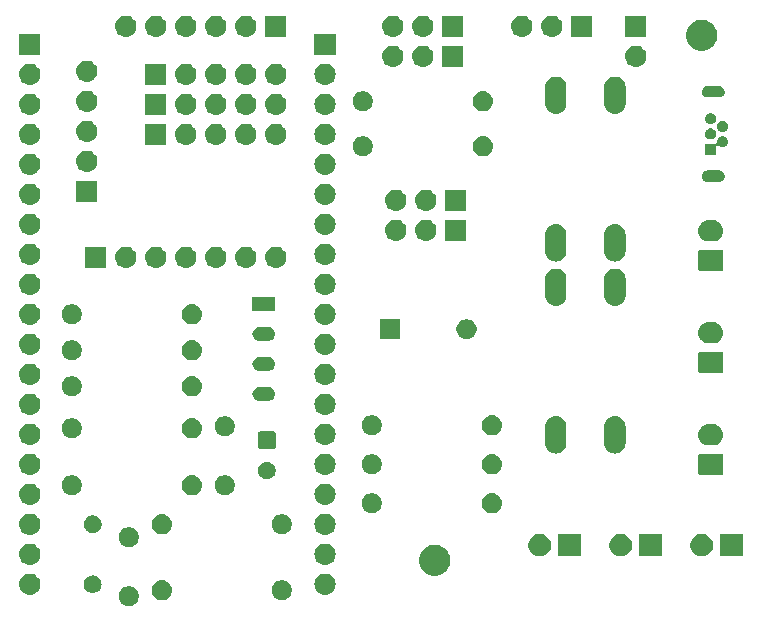
<source format=gts>
G04 #@! TF.GenerationSoftware,KiCad,Pcbnew,(5.1.2)-1*
G04 #@! TF.CreationDate,2024-09-19T10:13:49+01:00*
G04 #@! TF.ProjectId,ESP32_PCB03,45535033-325f-4504-9342-30332e6b6963,rev?*
G04 #@! TF.SameCoordinates,Original*
G04 #@! TF.FileFunction,Soldermask,Top*
G04 #@! TF.FilePolarity,Negative*
%FSLAX46Y46*%
G04 Gerber Fmt 4.6, Leading zero omitted, Abs format (unit mm)*
G04 Created by KiCad (PCBNEW (5.1.2)-1) date 2024-09-19 10:13:49*
%MOMM*%
%LPD*%
G04 APERTURE LIST*
%ADD10C,0.150000*%
G04 APERTURE END LIST*
D10*
G36*
X113278228Y-117037703D02*
G01*
X113433100Y-117101853D01*
X113572481Y-117194985D01*
X113691015Y-117313519D01*
X113784147Y-117452900D01*
X113848297Y-117607772D01*
X113881000Y-117772184D01*
X113881000Y-117939816D01*
X113848297Y-118104228D01*
X113784147Y-118259100D01*
X113691015Y-118398481D01*
X113572481Y-118517015D01*
X113433100Y-118610147D01*
X113278228Y-118674297D01*
X113113816Y-118707000D01*
X112946184Y-118707000D01*
X112781772Y-118674297D01*
X112626900Y-118610147D01*
X112487519Y-118517015D01*
X112368985Y-118398481D01*
X112275853Y-118259100D01*
X112211703Y-118104228D01*
X112179000Y-117939816D01*
X112179000Y-117772184D01*
X112211703Y-117607772D01*
X112275853Y-117452900D01*
X112368985Y-117313519D01*
X112487519Y-117194985D01*
X112626900Y-117101853D01*
X112781772Y-117037703D01*
X112946184Y-117005000D01*
X113113816Y-117005000D01*
X113278228Y-117037703D01*
X113278228Y-117037703D01*
G37*
G36*
X126232228Y-116529703D02*
G01*
X126387100Y-116593853D01*
X126526481Y-116686985D01*
X126645015Y-116805519D01*
X126738147Y-116944900D01*
X126802297Y-117099772D01*
X126835000Y-117264184D01*
X126835000Y-117431816D01*
X126802297Y-117596228D01*
X126738147Y-117751100D01*
X126645015Y-117890481D01*
X126526481Y-118009015D01*
X126387100Y-118102147D01*
X126232228Y-118166297D01*
X126067816Y-118199000D01*
X125900184Y-118199000D01*
X125735772Y-118166297D01*
X125580900Y-118102147D01*
X125441519Y-118009015D01*
X125322985Y-117890481D01*
X125229853Y-117751100D01*
X125165703Y-117596228D01*
X125133000Y-117431816D01*
X125133000Y-117264184D01*
X125165703Y-117099772D01*
X125229853Y-116944900D01*
X125322985Y-116805519D01*
X125441519Y-116686985D01*
X125580900Y-116593853D01*
X125735772Y-116529703D01*
X125900184Y-116497000D01*
X126067816Y-116497000D01*
X126232228Y-116529703D01*
X126232228Y-116529703D01*
G37*
G36*
X115990823Y-116509313D02*
G01*
X116151242Y-116557976D01*
X116218361Y-116593852D01*
X116299078Y-116636996D01*
X116428659Y-116743341D01*
X116535004Y-116872922D01*
X116535005Y-116872924D01*
X116614024Y-117020758D01*
X116662687Y-117181177D01*
X116679117Y-117348000D01*
X116662687Y-117514823D01*
X116614024Y-117675242D01*
X116573477Y-117751100D01*
X116535004Y-117823078D01*
X116428659Y-117952659D01*
X116299078Y-118059004D01*
X116299076Y-118059005D01*
X116151242Y-118138024D01*
X115990823Y-118186687D01*
X115865804Y-118199000D01*
X115782196Y-118199000D01*
X115657177Y-118186687D01*
X115496758Y-118138024D01*
X115348924Y-118059005D01*
X115348922Y-118059004D01*
X115219341Y-117952659D01*
X115112996Y-117823078D01*
X115074523Y-117751100D01*
X115033976Y-117675242D01*
X114985313Y-117514823D01*
X114968883Y-117348000D01*
X114985313Y-117181177D01*
X115033976Y-117020758D01*
X115112995Y-116872924D01*
X115112996Y-116872922D01*
X115219341Y-116743341D01*
X115348922Y-116636996D01*
X115429639Y-116593852D01*
X115496758Y-116557976D01*
X115657177Y-116509313D01*
X115782196Y-116497000D01*
X115865804Y-116497000D01*
X115990823Y-116509313D01*
X115990823Y-116509313D01*
G37*
G36*
X129758442Y-115945518D02*
G01*
X129824627Y-115952037D01*
X129994466Y-116003557D01*
X130150991Y-116087222D01*
X130177527Y-116109000D01*
X130288186Y-116199814D01*
X130371448Y-116301271D01*
X130400778Y-116337009D01*
X130484443Y-116493534D01*
X130535963Y-116663373D01*
X130553359Y-116840000D01*
X130535963Y-117016627D01*
X130510741Y-117099772D01*
X130484442Y-117186468D01*
X130445539Y-117259250D01*
X130400778Y-117342991D01*
X130396667Y-117348000D01*
X130288186Y-117480186D01*
X130218725Y-117537190D01*
X130150991Y-117592778D01*
X129994466Y-117676443D01*
X129824627Y-117727963D01*
X129758442Y-117734482D01*
X129692260Y-117741000D01*
X129603740Y-117741000D01*
X129537558Y-117734482D01*
X129471373Y-117727963D01*
X129301534Y-117676443D01*
X129145009Y-117592778D01*
X129077275Y-117537190D01*
X129007814Y-117480186D01*
X128899333Y-117348000D01*
X128895222Y-117342991D01*
X128850461Y-117259250D01*
X128811558Y-117186468D01*
X128785259Y-117099772D01*
X128760037Y-117016627D01*
X128742641Y-116840000D01*
X128760037Y-116663373D01*
X128811557Y-116493534D01*
X128895222Y-116337009D01*
X128924552Y-116301271D01*
X129007814Y-116199814D01*
X129118473Y-116109000D01*
X129145009Y-116087222D01*
X129301534Y-116003557D01*
X129471373Y-115952037D01*
X129537558Y-115945518D01*
X129603740Y-115939000D01*
X129692260Y-115939000D01*
X129758442Y-115945518D01*
X129758442Y-115945518D01*
G37*
G36*
X104758442Y-115945518D02*
G01*
X104824627Y-115952037D01*
X104994466Y-116003557D01*
X105150991Y-116087222D01*
X105177527Y-116109000D01*
X105288186Y-116199814D01*
X105371448Y-116301271D01*
X105400778Y-116337009D01*
X105484443Y-116493534D01*
X105535963Y-116663373D01*
X105553359Y-116840000D01*
X105535963Y-117016627D01*
X105510741Y-117099772D01*
X105484442Y-117186468D01*
X105445539Y-117259250D01*
X105400778Y-117342991D01*
X105396667Y-117348000D01*
X105288186Y-117480186D01*
X105218725Y-117537190D01*
X105150991Y-117592778D01*
X104994466Y-117676443D01*
X104824627Y-117727963D01*
X104758442Y-117734482D01*
X104692260Y-117741000D01*
X104603740Y-117741000D01*
X104537558Y-117734482D01*
X104471373Y-117727963D01*
X104301534Y-117676443D01*
X104145009Y-117592778D01*
X104077275Y-117537190D01*
X104007814Y-117480186D01*
X103899333Y-117348000D01*
X103895222Y-117342991D01*
X103850461Y-117259250D01*
X103811558Y-117186468D01*
X103785259Y-117099772D01*
X103760037Y-117016627D01*
X103742641Y-116840000D01*
X103760037Y-116663373D01*
X103811557Y-116493534D01*
X103895222Y-116337009D01*
X103924552Y-116301271D01*
X104007814Y-116199814D01*
X104118473Y-116109000D01*
X104145009Y-116087222D01*
X104301534Y-116003557D01*
X104471373Y-115952037D01*
X104537558Y-115945518D01*
X104603740Y-115939000D01*
X104692260Y-115939000D01*
X104758442Y-115945518D01*
X104758442Y-115945518D01*
G37*
G36*
X110055665Y-116092622D02*
G01*
X110129222Y-116099867D01*
X110270786Y-116142810D01*
X110401252Y-116212546D01*
X110431040Y-116236992D01*
X110515607Y-116306393D01*
X110585008Y-116390960D01*
X110609454Y-116420748D01*
X110679190Y-116551214D01*
X110722133Y-116692778D01*
X110736633Y-116840000D01*
X110722133Y-116987222D01*
X110679190Y-117128786D01*
X110609454Y-117259252D01*
X110585008Y-117289040D01*
X110515607Y-117373607D01*
X110444677Y-117431816D01*
X110401252Y-117467454D01*
X110270786Y-117537190D01*
X110129222Y-117580133D01*
X110055665Y-117587378D01*
X110018888Y-117591000D01*
X109945112Y-117591000D01*
X109908335Y-117587378D01*
X109834778Y-117580133D01*
X109693214Y-117537190D01*
X109562748Y-117467454D01*
X109519323Y-117431816D01*
X109448393Y-117373607D01*
X109378992Y-117289040D01*
X109354546Y-117259252D01*
X109284810Y-117128786D01*
X109241867Y-116987222D01*
X109227367Y-116840000D01*
X109241867Y-116692778D01*
X109284810Y-116551214D01*
X109354546Y-116420748D01*
X109378992Y-116390960D01*
X109448393Y-116306393D01*
X109532960Y-116236992D01*
X109562748Y-116212546D01*
X109693214Y-116142810D01*
X109834778Y-116099867D01*
X109908335Y-116092622D01*
X109945112Y-116089000D01*
X110018888Y-116089000D01*
X110055665Y-116092622D01*
X110055665Y-116092622D01*
G37*
G36*
X139317487Y-113556996D02*
G01*
X139497753Y-113631665D01*
X139554255Y-113655069D01*
X139767339Y-113797447D01*
X139948553Y-113978661D01*
X140059181Y-114144227D01*
X140090932Y-114191747D01*
X140189004Y-114428513D01*
X140239000Y-114679861D01*
X140239000Y-114936139D01*
X140189004Y-115187487D01*
X140090932Y-115424253D01*
X140090931Y-115424255D01*
X139948553Y-115637339D01*
X139767339Y-115818553D01*
X139554255Y-115960931D01*
X139554254Y-115960932D01*
X139554253Y-115960932D01*
X139317487Y-116059004D01*
X139066139Y-116109000D01*
X138809861Y-116109000D01*
X138558513Y-116059004D01*
X138321747Y-115960932D01*
X138321746Y-115960932D01*
X138321745Y-115960931D01*
X138108661Y-115818553D01*
X137927447Y-115637339D01*
X137785069Y-115424255D01*
X137785068Y-115424253D01*
X137686996Y-115187487D01*
X137637000Y-114936139D01*
X137637000Y-114679861D01*
X137686996Y-114428513D01*
X137785068Y-114191747D01*
X137816820Y-114144227D01*
X137927447Y-113978661D01*
X138108661Y-113797447D01*
X138321745Y-113655069D01*
X138378247Y-113631665D01*
X138558513Y-113556996D01*
X138809861Y-113507000D01*
X139066139Y-113507000D01*
X139317487Y-113556996D01*
X139317487Y-113556996D01*
G37*
G36*
X129758443Y-113405519D02*
G01*
X129824627Y-113412037D01*
X129994466Y-113463557D01*
X130150991Y-113547222D01*
X130186729Y-113576552D01*
X130288186Y-113659814D01*
X130371448Y-113761271D01*
X130400778Y-113797009D01*
X130484443Y-113953534D01*
X130535963Y-114123373D01*
X130553359Y-114300000D01*
X130535963Y-114476627D01*
X130484443Y-114646466D01*
X130400778Y-114802991D01*
X130371448Y-114838729D01*
X130288186Y-114940186D01*
X130186729Y-115023448D01*
X130150991Y-115052778D01*
X129994466Y-115136443D01*
X129824627Y-115187963D01*
X129758442Y-115194482D01*
X129692260Y-115201000D01*
X129603740Y-115201000D01*
X129537558Y-115194482D01*
X129471373Y-115187963D01*
X129301534Y-115136443D01*
X129145009Y-115052778D01*
X129109271Y-115023448D01*
X129007814Y-114940186D01*
X128924552Y-114838729D01*
X128895222Y-114802991D01*
X128811557Y-114646466D01*
X128760037Y-114476627D01*
X128742641Y-114300000D01*
X128760037Y-114123373D01*
X128811557Y-113953534D01*
X128895222Y-113797009D01*
X128924552Y-113761271D01*
X129007814Y-113659814D01*
X129109271Y-113576552D01*
X129145009Y-113547222D01*
X129301534Y-113463557D01*
X129471373Y-113412037D01*
X129537557Y-113405519D01*
X129603740Y-113399000D01*
X129692260Y-113399000D01*
X129758443Y-113405519D01*
X129758443Y-113405519D01*
G37*
G36*
X104758443Y-113405519D02*
G01*
X104824627Y-113412037D01*
X104994466Y-113463557D01*
X105150991Y-113547222D01*
X105186729Y-113576552D01*
X105288186Y-113659814D01*
X105371448Y-113761271D01*
X105400778Y-113797009D01*
X105484443Y-113953534D01*
X105535963Y-114123373D01*
X105553359Y-114300000D01*
X105535963Y-114476627D01*
X105484443Y-114646466D01*
X105400778Y-114802991D01*
X105371448Y-114838729D01*
X105288186Y-114940186D01*
X105186729Y-115023448D01*
X105150991Y-115052778D01*
X104994466Y-115136443D01*
X104824627Y-115187963D01*
X104758442Y-115194482D01*
X104692260Y-115201000D01*
X104603740Y-115201000D01*
X104537558Y-115194482D01*
X104471373Y-115187963D01*
X104301534Y-115136443D01*
X104145009Y-115052778D01*
X104109271Y-115023448D01*
X104007814Y-114940186D01*
X103924552Y-114838729D01*
X103895222Y-114802991D01*
X103811557Y-114646466D01*
X103760037Y-114476627D01*
X103742641Y-114300000D01*
X103760037Y-114123373D01*
X103811557Y-113953534D01*
X103895222Y-113797009D01*
X103924552Y-113761271D01*
X104007814Y-113659814D01*
X104109271Y-113576552D01*
X104145009Y-113547222D01*
X104301534Y-113463557D01*
X104471373Y-113412037D01*
X104537557Y-113405519D01*
X104603740Y-113399000D01*
X104692260Y-113399000D01*
X104758443Y-113405519D01*
X104758443Y-113405519D01*
G37*
G36*
X148105395Y-112623546D02*
G01*
X148278466Y-112695234D01*
X148278467Y-112695235D01*
X148434227Y-112799310D01*
X148566690Y-112931773D01*
X148566691Y-112931775D01*
X148670766Y-113087534D01*
X148742454Y-113260605D01*
X148779000Y-113444333D01*
X148779000Y-113631667D01*
X148742454Y-113815395D01*
X148670766Y-113988466D01*
X148670765Y-113988467D01*
X148566690Y-114144227D01*
X148434227Y-114276690D01*
X148399341Y-114300000D01*
X148278466Y-114380766D01*
X148105395Y-114452454D01*
X147921667Y-114489000D01*
X147734333Y-114489000D01*
X147550605Y-114452454D01*
X147377534Y-114380766D01*
X147256659Y-114300000D01*
X147221773Y-114276690D01*
X147089310Y-114144227D01*
X146985235Y-113988467D01*
X146985234Y-113988466D01*
X146913546Y-113815395D01*
X146877000Y-113631667D01*
X146877000Y-113444333D01*
X146913546Y-113260605D01*
X146985234Y-113087534D01*
X147089309Y-112931775D01*
X147089310Y-112931773D01*
X147221773Y-112799310D01*
X147377533Y-112695235D01*
X147377534Y-112695234D01*
X147550605Y-112623546D01*
X147734333Y-112587000D01*
X147921667Y-112587000D01*
X148105395Y-112623546D01*
X148105395Y-112623546D01*
G37*
G36*
X165035000Y-114489000D02*
G01*
X163133000Y-114489000D01*
X163133000Y-112587000D01*
X165035000Y-112587000D01*
X165035000Y-114489000D01*
X165035000Y-114489000D01*
G37*
G36*
X151319000Y-114489000D02*
G01*
X149417000Y-114489000D01*
X149417000Y-112587000D01*
X151319000Y-112587000D01*
X151319000Y-114489000D01*
X151319000Y-114489000D01*
G37*
G36*
X158177000Y-114489000D02*
G01*
X156275000Y-114489000D01*
X156275000Y-112587000D01*
X158177000Y-112587000D01*
X158177000Y-114489000D01*
X158177000Y-114489000D01*
G37*
G36*
X154963395Y-112623546D02*
G01*
X155136466Y-112695234D01*
X155136467Y-112695235D01*
X155292227Y-112799310D01*
X155424690Y-112931773D01*
X155424691Y-112931775D01*
X155528766Y-113087534D01*
X155600454Y-113260605D01*
X155637000Y-113444333D01*
X155637000Y-113631667D01*
X155600454Y-113815395D01*
X155528766Y-113988466D01*
X155528765Y-113988467D01*
X155424690Y-114144227D01*
X155292227Y-114276690D01*
X155257341Y-114300000D01*
X155136466Y-114380766D01*
X154963395Y-114452454D01*
X154779667Y-114489000D01*
X154592333Y-114489000D01*
X154408605Y-114452454D01*
X154235534Y-114380766D01*
X154114659Y-114300000D01*
X154079773Y-114276690D01*
X153947310Y-114144227D01*
X153843235Y-113988467D01*
X153843234Y-113988466D01*
X153771546Y-113815395D01*
X153735000Y-113631667D01*
X153735000Y-113444333D01*
X153771546Y-113260605D01*
X153843234Y-113087534D01*
X153947309Y-112931775D01*
X153947310Y-112931773D01*
X154079773Y-112799310D01*
X154235533Y-112695235D01*
X154235534Y-112695234D01*
X154408605Y-112623546D01*
X154592333Y-112587000D01*
X154779667Y-112587000D01*
X154963395Y-112623546D01*
X154963395Y-112623546D01*
G37*
G36*
X161821395Y-112623546D02*
G01*
X161994466Y-112695234D01*
X161994467Y-112695235D01*
X162150227Y-112799310D01*
X162282690Y-112931773D01*
X162282691Y-112931775D01*
X162386766Y-113087534D01*
X162458454Y-113260605D01*
X162495000Y-113444333D01*
X162495000Y-113631667D01*
X162458454Y-113815395D01*
X162386766Y-113988466D01*
X162386765Y-113988467D01*
X162282690Y-114144227D01*
X162150227Y-114276690D01*
X162115341Y-114300000D01*
X161994466Y-114380766D01*
X161821395Y-114452454D01*
X161637667Y-114489000D01*
X161450333Y-114489000D01*
X161266605Y-114452454D01*
X161093534Y-114380766D01*
X160972659Y-114300000D01*
X160937773Y-114276690D01*
X160805310Y-114144227D01*
X160701235Y-113988467D01*
X160701234Y-113988466D01*
X160629546Y-113815395D01*
X160593000Y-113631667D01*
X160593000Y-113444333D01*
X160629546Y-113260605D01*
X160701234Y-113087534D01*
X160805309Y-112931775D01*
X160805310Y-112931773D01*
X160937773Y-112799310D01*
X161093533Y-112695235D01*
X161093534Y-112695234D01*
X161266605Y-112623546D01*
X161450333Y-112587000D01*
X161637667Y-112587000D01*
X161821395Y-112623546D01*
X161821395Y-112623546D01*
G37*
G36*
X113278228Y-112037703D02*
G01*
X113433100Y-112101853D01*
X113572481Y-112194985D01*
X113691015Y-112313519D01*
X113784147Y-112452900D01*
X113848297Y-112607772D01*
X113881000Y-112772184D01*
X113881000Y-112939816D01*
X113848297Y-113104228D01*
X113784147Y-113259100D01*
X113691015Y-113398481D01*
X113572481Y-113517015D01*
X113433100Y-113610147D01*
X113278228Y-113674297D01*
X113113816Y-113707000D01*
X112946184Y-113707000D01*
X112781772Y-113674297D01*
X112626900Y-113610147D01*
X112487519Y-113517015D01*
X112368985Y-113398481D01*
X112275853Y-113259100D01*
X112211703Y-113104228D01*
X112179000Y-112939816D01*
X112179000Y-112772184D01*
X112211703Y-112607772D01*
X112275853Y-112452900D01*
X112368985Y-112313519D01*
X112487519Y-112194985D01*
X112626900Y-112101853D01*
X112781772Y-112037703D01*
X112946184Y-112005000D01*
X113113816Y-112005000D01*
X113278228Y-112037703D01*
X113278228Y-112037703D01*
G37*
G36*
X104758442Y-110865518D02*
G01*
X104824627Y-110872037D01*
X104994466Y-110923557D01*
X105150991Y-111007222D01*
X105153157Y-111009000D01*
X105288186Y-111119814D01*
X105368369Y-111217519D01*
X105400778Y-111257009D01*
X105484443Y-111413534D01*
X105535963Y-111583373D01*
X105553359Y-111760000D01*
X105535963Y-111936627D01*
X105484443Y-112106466D01*
X105400778Y-112262991D01*
X105371448Y-112298729D01*
X105288186Y-112400186D01*
X105188323Y-112482140D01*
X105150991Y-112512778D01*
X105150989Y-112512779D01*
X105012133Y-112587000D01*
X104994466Y-112596443D01*
X104824627Y-112647963D01*
X104758442Y-112654482D01*
X104692260Y-112661000D01*
X104603740Y-112661000D01*
X104537558Y-112654482D01*
X104471373Y-112647963D01*
X104301534Y-112596443D01*
X104283868Y-112587000D01*
X104145011Y-112512779D01*
X104145009Y-112512778D01*
X104107677Y-112482140D01*
X104007814Y-112400186D01*
X103924552Y-112298729D01*
X103895222Y-112262991D01*
X103811557Y-112106466D01*
X103760037Y-111936627D01*
X103742641Y-111760000D01*
X103760037Y-111583373D01*
X103811557Y-111413534D01*
X103895222Y-111257009D01*
X103927631Y-111217519D01*
X104007814Y-111119814D01*
X104142843Y-111009000D01*
X104145009Y-111007222D01*
X104301534Y-110923557D01*
X104471373Y-110872037D01*
X104537558Y-110865518D01*
X104603740Y-110859000D01*
X104692260Y-110859000D01*
X104758442Y-110865518D01*
X104758442Y-110865518D01*
G37*
G36*
X129758442Y-110865518D02*
G01*
X129824627Y-110872037D01*
X129994466Y-110923557D01*
X130150991Y-111007222D01*
X130153157Y-111009000D01*
X130288186Y-111119814D01*
X130368369Y-111217519D01*
X130400778Y-111257009D01*
X130484443Y-111413534D01*
X130535963Y-111583373D01*
X130553359Y-111760000D01*
X130535963Y-111936627D01*
X130484443Y-112106466D01*
X130400778Y-112262991D01*
X130371448Y-112298729D01*
X130288186Y-112400186D01*
X130188323Y-112482140D01*
X130150991Y-112512778D01*
X130150989Y-112512779D01*
X130012133Y-112587000D01*
X129994466Y-112596443D01*
X129824627Y-112647963D01*
X129758442Y-112654482D01*
X129692260Y-112661000D01*
X129603740Y-112661000D01*
X129537558Y-112654482D01*
X129471373Y-112647963D01*
X129301534Y-112596443D01*
X129283868Y-112587000D01*
X129145011Y-112512779D01*
X129145009Y-112512778D01*
X129107677Y-112482140D01*
X129007814Y-112400186D01*
X128924552Y-112298729D01*
X128895222Y-112262991D01*
X128811557Y-112106466D01*
X128760037Y-111936627D01*
X128742641Y-111760000D01*
X128760037Y-111583373D01*
X128811557Y-111413534D01*
X128895222Y-111257009D01*
X128927631Y-111217519D01*
X129007814Y-111119814D01*
X129142843Y-111009000D01*
X129145009Y-111007222D01*
X129301534Y-110923557D01*
X129471373Y-110872037D01*
X129537558Y-110865518D01*
X129603740Y-110859000D01*
X129692260Y-110859000D01*
X129758442Y-110865518D01*
X129758442Y-110865518D01*
G37*
G36*
X115990823Y-110921313D02*
G01*
X116151242Y-110969976D01*
X116278244Y-111037860D01*
X116299078Y-111048996D01*
X116428659Y-111155341D01*
X116535004Y-111284922D01*
X116535005Y-111284924D01*
X116614024Y-111432758D01*
X116662687Y-111593177D01*
X116679117Y-111760000D01*
X116662687Y-111926823D01*
X116614024Y-112087242D01*
X116573477Y-112163100D01*
X116535004Y-112235078D01*
X116428659Y-112364659D01*
X116299078Y-112471004D01*
X116299076Y-112471005D01*
X116151242Y-112550024D01*
X115990823Y-112598687D01*
X115865804Y-112611000D01*
X115782196Y-112611000D01*
X115657177Y-112598687D01*
X115496758Y-112550024D01*
X115348924Y-112471005D01*
X115348922Y-112471004D01*
X115219341Y-112364659D01*
X115112996Y-112235078D01*
X115074523Y-112163100D01*
X115033976Y-112087242D01*
X114985313Y-111926823D01*
X114968883Y-111760000D01*
X114985313Y-111593177D01*
X115033976Y-111432758D01*
X115112995Y-111284924D01*
X115112996Y-111284922D01*
X115219341Y-111155341D01*
X115348922Y-111048996D01*
X115369756Y-111037860D01*
X115496758Y-110969976D01*
X115657177Y-110921313D01*
X115782196Y-110909000D01*
X115865804Y-110909000D01*
X115990823Y-110921313D01*
X115990823Y-110921313D01*
G37*
G36*
X126232228Y-110941703D02*
G01*
X126387100Y-111005853D01*
X126526481Y-111098985D01*
X126645015Y-111217519D01*
X126738147Y-111356900D01*
X126802297Y-111511772D01*
X126835000Y-111676184D01*
X126835000Y-111843816D01*
X126802297Y-112008228D01*
X126738147Y-112163100D01*
X126645015Y-112302481D01*
X126526481Y-112421015D01*
X126387100Y-112514147D01*
X126232228Y-112578297D01*
X126067816Y-112611000D01*
X125900184Y-112611000D01*
X125735772Y-112578297D01*
X125580900Y-112514147D01*
X125441519Y-112421015D01*
X125322985Y-112302481D01*
X125229853Y-112163100D01*
X125165703Y-112008228D01*
X125133000Y-111843816D01*
X125133000Y-111676184D01*
X125165703Y-111511772D01*
X125229853Y-111356900D01*
X125322985Y-111217519D01*
X125441519Y-111098985D01*
X125580900Y-111005853D01*
X125735772Y-110941703D01*
X125900184Y-110909000D01*
X126067816Y-110909000D01*
X126232228Y-110941703D01*
X126232228Y-110941703D01*
G37*
G36*
X110201059Y-111037860D02*
G01*
X110337732Y-111094472D01*
X110460735Y-111176660D01*
X110565340Y-111281265D01*
X110647528Y-111404268D01*
X110647529Y-111404270D01*
X110704140Y-111540941D01*
X110733000Y-111686032D01*
X110733000Y-111833968D01*
X110712580Y-111936627D01*
X110704140Y-111979059D01*
X110647528Y-112115732D01*
X110565340Y-112238735D01*
X110460735Y-112343340D01*
X110337732Y-112425528D01*
X110337731Y-112425529D01*
X110337730Y-112425529D01*
X110201059Y-112482140D01*
X110055968Y-112511000D01*
X109908032Y-112511000D01*
X109762941Y-112482140D01*
X109626270Y-112425529D01*
X109626269Y-112425529D01*
X109626268Y-112425528D01*
X109503265Y-112343340D01*
X109398660Y-112238735D01*
X109316472Y-112115732D01*
X109259860Y-111979059D01*
X109251420Y-111936627D01*
X109231000Y-111833968D01*
X109231000Y-111686032D01*
X109259860Y-111540941D01*
X109316471Y-111404270D01*
X109316472Y-111404268D01*
X109398660Y-111281265D01*
X109503265Y-111176660D01*
X109626268Y-111094472D01*
X109762941Y-111037860D01*
X109908032Y-111009000D01*
X110055968Y-111009000D01*
X110201059Y-111037860D01*
X110201059Y-111037860D01*
G37*
G36*
X133852228Y-109163703D02*
G01*
X134007100Y-109227853D01*
X134146481Y-109320985D01*
X134265015Y-109439519D01*
X134358147Y-109578900D01*
X134422297Y-109733772D01*
X134455000Y-109898184D01*
X134455000Y-110065816D01*
X134422297Y-110230228D01*
X134358147Y-110385100D01*
X134265015Y-110524481D01*
X134146481Y-110643015D01*
X134007100Y-110736147D01*
X133852228Y-110800297D01*
X133687816Y-110833000D01*
X133520184Y-110833000D01*
X133355772Y-110800297D01*
X133200900Y-110736147D01*
X133061519Y-110643015D01*
X132942985Y-110524481D01*
X132849853Y-110385100D01*
X132785703Y-110230228D01*
X132753000Y-110065816D01*
X132753000Y-109898184D01*
X132785703Y-109733772D01*
X132849853Y-109578900D01*
X132942985Y-109439519D01*
X133061519Y-109320985D01*
X133200900Y-109227853D01*
X133355772Y-109163703D01*
X133520184Y-109131000D01*
X133687816Y-109131000D01*
X133852228Y-109163703D01*
X133852228Y-109163703D01*
G37*
G36*
X143930823Y-109143313D02*
G01*
X144091242Y-109191976D01*
X144158361Y-109227852D01*
X144239078Y-109270996D01*
X144368659Y-109377341D01*
X144475004Y-109506922D01*
X144475005Y-109506924D01*
X144554024Y-109654758D01*
X144602687Y-109815177D01*
X144619117Y-109982000D01*
X144602687Y-110148823D01*
X144554024Y-110309242D01*
X144513477Y-110385100D01*
X144475004Y-110457078D01*
X144368659Y-110586659D01*
X144239078Y-110693004D01*
X144239076Y-110693005D01*
X144091242Y-110772024D01*
X143930823Y-110820687D01*
X143805804Y-110833000D01*
X143722196Y-110833000D01*
X143597177Y-110820687D01*
X143436758Y-110772024D01*
X143288924Y-110693005D01*
X143288922Y-110693004D01*
X143159341Y-110586659D01*
X143052996Y-110457078D01*
X143014523Y-110385100D01*
X142973976Y-110309242D01*
X142925313Y-110148823D01*
X142908883Y-109982000D01*
X142925313Y-109815177D01*
X142973976Y-109654758D01*
X143052995Y-109506924D01*
X143052996Y-109506922D01*
X143159341Y-109377341D01*
X143288922Y-109270996D01*
X143369639Y-109227852D01*
X143436758Y-109191976D01*
X143597177Y-109143313D01*
X143722196Y-109131000D01*
X143805804Y-109131000D01*
X143930823Y-109143313D01*
X143930823Y-109143313D01*
G37*
G36*
X129758443Y-108325519D02*
G01*
X129824627Y-108332037D01*
X129994466Y-108383557D01*
X130150991Y-108467222D01*
X130186729Y-108496552D01*
X130288186Y-108579814D01*
X130371448Y-108681271D01*
X130400778Y-108717009D01*
X130484443Y-108873534D01*
X130535963Y-109043373D01*
X130553359Y-109220000D01*
X130535963Y-109396627D01*
X130484443Y-109566466D01*
X130400778Y-109722991D01*
X130391931Y-109733771D01*
X130288186Y-109860186D01*
X130186729Y-109943448D01*
X130150991Y-109972778D01*
X129994466Y-110056443D01*
X129824627Y-110107963D01*
X129758443Y-110114481D01*
X129692260Y-110121000D01*
X129603740Y-110121000D01*
X129537557Y-110114481D01*
X129471373Y-110107963D01*
X129301534Y-110056443D01*
X129145009Y-109972778D01*
X129109271Y-109943448D01*
X129007814Y-109860186D01*
X128904069Y-109733771D01*
X128895222Y-109722991D01*
X128811557Y-109566466D01*
X128760037Y-109396627D01*
X128742641Y-109220000D01*
X128760037Y-109043373D01*
X128811557Y-108873534D01*
X128895222Y-108717009D01*
X128924552Y-108681271D01*
X129007814Y-108579814D01*
X129109271Y-108496552D01*
X129145009Y-108467222D01*
X129301534Y-108383557D01*
X129471373Y-108332037D01*
X129537557Y-108325519D01*
X129603740Y-108319000D01*
X129692260Y-108319000D01*
X129758443Y-108325519D01*
X129758443Y-108325519D01*
G37*
G36*
X104758443Y-108325519D02*
G01*
X104824627Y-108332037D01*
X104994466Y-108383557D01*
X105150991Y-108467222D01*
X105186729Y-108496552D01*
X105288186Y-108579814D01*
X105371448Y-108681271D01*
X105400778Y-108717009D01*
X105484443Y-108873534D01*
X105535963Y-109043373D01*
X105553359Y-109220000D01*
X105535963Y-109396627D01*
X105484443Y-109566466D01*
X105400778Y-109722991D01*
X105391931Y-109733771D01*
X105288186Y-109860186D01*
X105186729Y-109943448D01*
X105150991Y-109972778D01*
X104994466Y-110056443D01*
X104824627Y-110107963D01*
X104758443Y-110114481D01*
X104692260Y-110121000D01*
X104603740Y-110121000D01*
X104537557Y-110114481D01*
X104471373Y-110107963D01*
X104301534Y-110056443D01*
X104145009Y-109972778D01*
X104109271Y-109943448D01*
X104007814Y-109860186D01*
X103904069Y-109733771D01*
X103895222Y-109722991D01*
X103811557Y-109566466D01*
X103760037Y-109396627D01*
X103742641Y-109220000D01*
X103760037Y-109043373D01*
X103811557Y-108873534D01*
X103895222Y-108717009D01*
X103924552Y-108681271D01*
X104007814Y-108579814D01*
X104109271Y-108496552D01*
X104145009Y-108467222D01*
X104301534Y-108383557D01*
X104471373Y-108332037D01*
X104537557Y-108325519D01*
X104603740Y-108319000D01*
X104692260Y-108319000D01*
X104758443Y-108325519D01*
X104758443Y-108325519D01*
G37*
G36*
X121406228Y-107639703D02*
G01*
X121561100Y-107703853D01*
X121700481Y-107796985D01*
X121819015Y-107915519D01*
X121912147Y-108054900D01*
X121976297Y-108209772D01*
X122009000Y-108374184D01*
X122009000Y-108541816D01*
X121976297Y-108706228D01*
X121912147Y-108861100D01*
X121819015Y-109000481D01*
X121700481Y-109119015D01*
X121561100Y-109212147D01*
X121406228Y-109276297D01*
X121241816Y-109309000D01*
X121074184Y-109309000D01*
X120909772Y-109276297D01*
X120754900Y-109212147D01*
X120615519Y-109119015D01*
X120496985Y-109000481D01*
X120403853Y-108861100D01*
X120339703Y-108706228D01*
X120307000Y-108541816D01*
X120307000Y-108374184D01*
X120339703Y-108209772D01*
X120403853Y-108054900D01*
X120496985Y-107915519D01*
X120615519Y-107796985D01*
X120754900Y-107703853D01*
X120909772Y-107639703D01*
X121074184Y-107607000D01*
X121241816Y-107607000D01*
X121406228Y-107639703D01*
X121406228Y-107639703D01*
G37*
G36*
X118530823Y-107619313D02*
G01*
X118691242Y-107667976D01*
X118758361Y-107703852D01*
X118839078Y-107746996D01*
X118968659Y-107853341D01*
X119075004Y-107982922D01*
X119075005Y-107982924D01*
X119154024Y-108130758D01*
X119202687Y-108291177D01*
X119219117Y-108458000D01*
X119202687Y-108624823D01*
X119154024Y-108785242D01*
X119113477Y-108861100D01*
X119075004Y-108933078D01*
X118968659Y-109062659D01*
X118839078Y-109169004D01*
X118839076Y-109169005D01*
X118691242Y-109248024D01*
X118530823Y-109296687D01*
X118405804Y-109309000D01*
X118322196Y-109309000D01*
X118197177Y-109296687D01*
X118036758Y-109248024D01*
X117888924Y-109169005D01*
X117888922Y-109169004D01*
X117759341Y-109062659D01*
X117652996Y-108933078D01*
X117614523Y-108861100D01*
X117573976Y-108785242D01*
X117525313Y-108624823D01*
X117508883Y-108458000D01*
X117525313Y-108291177D01*
X117573976Y-108130758D01*
X117652995Y-107982924D01*
X117652996Y-107982922D01*
X117759341Y-107853341D01*
X117888922Y-107746996D01*
X117969639Y-107703852D01*
X118036758Y-107667976D01*
X118197177Y-107619313D01*
X118322196Y-107607000D01*
X118405804Y-107607000D01*
X118530823Y-107619313D01*
X118530823Y-107619313D01*
G37*
G36*
X108452228Y-107639703D02*
G01*
X108607100Y-107703853D01*
X108746481Y-107796985D01*
X108865015Y-107915519D01*
X108958147Y-108054900D01*
X109022297Y-108209772D01*
X109055000Y-108374184D01*
X109055000Y-108541816D01*
X109022297Y-108706228D01*
X108958147Y-108861100D01*
X108865015Y-109000481D01*
X108746481Y-109119015D01*
X108607100Y-109212147D01*
X108452228Y-109276297D01*
X108287816Y-109309000D01*
X108120184Y-109309000D01*
X107955772Y-109276297D01*
X107800900Y-109212147D01*
X107661519Y-109119015D01*
X107542985Y-109000481D01*
X107449853Y-108861100D01*
X107385703Y-108706228D01*
X107353000Y-108541816D01*
X107353000Y-108374184D01*
X107385703Y-108209772D01*
X107449853Y-108054900D01*
X107542985Y-107915519D01*
X107661519Y-107796985D01*
X107800900Y-107703853D01*
X107955772Y-107639703D01*
X108120184Y-107607000D01*
X108287816Y-107607000D01*
X108452228Y-107639703D01*
X108452228Y-107639703D01*
G37*
G36*
X124933059Y-106485860D02*
G01*
X125069732Y-106542472D01*
X125192735Y-106624660D01*
X125297340Y-106729265D01*
X125375891Y-106846825D01*
X125379529Y-106852270D01*
X125436140Y-106988941D01*
X125465000Y-107134032D01*
X125465000Y-107281968D01*
X125436140Y-107427059D01*
X125404526Y-107503383D01*
X125379528Y-107563732D01*
X125297340Y-107686735D01*
X125192735Y-107791340D01*
X125069732Y-107873528D01*
X125069731Y-107873529D01*
X125069730Y-107873529D01*
X124933059Y-107930140D01*
X124787968Y-107959000D01*
X124640032Y-107959000D01*
X124494941Y-107930140D01*
X124358270Y-107873529D01*
X124358269Y-107873529D01*
X124358268Y-107873528D01*
X124235265Y-107791340D01*
X124130660Y-107686735D01*
X124048472Y-107563732D01*
X124023475Y-107503383D01*
X123991860Y-107427059D01*
X123963000Y-107281968D01*
X123963000Y-107134032D01*
X123991860Y-106988941D01*
X124048471Y-106852270D01*
X124052109Y-106846825D01*
X124130660Y-106729265D01*
X124235265Y-106624660D01*
X124358268Y-106542472D01*
X124494941Y-106485860D01*
X124640032Y-106457000D01*
X124787968Y-106457000D01*
X124933059Y-106485860D01*
X124933059Y-106485860D01*
G37*
G36*
X163214600Y-105782989D02*
G01*
X163247652Y-105793015D01*
X163278103Y-105809292D01*
X163304799Y-105831201D01*
X163326708Y-105857897D01*
X163342985Y-105888348D01*
X163353011Y-105921400D01*
X163357000Y-105961903D01*
X163357000Y-107398097D01*
X163353011Y-107438600D01*
X163342985Y-107471652D01*
X163326708Y-107502103D01*
X163304799Y-107528799D01*
X163278103Y-107550708D01*
X163247652Y-107566985D01*
X163214600Y-107577011D01*
X163174097Y-107581000D01*
X161437903Y-107581000D01*
X161397400Y-107577011D01*
X161364348Y-107566985D01*
X161333897Y-107550708D01*
X161307201Y-107528799D01*
X161285292Y-107502103D01*
X161269015Y-107471652D01*
X161258989Y-107438600D01*
X161255000Y-107398097D01*
X161255000Y-105961903D01*
X161258989Y-105921400D01*
X161269015Y-105888348D01*
X161285292Y-105857897D01*
X161307201Y-105831201D01*
X161333897Y-105809292D01*
X161364348Y-105793015D01*
X161397400Y-105782989D01*
X161437903Y-105779000D01*
X163174097Y-105779000D01*
X163214600Y-105782989D01*
X163214600Y-105782989D01*
G37*
G36*
X129732760Y-105782989D02*
G01*
X129824627Y-105792037D01*
X129994466Y-105843557D01*
X130150991Y-105927222D01*
X130186729Y-105956552D01*
X130288186Y-106039814D01*
X130368369Y-106137519D01*
X130400778Y-106177009D01*
X130484443Y-106333534D01*
X130535963Y-106503373D01*
X130553359Y-106680000D01*
X130535963Y-106856627D01*
X130484443Y-107026466D01*
X130400778Y-107182991D01*
X130371448Y-107218729D01*
X130288186Y-107320186D01*
X130193250Y-107398097D01*
X130150991Y-107432778D01*
X129994466Y-107516443D01*
X129824627Y-107567963D01*
X129758443Y-107574481D01*
X129692260Y-107581000D01*
X129603740Y-107581000D01*
X129537557Y-107574481D01*
X129471373Y-107567963D01*
X129301534Y-107516443D01*
X129145009Y-107432778D01*
X129102750Y-107398097D01*
X129007814Y-107320186D01*
X128924552Y-107218729D01*
X128895222Y-107182991D01*
X128811557Y-107026466D01*
X128760037Y-106856627D01*
X128742641Y-106680000D01*
X128760037Y-106503373D01*
X128811557Y-106333534D01*
X128895222Y-106177009D01*
X128927631Y-106137519D01*
X129007814Y-106039814D01*
X129109271Y-105956552D01*
X129145009Y-105927222D01*
X129301534Y-105843557D01*
X129471373Y-105792037D01*
X129563240Y-105782989D01*
X129603740Y-105779000D01*
X129692260Y-105779000D01*
X129732760Y-105782989D01*
X129732760Y-105782989D01*
G37*
G36*
X104732760Y-105782989D02*
G01*
X104824627Y-105792037D01*
X104994466Y-105843557D01*
X105150991Y-105927222D01*
X105186729Y-105956552D01*
X105288186Y-106039814D01*
X105368369Y-106137519D01*
X105400778Y-106177009D01*
X105484443Y-106333534D01*
X105535963Y-106503373D01*
X105553359Y-106680000D01*
X105535963Y-106856627D01*
X105484443Y-107026466D01*
X105400778Y-107182991D01*
X105371448Y-107218729D01*
X105288186Y-107320186D01*
X105193250Y-107398097D01*
X105150991Y-107432778D01*
X104994466Y-107516443D01*
X104824627Y-107567963D01*
X104758443Y-107574481D01*
X104692260Y-107581000D01*
X104603740Y-107581000D01*
X104537557Y-107574481D01*
X104471373Y-107567963D01*
X104301534Y-107516443D01*
X104145009Y-107432778D01*
X104102750Y-107398097D01*
X104007814Y-107320186D01*
X103924552Y-107218729D01*
X103895222Y-107182991D01*
X103811557Y-107026466D01*
X103760037Y-106856627D01*
X103742641Y-106680000D01*
X103760037Y-106503373D01*
X103811557Y-106333534D01*
X103895222Y-106177009D01*
X103927631Y-106137519D01*
X104007814Y-106039814D01*
X104109271Y-105956552D01*
X104145009Y-105927222D01*
X104301534Y-105843557D01*
X104471373Y-105792037D01*
X104563240Y-105782989D01*
X104603740Y-105779000D01*
X104692260Y-105779000D01*
X104732760Y-105782989D01*
X104732760Y-105782989D01*
G37*
G36*
X143930823Y-105841313D02*
G01*
X144091242Y-105889976D01*
X144158361Y-105925852D01*
X144239078Y-105968996D01*
X144368659Y-106075341D01*
X144475004Y-106204922D01*
X144475005Y-106204924D01*
X144554024Y-106352758D01*
X144602687Y-106513177D01*
X144619117Y-106680000D01*
X144602687Y-106846823D01*
X144554024Y-107007242D01*
X144513477Y-107083100D01*
X144475004Y-107155078D01*
X144368659Y-107284659D01*
X144239078Y-107391004D01*
X144239076Y-107391005D01*
X144091242Y-107470024D01*
X143930823Y-107518687D01*
X143805804Y-107531000D01*
X143722196Y-107531000D01*
X143597177Y-107518687D01*
X143436758Y-107470024D01*
X143288924Y-107391005D01*
X143288922Y-107391004D01*
X143159341Y-107284659D01*
X143052996Y-107155078D01*
X143014523Y-107083100D01*
X142973976Y-107007242D01*
X142925313Y-106846823D01*
X142908883Y-106680000D01*
X142925313Y-106513177D01*
X142973976Y-106352758D01*
X143052995Y-106204924D01*
X143052996Y-106204922D01*
X143159341Y-106075341D01*
X143288922Y-105968996D01*
X143369639Y-105925852D01*
X143436758Y-105889976D01*
X143597177Y-105841313D01*
X143722196Y-105829000D01*
X143805804Y-105829000D01*
X143930823Y-105841313D01*
X143930823Y-105841313D01*
G37*
G36*
X133852228Y-105861703D02*
G01*
X134007100Y-105925853D01*
X134146481Y-106018985D01*
X134265015Y-106137519D01*
X134358147Y-106276900D01*
X134422297Y-106431772D01*
X134455000Y-106596184D01*
X134455000Y-106763816D01*
X134422297Y-106928228D01*
X134358147Y-107083100D01*
X134265015Y-107222481D01*
X134146481Y-107341015D01*
X134007100Y-107434147D01*
X133852228Y-107498297D01*
X133687816Y-107531000D01*
X133520184Y-107531000D01*
X133355772Y-107498297D01*
X133200900Y-107434147D01*
X133061519Y-107341015D01*
X132942985Y-107222481D01*
X132849853Y-107083100D01*
X132785703Y-106928228D01*
X132753000Y-106763816D01*
X132753000Y-106596184D01*
X132785703Y-106431772D01*
X132849853Y-106276900D01*
X132942985Y-106137519D01*
X133061519Y-106018985D01*
X133200900Y-105925853D01*
X133355772Y-105861703D01*
X133520184Y-105829000D01*
X133687816Y-105829000D01*
X133852228Y-105861703D01*
X133852228Y-105861703D01*
G37*
G36*
X149357294Y-102632233D02*
G01*
X149529695Y-102684531D01*
X149688583Y-102769458D01*
X149827849Y-102883751D01*
X149942142Y-103023017D01*
X150027069Y-103181905D01*
X150079367Y-103354306D01*
X150092600Y-103488669D01*
X150092600Y-104899331D01*
X150079367Y-105033694D01*
X150027069Y-105206095D01*
X149942142Y-105364983D01*
X149827849Y-105504249D01*
X149688583Y-105618542D01*
X149529694Y-105703469D01*
X149357293Y-105755767D01*
X149178000Y-105773425D01*
X148998706Y-105755767D01*
X148826305Y-105703469D01*
X148667417Y-105618542D01*
X148528151Y-105504249D01*
X148413858Y-105364983D01*
X148328931Y-105206094D01*
X148276633Y-105033693D01*
X148263400Y-104899330D01*
X148263401Y-103488669D01*
X148276634Y-103354306D01*
X148328932Y-103181905D01*
X148413859Y-103023017D01*
X148528152Y-102883751D01*
X148667418Y-102769458D01*
X148826306Y-102684531D01*
X148998707Y-102632233D01*
X149178000Y-102614575D01*
X149357294Y-102632233D01*
X149357294Y-102632233D01*
G37*
G36*
X154357294Y-102632233D02*
G01*
X154529695Y-102684531D01*
X154688583Y-102769458D01*
X154827849Y-102883751D01*
X154942142Y-103023017D01*
X155027069Y-103181905D01*
X155079367Y-103354306D01*
X155092600Y-103488669D01*
X155092600Y-104899331D01*
X155079367Y-105033694D01*
X155027069Y-105206095D01*
X154942142Y-105364983D01*
X154827849Y-105504249D01*
X154688583Y-105618542D01*
X154529694Y-105703469D01*
X154357293Y-105755767D01*
X154178000Y-105773425D01*
X153998706Y-105755767D01*
X153826305Y-105703469D01*
X153667417Y-105618542D01*
X153528151Y-105504249D01*
X153413858Y-105364983D01*
X153328931Y-105206094D01*
X153276633Y-105033693D01*
X153263400Y-104899330D01*
X153263401Y-103488669D01*
X153276634Y-103354306D01*
X153328932Y-103181905D01*
X153413859Y-103023017D01*
X153528152Y-102883751D01*
X153667418Y-102769458D01*
X153826306Y-102684531D01*
X153998707Y-102632233D01*
X154178000Y-102614575D01*
X154357294Y-102632233D01*
X154357294Y-102632233D01*
G37*
G36*
X125314481Y-103901183D02*
G01*
X125349419Y-103911782D01*
X125381619Y-103928993D01*
X125409844Y-103952156D01*
X125433007Y-103980381D01*
X125450218Y-104012581D01*
X125460817Y-104047519D01*
X125465000Y-104089996D01*
X125465000Y-105206004D01*
X125460817Y-105248481D01*
X125450218Y-105283419D01*
X125433007Y-105315619D01*
X125409844Y-105343844D01*
X125381619Y-105367007D01*
X125349419Y-105384218D01*
X125314481Y-105394817D01*
X125272004Y-105399000D01*
X124155996Y-105399000D01*
X124113519Y-105394817D01*
X124078581Y-105384218D01*
X124046381Y-105367007D01*
X124018156Y-105343844D01*
X123994993Y-105315619D01*
X123977782Y-105283419D01*
X123967183Y-105248481D01*
X123963000Y-105206004D01*
X123963000Y-104089996D01*
X123967183Y-104047519D01*
X123977782Y-104012581D01*
X123994993Y-103980381D01*
X124018156Y-103952156D01*
X124046381Y-103928993D01*
X124078581Y-103911782D01*
X124113519Y-103901183D01*
X124155996Y-103897000D01*
X125272004Y-103897000D01*
X125314481Y-103901183D01*
X125314481Y-103901183D01*
G37*
G36*
X162566443Y-103285519D02*
G01*
X162632627Y-103292037D01*
X162802466Y-103343557D01*
X162958991Y-103427222D01*
X162994729Y-103456552D01*
X163096186Y-103539814D01*
X163167103Y-103626228D01*
X163208778Y-103677009D01*
X163292443Y-103833534D01*
X163343963Y-104003373D01*
X163361359Y-104180000D01*
X163343963Y-104356627D01*
X163292443Y-104526466D01*
X163208778Y-104682991D01*
X163179448Y-104718729D01*
X163096186Y-104820186D01*
X163007731Y-104892778D01*
X162958991Y-104932778D01*
X162802466Y-105016443D01*
X162632627Y-105067963D01*
X162566443Y-105074481D01*
X162500260Y-105081000D01*
X162111740Y-105081000D01*
X162045557Y-105074481D01*
X161979373Y-105067963D01*
X161809534Y-105016443D01*
X161653009Y-104932778D01*
X161604269Y-104892778D01*
X161515814Y-104820186D01*
X161432552Y-104718729D01*
X161403222Y-104682991D01*
X161319557Y-104526466D01*
X161268037Y-104356627D01*
X161250641Y-104180000D01*
X161268037Y-104003373D01*
X161319557Y-103833534D01*
X161403222Y-103677009D01*
X161444897Y-103626228D01*
X161515814Y-103539814D01*
X161617271Y-103456552D01*
X161653009Y-103427222D01*
X161809534Y-103343557D01*
X161979373Y-103292037D01*
X162045557Y-103285519D01*
X162111740Y-103279000D01*
X162500260Y-103279000D01*
X162566443Y-103285519D01*
X162566443Y-103285519D01*
G37*
G36*
X129758443Y-103245519D02*
G01*
X129824627Y-103252037D01*
X129994466Y-103303557D01*
X130150991Y-103387222D01*
X130186729Y-103416552D01*
X130288186Y-103499814D01*
X130327882Y-103548185D01*
X130400778Y-103637009D01*
X130484443Y-103793534D01*
X130535963Y-103963373D01*
X130553359Y-104140000D01*
X130535963Y-104316627D01*
X130484443Y-104486466D01*
X130400778Y-104642991D01*
X130371448Y-104678729D01*
X130288186Y-104780186D01*
X130186729Y-104863448D01*
X130150991Y-104892778D01*
X129994466Y-104976443D01*
X129824627Y-105027963D01*
X129766448Y-105033693D01*
X129692260Y-105041000D01*
X129603740Y-105041000D01*
X129529552Y-105033693D01*
X129471373Y-105027963D01*
X129301534Y-104976443D01*
X129145009Y-104892778D01*
X129109271Y-104863448D01*
X129007814Y-104780186D01*
X128924552Y-104678729D01*
X128895222Y-104642991D01*
X128811557Y-104486466D01*
X128760037Y-104316627D01*
X128742641Y-104140000D01*
X128760037Y-103963373D01*
X128811557Y-103793534D01*
X128895222Y-103637009D01*
X128968118Y-103548185D01*
X129007814Y-103499814D01*
X129109271Y-103416552D01*
X129145009Y-103387222D01*
X129301534Y-103303557D01*
X129471373Y-103252037D01*
X129537558Y-103245518D01*
X129603740Y-103239000D01*
X129692260Y-103239000D01*
X129758443Y-103245519D01*
X129758443Y-103245519D01*
G37*
G36*
X104758443Y-103245519D02*
G01*
X104824627Y-103252037D01*
X104994466Y-103303557D01*
X105150991Y-103387222D01*
X105186729Y-103416552D01*
X105288186Y-103499814D01*
X105327882Y-103548185D01*
X105400778Y-103637009D01*
X105484443Y-103793534D01*
X105535963Y-103963373D01*
X105553359Y-104140000D01*
X105535963Y-104316627D01*
X105484443Y-104486466D01*
X105400778Y-104642991D01*
X105371448Y-104678729D01*
X105288186Y-104780186D01*
X105186729Y-104863448D01*
X105150991Y-104892778D01*
X104994466Y-104976443D01*
X104824627Y-105027963D01*
X104766448Y-105033693D01*
X104692260Y-105041000D01*
X104603740Y-105041000D01*
X104529552Y-105033693D01*
X104471373Y-105027963D01*
X104301534Y-104976443D01*
X104145009Y-104892778D01*
X104109271Y-104863448D01*
X104007814Y-104780186D01*
X103924552Y-104678729D01*
X103895222Y-104642991D01*
X103811557Y-104486466D01*
X103760037Y-104316627D01*
X103742641Y-104140000D01*
X103760037Y-103963373D01*
X103811557Y-103793534D01*
X103895222Y-103637009D01*
X103968118Y-103548185D01*
X104007814Y-103499814D01*
X104109271Y-103416552D01*
X104145009Y-103387222D01*
X104301534Y-103303557D01*
X104471373Y-103252037D01*
X104537558Y-103245518D01*
X104603740Y-103239000D01*
X104692260Y-103239000D01*
X104758443Y-103245519D01*
X104758443Y-103245519D01*
G37*
G36*
X108452228Y-102813703D02*
G01*
X108607100Y-102877853D01*
X108746481Y-102970985D01*
X108865015Y-103089519D01*
X108958147Y-103228900D01*
X109022297Y-103383772D01*
X109055000Y-103548184D01*
X109055000Y-103715816D01*
X109022297Y-103880228D01*
X108958147Y-104035100D01*
X108865015Y-104174481D01*
X108746481Y-104293015D01*
X108607100Y-104386147D01*
X108452228Y-104450297D01*
X108287816Y-104483000D01*
X108120184Y-104483000D01*
X107955772Y-104450297D01*
X107800900Y-104386147D01*
X107661519Y-104293015D01*
X107542985Y-104174481D01*
X107449853Y-104035100D01*
X107385703Y-103880228D01*
X107353000Y-103715816D01*
X107353000Y-103548184D01*
X107385703Y-103383772D01*
X107449853Y-103228900D01*
X107542985Y-103089519D01*
X107661519Y-102970985D01*
X107800900Y-102877853D01*
X107955772Y-102813703D01*
X108120184Y-102781000D01*
X108287816Y-102781000D01*
X108452228Y-102813703D01*
X108452228Y-102813703D01*
G37*
G36*
X118530823Y-102793313D02*
G01*
X118691242Y-102841976D01*
X118823906Y-102912886D01*
X118839078Y-102920996D01*
X118968659Y-103027341D01*
X119075004Y-103156922D01*
X119075005Y-103156924D01*
X119154024Y-103304758D01*
X119202687Y-103465177D01*
X119219117Y-103632000D01*
X119202687Y-103798823D01*
X119154024Y-103959242D01*
X119113477Y-104035100D01*
X119075004Y-104107078D01*
X118968659Y-104236659D01*
X118839078Y-104343004D01*
X118839076Y-104343005D01*
X118691242Y-104422024D01*
X118530823Y-104470687D01*
X118405804Y-104483000D01*
X118322196Y-104483000D01*
X118197177Y-104470687D01*
X118036758Y-104422024D01*
X117888924Y-104343005D01*
X117888922Y-104343004D01*
X117759341Y-104236659D01*
X117652996Y-104107078D01*
X117614523Y-104035100D01*
X117573976Y-103959242D01*
X117525313Y-103798823D01*
X117508883Y-103632000D01*
X117525313Y-103465177D01*
X117573976Y-103304758D01*
X117652995Y-103156924D01*
X117652996Y-103156922D01*
X117759341Y-103027341D01*
X117888922Y-102920996D01*
X117904094Y-102912886D01*
X118036758Y-102841976D01*
X118197177Y-102793313D01*
X118322196Y-102781000D01*
X118405804Y-102781000D01*
X118530823Y-102793313D01*
X118530823Y-102793313D01*
G37*
G36*
X121406228Y-102639703D02*
G01*
X121561100Y-102703853D01*
X121700481Y-102796985D01*
X121819015Y-102915519D01*
X121912147Y-103054900D01*
X121976297Y-103209772D01*
X122009000Y-103374184D01*
X122009000Y-103541816D01*
X121976297Y-103706228D01*
X121912147Y-103861100D01*
X121819015Y-104000481D01*
X121700481Y-104119015D01*
X121561100Y-104212147D01*
X121406228Y-104276297D01*
X121241816Y-104309000D01*
X121074184Y-104309000D01*
X120909772Y-104276297D01*
X120754900Y-104212147D01*
X120615519Y-104119015D01*
X120496985Y-104000481D01*
X120403853Y-103861100D01*
X120339703Y-103706228D01*
X120307000Y-103541816D01*
X120307000Y-103374184D01*
X120339703Y-103209772D01*
X120403853Y-103054900D01*
X120496985Y-102915519D01*
X120615519Y-102796985D01*
X120754900Y-102703853D01*
X120909772Y-102639703D01*
X121074184Y-102607000D01*
X121241816Y-102607000D01*
X121406228Y-102639703D01*
X121406228Y-102639703D01*
G37*
G36*
X143930823Y-102539313D02*
G01*
X144091242Y-102587976D01*
X144188016Y-102639703D01*
X144239078Y-102666996D01*
X144368659Y-102773341D01*
X144475004Y-102902922D01*
X144475005Y-102902924D01*
X144554024Y-103050758D01*
X144554025Y-103050761D01*
X144555281Y-103054903D01*
X144602687Y-103211177D01*
X144619117Y-103378000D01*
X144602687Y-103544823D01*
X144554024Y-103705242D01*
X144513477Y-103781100D01*
X144475004Y-103853078D01*
X144368659Y-103982659D01*
X144239078Y-104089004D01*
X144239076Y-104089005D01*
X144091242Y-104168024D01*
X143930823Y-104216687D01*
X143805804Y-104229000D01*
X143722196Y-104229000D01*
X143597177Y-104216687D01*
X143436758Y-104168024D01*
X143288924Y-104089005D01*
X143288922Y-104089004D01*
X143159341Y-103982659D01*
X143052996Y-103853078D01*
X143014523Y-103781100D01*
X142973976Y-103705242D01*
X142925313Y-103544823D01*
X142908883Y-103378000D01*
X142925313Y-103211177D01*
X142972719Y-103054903D01*
X142973975Y-103050761D01*
X142973976Y-103050758D01*
X143052995Y-102902924D01*
X143052996Y-102902922D01*
X143159341Y-102773341D01*
X143288922Y-102666996D01*
X143339984Y-102639703D01*
X143436758Y-102587976D01*
X143597177Y-102539313D01*
X143722196Y-102527000D01*
X143805804Y-102527000D01*
X143930823Y-102539313D01*
X143930823Y-102539313D01*
G37*
G36*
X133852228Y-102559703D02*
G01*
X134007100Y-102623853D01*
X134146481Y-102716985D01*
X134265015Y-102835519D01*
X134358147Y-102974900D01*
X134422297Y-103129772D01*
X134455000Y-103294184D01*
X134455000Y-103461816D01*
X134422297Y-103626228D01*
X134358147Y-103781100D01*
X134265015Y-103920481D01*
X134146481Y-104039015D01*
X134007100Y-104132147D01*
X133852228Y-104196297D01*
X133687816Y-104229000D01*
X133520184Y-104229000D01*
X133355772Y-104196297D01*
X133200900Y-104132147D01*
X133061519Y-104039015D01*
X132942985Y-103920481D01*
X132849853Y-103781100D01*
X132785703Y-103626228D01*
X132753000Y-103461816D01*
X132753000Y-103294184D01*
X132785703Y-103129772D01*
X132849853Y-102974900D01*
X132942985Y-102835519D01*
X133061519Y-102716985D01*
X133200900Y-102623853D01*
X133355772Y-102559703D01*
X133520184Y-102527000D01*
X133687816Y-102527000D01*
X133852228Y-102559703D01*
X133852228Y-102559703D01*
G37*
G36*
X104758443Y-100705519D02*
G01*
X104824627Y-100712037D01*
X104994466Y-100763557D01*
X105150991Y-100847222D01*
X105173901Y-100866024D01*
X105288186Y-100959814D01*
X105371448Y-101061271D01*
X105400778Y-101097009D01*
X105484443Y-101253534D01*
X105535963Y-101423373D01*
X105553359Y-101600000D01*
X105535963Y-101776627D01*
X105484443Y-101946466D01*
X105400778Y-102102991D01*
X105371448Y-102138729D01*
X105288186Y-102240186D01*
X105186729Y-102323448D01*
X105150991Y-102352778D01*
X104994466Y-102436443D01*
X104824627Y-102487963D01*
X104758442Y-102494482D01*
X104692260Y-102501000D01*
X104603740Y-102501000D01*
X104537558Y-102494482D01*
X104471373Y-102487963D01*
X104301534Y-102436443D01*
X104145009Y-102352778D01*
X104109271Y-102323448D01*
X104007814Y-102240186D01*
X103924552Y-102138729D01*
X103895222Y-102102991D01*
X103811557Y-101946466D01*
X103760037Y-101776627D01*
X103742641Y-101600000D01*
X103760037Y-101423373D01*
X103811557Y-101253534D01*
X103895222Y-101097009D01*
X103924552Y-101061271D01*
X104007814Y-100959814D01*
X104122099Y-100866024D01*
X104145009Y-100847222D01*
X104301534Y-100763557D01*
X104471373Y-100712037D01*
X104537557Y-100705519D01*
X104603740Y-100699000D01*
X104692260Y-100699000D01*
X104758443Y-100705519D01*
X104758443Y-100705519D01*
G37*
G36*
X129758443Y-100705519D02*
G01*
X129824627Y-100712037D01*
X129994466Y-100763557D01*
X130150991Y-100847222D01*
X130173901Y-100866024D01*
X130288186Y-100959814D01*
X130371448Y-101061271D01*
X130400778Y-101097009D01*
X130484443Y-101253534D01*
X130535963Y-101423373D01*
X130553359Y-101600000D01*
X130535963Y-101776627D01*
X130484443Y-101946466D01*
X130400778Y-102102991D01*
X130371448Y-102138729D01*
X130288186Y-102240186D01*
X130186729Y-102323448D01*
X130150991Y-102352778D01*
X129994466Y-102436443D01*
X129824627Y-102487963D01*
X129758442Y-102494482D01*
X129692260Y-102501000D01*
X129603740Y-102501000D01*
X129537558Y-102494482D01*
X129471373Y-102487963D01*
X129301534Y-102436443D01*
X129145009Y-102352778D01*
X129109271Y-102323448D01*
X129007814Y-102240186D01*
X128924552Y-102138729D01*
X128895222Y-102102991D01*
X128811557Y-101946466D01*
X128760037Y-101776627D01*
X128742641Y-101600000D01*
X128760037Y-101423373D01*
X128811557Y-101253534D01*
X128895222Y-101097009D01*
X128924552Y-101061271D01*
X129007814Y-100959814D01*
X129122099Y-100866024D01*
X129145009Y-100847222D01*
X129301534Y-100763557D01*
X129471373Y-100712037D01*
X129537557Y-100705519D01*
X129603740Y-100699000D01*
X129692260Y-100699000D01*
X129758443Y-100705519D01*
X129758443Y-100705519D01*
G37*
G36*
X124882482Y-100127826D02*
G01*
X124939876Y-100133479D01*
X125013517Y-100155818D01*
X125050338Y-100166987D01*
X125152140Y-100221402D01*
X125241370Y-100294630D01*
X125314598Y-100383860D01*
X125369013Y-100485662D01*
X125369013Y-100485663D01*
X125402521Y-100596124D01*
X125413835Y-100711000D01*
X125402521Y-100825876D01*
X125390342Y-100866024D01*
X125369013Y-100936338D01*
X125314598Y-101038140D01*
X125241370Y-101127370D01*
X125152140Y-101200598D01*
X125050338Y-101255013D01*
X125013517Y-101266182D01*
X124939876Y-101288521D01*
X124882482Y-101294174D01*
X124853786Y-101297000D01*
X124066214Y-101297000D01*
X124037518Y-101294174D01*
X123980124Y-101288521D01*
X123906483Y-101266182D01*
X123869662Y-101255013D01*
X123767860Y-101200598D01*
X123678630Y-101127370D01*
X123605402Y-101038140D01*
X123550987Y-100936338D01*
X123529658Y-100866024D01*
X123517479Y-100825876D01*
X123506165Y-100711000D01*
X123517479Y-100596124D01*
X123550987Y-100485663D01*
X123550987Y-100485662D01*
X123605402Y-100383860D01*
X123678630Y-100294630D01*
X123767860Y-100221402D01*
X123869662Y-100166987D01*
X123906483Y-100155818D01*
X123980124Y-100133479D01*
X124037518Y-100127826D01*
X124066214Y-100125000D01*
X124853786Y-100125000D01*
X124882482Y-100127826D01*
X124882482Y-100127826D01*
G37*
G36*
X108452228Y-99257703D02*
G01*
X108607100Y-99321853D01*
X108746481Y-99414985D01*
X108865015Y-99533519D01*
X108958147Y-99672900D01*
X109022297Y-99827772D01*
X109055000Y-99992184D01*
X109055000Y-100159816D01*
X109022297Y-100324228D01*
X108958147Y-100479100D01*
X108865015Y-100618481D01*
X108746481Y-100737015D01*
X108607100Y-100830147D01*
X108452228Y-100894297D01*
X108287816Y-100927000D01*
X108120184Y-100927000D01*
X107955772Y-100894297D01*
X107800900Y-100830147D01*
X107661519Y-100737015D01*
X107542985Y-100618481D01*
X107449853Y-100479100D01*
X107385703Y-100324228D01*
X107353000Y-100159816D01*
X107353000Y-99992184D01*
X107385703Y-99827772D01*
X107449853Y-99672900D01*
X107542985Y-99533519D01*
X107661519Y-99414985D01*
X107800900Y-99321853D01*
X107955772Y-99257703D01*
X108120184Y-99225000D01*
X108287816Y-99225000D01*
X108452228Y-99257703D01*
X108452228Y-99257703D01*
G37*
G36*
X118530823Y-99237313D02*
G01*
X118691242Y-99285976D01*
X118758361Y-99321852D01*
X118839078Y-99364996D01*
X118968659Y-99471341D01*
X119075004Y-99600922D01*
X119075005Y-99600924D01*
X119154024Y-99748758D01*
X119202687Y-99909177D01*
X119219117Y-100076000D01*
X119202687Y-100242823D01*
X119154024Y-100403242D01*
X119109969Y-100485663D01*
X119075004Y-100551078D01*
X118968659Y-100680659D01*
X118839078Y-100787004D01*
X118839076Y-100787005D01*
X118691242Y-100866024D01*
X118530823Y-100914687D01*
X118405804Y-100927000D01*
X118322196Y-100927000D01*
X118197177Y-100914687D01*
X118036758Y-100866024D01*
X117888924Y-100787005D01*
X117888922Y-100787004D01*
X117759341Y-100680659D01*
X117652996Y-100551078D01*
X117618031Y-100485663D01*
X117573976Y-100403242D01*
X117525313Y-100242823D01*
X117508883Y-100076000D01*
X117525313Y-99909177D01*
X117573976Y-99748758D01*
X117652995Y-99600924D01*
X117652996Y-99600922D01*
X117759341Y-99471341D01*
X117888922Y-99364996D01*
X117969639Y-99321852D01*
X118036758Y-99285976D01*
X118197177Y-99237313D01*
X118322196Y-99225000D01*
X118405804Y-99225000D01*
X118530823Y-99237313D01*
X118530823Y-99237313D01*
G37*
G36*
X104758443Y-98165519D02*
G01*
X104824627Y-98172037D01*
X104994466Y-98223557D01*
X105150991Y-98307222D01*
X105186729Y-98336552D01*
X105288186Y-98419814D01*
X105371448Y-98521271D01*
X105400778Y-98557009D01*
X105484443Y-98713534D01*
X105535963Y-98883373D01*
X105553359Y-99060000D01*
X105535963Y-99236627D01*
X105484443Y-99406466D01*
X105484442Y-99406468D01*
X105449766Y-99471341D01*
X105400778Y-99562991D01*
X105371448Y-99598729D01*
X105288186Y-99700186D01*
X105186729Y-99783448D01*
X105150991Y-99812778D01*
X104994466Y-99896443D01*
X104824627Y-99947963D01*
X104758443Y-99954481D01*
X104692260Y-99961000D01*
X104603740Y-99961000D01*
X104537557Y-99954481D01*
X104471373Y-99947963D01*
X104301534Y-99896443D01*
X104145009Y-99812778D01*
X104109271Y-99783448D01*
X104007814Y-99700186D01*
X103924552Y-99598729D01*
X103895222Y-99562991D01*
X103846234Y-99471341D01*
X103811558Y-99406468D01*
X103811557Y-99406466D01*
X103760037Y-99236627D01*
X103742641Y-99060000D01*
X103760037Y-98883373D01*
X103811557Y-98713534D01*
X103895222Y-98557009D01*
X103924552Y-98521271D01*
X104007814Y-98419814D01*
X104109271Y-98336552D01*
X104145009Y-98307222D01*
X104301534Y-98223557D01*
X104471373Y-98172037D01*
X104537557Y-98165519D01*
X104603740Y-98159000D01*
X104692260Y-98159000D01*
X104758443Y-98165519D01*
X104758443Y-98165519D01*
G37*
G36*
X129758443Y-98165519D02*
G01*
X129824627Y-98172037D01*
X129994466Y-98223557D01*
X130150991Y-98307222D01*
X130186729Y-98336552D01*
X130288186Y-98419814D01*
X130371448Y-98521271D01*
X130400778Y-98557009D01*
X130484443Y-98713534D01*
X130535963Y-98883373D01*
X130553359Y-99060000D01*
X130535963Y-99236627D01*
X130484443Y-99406466D01*
X130484442Y-99406468D01*
X130449766Y-99471341D01*
X130400778Y-99562991D01*
X130371448Y-99598729D01*
X130288186Y-99700186D01*
X130186729Y-99783448D01*
X130150991Y-99812778D01*
X129994466Y-99896443D01*
X129824627Y-99947963D01*
X129758443Y-99954481D01*
X129692260Y-99961000D01*
X129603740Y-99961000D01*
X129537557Y-99954481D01*
X129471373Y-99947963D01*
X129301534Y-99896443D01*
X129145009Y-99812778D01*
X129109271Y-99783448D01*
X129007814Y-99700186D01*
X128924552Y-99598729D01*
X128895222Y-99562991D01*
X128846234Y-99471341D01*
X128811558Y-99406468D01*
X128811557Y-99406466D01*
X128760037Y-99236627D01*
X128742641Y-99060000D01*
X128760037Y-98883373D01*
X128811557Y-98713534D01*
X128895222Y-98557009D01*
X128924552Y-98521271D01*
X129007814Y-98419814D01*
X129109271Y-98336552D01*
X129145009Y-98307222D01*
X129301534Y-98223557D01*
X129471373Y-98172037D01*
X129537557Y-98165519D01*
X129603740Y-98159000D01*
X129692260Y-98159000D01*
X129758443Y-98165519D01*
X129758443Y-98165519D01*
G37*
G36*
X163214600Y-97146989D02*
G01*
X163247652Y-97157015D01*
X163278103Y-97173292D01*
X163304799Y-97195201D01*
X163326708Y-97221897D01*
X163342985Y-97252348D01*
X163353011Y-97285400D01*
X163357000Y-97325903D01*
X163357000Y-98762097D01*
X163353011Y-98802600D01*
X163342985Y-98835652D01*
X163326708Y-98866103D01*
X163304799Y-98892799D01*
X163278103Y-98914708D01*
X163247652Y-98930985D01*
X163214600Y-98941011D01*
X163174097Y-98945000D01*
X161437903Y-98945000D01*
X161397400Y-98941011D01*
X161364348Y-98930985D01*
X161333897Y-98914708D01*
X161307201Y-98892799D01*
X161285292Y-98866103D01*
X161269015Y-98835652D01*
X161258989Y-98802600D01*
X161255000Y-98762097D01*
X161255000Y-97325903D01*
X161258989Y-97285400D01*
X161269015Y-97252348D01*
X161285292Y-97221897D01*
X161307201Y-97195201D01*
X161333897Y-97173292D01*
X161364348Y-97157015D01*
X161397400Y-97146989D01*
X161437903Y-97143000D01*
X163174097Y-97143000D01*
X163214600Y-97146989D01*
X163214600Y-97146989D01*
G37*
G36*
X124882482Y-97587826D02*
G01*
X124939876Y-97593479D01*
X125013517Y-97615818D01*
X125050338Y-97626987D01*
X125152140Y-97681402D01*
X125241370Y-97754630D01*
X125314598Y-97843860D01*
X125369013Y-97945662D01*
X125369013Y-97945663D01*
X125402521Y-98056124D01*
X125413835Y-98171000D01*
X125402521Y-98285876D01*
X125380182Y-98359517D01*
X125369013Y-98396338D01*
X125314598Y-98498140D01*
X125241370Y-98587370D01*
X125152140Y-98660598D01*
X125050338Y-98715013D01*
X125013517Y-98726182D01*
X124939876Y-98748521D01*
X124882482Y-98754174D01*
X124853786Y-98757000D01*
X124066214Y-98757000D01*
X124037518Y-98754174D01*
X123980124Y-98748521D01*
X123906483Y-98726182D01*
X123869662Y-98715013D01*
X123767860Y-98660598D01*
X123678630Y-98587370D01*
X123605402Y-98498140D01*
X123550987Y-98396338D01*
X123539818Y-98359517D01*
X123517479Y-98285876D01*
X123506165Y-98171000D01*
X123517479Y-98056124D01*
X123550987Y-97945663D01*
X123550987Y-97945662D01*
X123605402Y-97843860D01*
X123678630Y-97754630D01*
X123767860Y-97681402D01*
X123869662Y-97626987D01*
X123906483Y-97615818D01*
X123980124Y-97593479D01*
X124037518Y-97587826D01*
X124066214Y-97585000D01*
X124853786Y-97585000D01*
X124882482Y-97587826D01*
X124882482Y-97587826D01*
G37*
G36*
X118530823Y-96189313D02*
G01*
X118691242Y-96237976D01*
X118823906Y-96308886D01*
X118839078Y-96316996D01*
X118968659Y-96423341D01*
X119075004Y-96552922D01*
X119075005Y-96552924D01*
X119154024Y-96700758D01*
X119202687Y-96861177D01*
X119219117Y-97028000D01*
X119202687Y-97194823D01*
X119154024Y-97355242D01*
X119113477Y-97431100D01*
X119075004Y-97503078D01*
X118968659Y-97632659D01*
X118839078Y-97739004D01*
X118839076Y-97739005D01*
X118691242Y-97818024D01*
X118530823Y-97866687D01*
X118405804Y-97879000D01*
X118322196Y-97879000D01*
X118197177Y-97866687D01*
X118036758Y-97818024D01*
X117888924Y-97739005D01*
X117888922Y-97739004D01*
X117759341Y-97632659D01*
X117652996Y-97503078D01*
X117614523Y-97431100D01*
X117573976Y-97355242D01*
X117525313Y-97194823D01*
X117508883Y-97028000D01*
X117525313Y-96861177D01*
X117573976Y-96700758D01*
X117652995Y-96552924D01*
X117652996Y-96552922D01*
X117759341Y-96423341D01*
X117888922Y-96316996D01*
X117904094Y-96308886D01*
X118036758Y-96237976D01*
X118197177Y-96189313D01*
X118322196Y-96177000D01*
X118405804Y-96177000D01*
X118530823Y-96189313D01*
X118530823Y-96189313D01*
G37*
G36*
X108452228Y-96209703D02*
G01*
X108607100Y-96273853D01*
X108746481Y-96366985D01*
X108865015Y-96485519D01*
X108958147Y-96624900D01*
X109022297Y-96779772D01*
X109055000Y-96944184D01*
X109055000Y-97111816D01*
X109022297Y-97276228D01*
X108958147Y-97431100D01*
X108865015Y-97570481D01*
X108746481Y-97689015D01*
X108607100Y-97782147D01*
X108452228Y-97846297D01*
X108287816Y-97879000D01*
X108120184Y-97879000D01*
X107955772Y-97846297D01*
X107800900Y-97782147D01*
X107661519Y-97689015D01*
X107542985Y-97570481D01*
X107449853Y-97431100D01*
X107385703Y-97276228D01*
X107353000Y-97111816D01*
X107353000Y-96944184D01*
X107385703Y-96779772D01*
X107449853Y-96624900D01*
X107542985Y-96485519D01*
X107661519Y-96366985D01*
X107800900Y-96273853D01*
X107955772Y-96209703D01*
X108120184Y-96177000D01*
X108287816Y-96177000D01*
X108452228Y-96209703D01*
X108452228Y-96209703D01*
G37*
G36*
X129758442Y-95625518D02*
G01*
X129824627Y-95632037D01*
X129994466Y-95683557D01*
X130150991Y-95767222D01*
X130181768Y-95792480D01*
X130288186Y-95879814D01*
X130371448Y-95981271D01*
X130400778Y-96017009D01*
X130484443Y-96173534D01*
X130535963Y-96343373D01*
X130553359Y-96520000D01*
X130535963Y-96696627D01*
X130484443Y-96866466D01*
X130400778Y-97022991D01*
X130396667Y-97028000D01*
X130288186Y-97160186D01*
X130186729Y-97243448D01*
X130150991Y-97272778D01*
X129994466Y-97356443D01*
X129824627Y-97407963D01*
X129758442Y-97414482D01*
X129692260Y-97421000D01*
X129603740Y-97421000D01*
X129537558Y-97414482D01*
X129471373Y-97407963D01*
X129301534Y-97356443D01*
X129145009Y-97272778D01*
X129109271Y-97243448D01*
X129007814Y-97160186D01*
X128899333Y-97028000D01*
X128895222Y-97022991D01*
X128811557Y-96866466D01*
X128760037Y-96696627D01*
X128742641Y-96520000D01*
X128760037Y-96343373D01*
X128811557Y-96173534D01*
X128895222Y-96017009D01*
X128924552Y-95981271D01*
X129007814Y-95879814D01*
X129114232Y-95792480D01*
X129145009Y-95767222D01*
X129301534Y-95683557D01*
X129471373Y-95632037D01*
X129537558Y-95625518D01*
X129603740Y-95619000D01*
X129692260Y-95619000D01*
X129758442Y-95625518D01*
X129758442Y-95625518D01*
G37*
G36*
X104758442Y-95625518D02*
G01*
X104824627Y-95632037D01*
X104994466Y-95683557D01*
X105150991Y-95767222D01*
X105181768Y-95792480D01*
X105288186Y-95879814D01*
X105371448Y-95981271D01*
X105400778Y-96017009D01*
X105484443Y-96173534D01*
X105535963Y-96343373D01*
X105553359Y-96520000D01*
X105535963Y-96696627D01*
X105484443Y-96866466D01*
X105400778Y-97022991D01*
X105396667Y-97028000D01*
X105288186Y-97160186D01*
X105186729Y-97243448D01*
X105150991Y-97272778D01*
X104994466Y-97356443D01*
X104824627Y-97407963D01*
X104758442Y-97414482D01*
X104692260Y-97421000D01*
X104603740Y-97421000D01*
X104537558Y-97414482D01*
X104471373Y-97407963D01*
X104301534Y-97356443D01*
X104145009Y-97272778D01*
X104109271Y-97243448D01*
X104007814Y-97160186D01*
X103899333Y-97028000D01*
X103895222Y-97022991D01*
X103811557Y-96866466D01*
X103760037Y-96696627D01*
X103742641Y-96520000D01*
X103760037Y-96343373D01*
X103811557Y-96173534D01*
X103895222Y-96017009D01*
X103924552Y-95981271D01*
X104007814Y-95879814D01*
X104114232Y-95792480D01*
X104145009Y-95767222D01*
X104301534Y-95683557D01*
X104471373Y-95632037D01*
X104537558Y-95625518D01*
X104603740Y-95619000D01*
X104692260Y-95619000D01*
X104758442Y-95625518D01*
X104758442Y-95625518D01*
G37*
G36*
X162566442Y-94649518D02*
G01*
X162632627Y-94656037D01*
X162802466Y-94707557D01*
X162958991Y-94791222D01*
X162989721Y-94816442D01*
X163096186Y-94903814D01*
X163176576Y-95001771D01*
X163208778Y-95041009D01*
X163208779Y-95041011D01*
X163275687Y-95166185D01*
X163292443Y-95197534D01*
X163343963Y-95367373D01*
X163361359Y-95544000D01*
X163343963Y-95720627D01*
X163292443Y-95890466D01*
X163208778Y-96046991D01*
X163191294Y-96068295D01*
X163096186Y-96184186D01*
X162994729Y-96267448D01*
X162958991Y-96296778D01*
X162802466Y-96380443D01*
X162632627Y-96431963D01*
X162566443Y-96438481D01*
X162500260Y-96445000D01*
X162111740Y-96445000D01*
X162045557Y-96438481D01*
X161979373Y-96431963D01*
X161809534Y-96380443D01*
X161653009Y-96296778D01*
X161617271Y-96267448D01*
X161515814Y-96184186D01*
X161420706Y-96068295D01*
X161403222Y-96046991D01*
X161319557Y-95890466D01*
X161268037Y-95720627D01*
X161250641Y-95544000D01*
X161268037Y-95367373D01*
X161319557Y-95197534D01*
X161336314Y-95166185D01*
X161403221Y-95041011D01*
X161403222Y-95041009D01*
X161435424Y-95001771D01*
X161515814Y-94903814D01*
X161622279Y-94816442D01*
X161653009Y-94791222D01*
X161809534Y-94707557D01*
X161979373Y-94656037D01*
X162045558Y-94649518D01*
X162111740Y-94643000D01*
X162500260Y-94643000D01*
X162566442Y-94649518D01*
X162566442Y-94649518D01*
G37*
G36*
X124882482Y-95047826D02*
G01*
X124939876Y-95053479D01*
X125013517Y-95075818D01*
X125050338Y-95086987D01*
X125152140Y-95141402D01*
X125241370Y-95214630D01*
X125314598Y-95303860D01*
X125369013Y-95405662D01*
X125369013Y-95405663D01*
X125402521Y-95516124D01*
X125413835Y-95631000D01*
X125402521Y-95745876D01*
X125380182Y-95819517D01*
X125369013Y-95856338D01*
X125314598Y-95958140D01*
X125241370Y-96047370D01*
X125152140Y-96120598D01*
X125050338Y-96175013D01*
X125020101Y-96184185D01*
X124939876Y-96208521D01*
X124882482Y-96214174D01*
X124853786Y-96217000D01*
X124066214Y-96217000D01*
X124037518Y-96214174D01*
X123980124Y-96208521D01*
X123899899Y-96184185D01*
X123869662Y-96175013D01*
X123767860Y-96120598D01*
X123678630Y-96047370D01*
X123605402Y-95958140D01*
X123550987Y-95856338D01*
X123539818Y-95819517D01*
X123517479Y-95745876D01*
X123506165Y-95631000D01*
X123517479Y-95516124D01*
X123550987Y-95405663D01*
X123550987Y-95405662D01*
X123605402Y-95303860D01*
X123678630Y-95214630D01*
X123767860Y-95141402D01*
X123869662Y-95086987D01*
X123906483Y-95075818D01*
X123980124Y-95053479D01*
X124037518Y-95047826D01*
X124066214Y-95045000D01*
X124853786Y-95045000D01*
X124882482Y-95047826D01*
X124882482Y-95047826D01*
G37*
G36*
X141876228Y-94431703D02*
G01*
X142031100Y-94495853D01*
X142170481Y-94588985D01*
X142289015Y-94707519D01*
X142382147Y-94846900D01*
X142446297Y-95001772D01*
X142479000Y-95166184D01*
X142479000Y-95333816D01*
X142446297Y-95498228D01*
X142382147Y-95653100D01*
X142289015Y-95792481D01*
X142170481Y-95911015D01*
X142031100Y-96004147D01*
X141876228Y-96068297D01*
X141711816Y-96101000D01*
X141544184Y-96101000D01*
X141379772Y-96068297D01*
X141224900Y-96004147D01*
X141085519Y-95911015D01*
X140966985Y-95792481D01*
X140873853Y-95653100D01*
X140809703Y-95498228D01*
X140777000Y-95333816D01*
X140777000Y-95166184D01*
X140809703Y-95001772D01*
X140873853Y-94846900D01*
X140966985Y-94707519D01*
X141085519Y-94588985D01*
X141224900Y-94495853D01*
X141379772Y-94431703D01*
X141544184Y-94399000D01*
X141711816Y-94399000D01*
X141876228Y-94431703D01*
X141876228Y-94431703D01*
G37*
G36*
X135979000Y-96101000D02*
G01*
X134277000Y-96101000D01*
X134277000Y-94399000D01*
X135979000Y-94399000D01*
X135979000Y-96101000D01*
X135979000Y-96101000D01*
G37*
G36*
X129758443Y-93085519D02*
G01*
X129824627Y-93092037D01*
X129994466Y-93143557D01*
X130150991Y-93227222D01*
X130185772Y-93255766D01*
X130288186Y-93339814D01*
X130368369Y-93437519D01*
X130400778Y-93477009D01*
X130484443Y-93633534D01*
X130535963Y-93803373D01*
X130553359Y-93980000D01*
X130535963Y-94156627D01*
X130484443Y-94326466D01*
X130400778Y-94482991D01*
X130390223Y-94495852D01*
X130288186Y-94620186D01*
X130186729Y-94703448D01*
X130150991Y-94732778D01*
X129994466Y-94816443D01*
X129824627Y-94867963D01*
X129758443Y-94874481D01*
X129692260Y-94881000D01*
X129603740Y-94881000D01*
X129537557Y-94874481D01*
X129471373Y-94867963D01*
X129301534Y-94816443D01*
X129145009Y-94732778D01*
X129109271Y-94703448D01*
X129007814Y-94620186D01*
X128905777Y-94495852D01*
X128895222Y-94482991D01*
X128811557Y-94326466D01*
X128760037Y-94156627D01*
X128742641Y-93980000D01*
X128760037Y-93803373D01*
X128811557Y-93633534D01*
X128895222Y-93477009D01*
X128927631Y-93437519D01*
X129007814Y-93339814D01*
X129110228Y-93255766D01*
X129145009Y-93227222D01*
X129301534Y-93143557D01*
X129471373Y-93092037D01*
X129537557Y-93085519D01*
X129603740Y-93079000D01*
X129692260Y-93079000D01*
X129758443Y-93085519D01*
X129758443Y-93085519D01*
G37*
G36*
X104758443Y-93085519D02*
G01*
X104824627Y-93092037D01*
X104994466Y-93143557D01*
X105150991Y-93227222D01*
X105185772Y-93255766D01*
X105288186Y-93339814D01*
X105368369Y-93437519D01*
X105400778Y-93477009D01*
X105484443Y-93633534D01*
X105535963Y-93803373D01*
X105553359Y-93980000D01*
X105535963Y-94156627D01*
X105484443Y-94326466D01*
X105400778Y-94482991D01*
X105390223Y-94495852D01*
X105288186Y-94620186D01*
X105186729Y-94703448D01*
X105150991Y-94732778D01*
X104994466Y-94816443D01*
X104824627Y-94867963D01*
X104758443Y-94874481D01*
X104692260Y-94881000D01*
X104603740Y-94881000D01*
X104537557Y-94874481D01*
X104471373Y-94867963D01*
X104301534Y-94816443D01*
X104145009Y-94732778D01*
X104109271Y-94703448D01*
X104007814Y-94620186D01*
X103905777Y-94495852D01*
X103895222Y-94482991D01*
X103811557Y-94326466D01*
X103760037Y-94156627D01*
X103742641Y-93980000D01*
X103760037Y-93803373D01*
X103811557Y-93633534D01*
X103895222Y-93477009D01*
X103927631Y-93437519D01*
X104007814Y-93339814D01*
X104110228Y-93255766D01*
X104145009Y-93227222D01*
X104301534Y-93143557D01*
X104471373Y-93092037D01*
X104537557Y-93085519D01*
X104603740Y-93079000D01*
X104692260Y-93079000D01*
X104758443Y-93085519D01*
X104758443Y-93085519D01*
G37*
G36*
X118530823Y-93141313D02*
G01*
X118691242Y-93189976D01*
X118758361Y-93225852D01*
X118839078Y-93268996D01*
X118968659Y-93375341D01*
X119075004Y-93504922D01*
X119075005Y-93504924D01*
X119154024Y-93652758D01*
X119202687Y-93813177D01*
X119219117Y-93980000D01*
X119202687Y-94146823D01*
X119154024Y-94307242D01*
X119113477Y-94383100D01*
X119075004Y-94455078D01*
X118968659Y-94584659D01*
X118839078Y-94691004D01*
X118839076Y-94691005D01*
X118691242Y-94770024D01*
X118530823Y-94818687D01*
X118405804Y-94831000D01*
X118322196Y-94831000D01*
X118197177Y-94818687D01*
X118036758Y-94770024D01*
X117888924Y-94691005D01*
X117888922Y-94691004D01*
X117759341Y-94584659D01*
X117652996Y-94455078D01*
X117614523Y-94383100D01*
X117573976Y-94307242D01*
X117525313Y-94146823D01*
X117508883Y-93980000D01*
X117525313Y-93813177D01*
X117573976Y-93652758D01*
X117652995Y-93504924D01*
X117652996Y-93504922D01*
X117759341Y-93375341D01*
X117888922Y-93268996D01*
X117969639Y-93225852D01*
X118036758Y-93189976D01*
X118197177Y-93141313D01*
X118322196Y-93129000D01*
X118405804Y-93129000D01*
X118530823Y-93141313D01*
X118530823Y-93141313D01*
G37*
G36*
X108452228Y-93161703D02*
G01*
X108607100Y-93225853D01*
X108746481Y-93318985D01*
X108865015Y-93437519D01*
X108958147Y-93576900D01*
X109022297Y-93731772D01*
X109055000Y-93896184D01*
X109055000Y-94063816D01*
X109022297Y-94228228D01*
X108958147Y-94383100D01*
X108865015Y-94522481D01*
X108746481Y-94641015D01*
X108607100Y-94734147D01*
X108452228Y-94798297D01*
X108287816Y-94831000D01*
X108120184Y-94831000D01*
X107955772Y-94798297D01*
X107800900Y-94734147D01*
X107661519Y-94641015D01*
X107542985Y-94522481D01*
X107449853Y-94383100D01*
X107385703Y-94228228D01*
X107353000Y-94063816D01*
X107353000Y-93896184D01*
X107385703Y-93731772D01*
X107449853Y-93576900D01*
X107542985Y-93437519D01*
X107661519Y-93318985D01*
X107800900Y-93225853D01*
X107955772Y-93161703D01*
X108120184Y-93129000D01*
X108287816Y-93129000D01*
X108452228Y-93161703D01*
X108452228Y-93161703D01*
G37*
G36*
X125411000Y-93677000D02*
G01*
X123509000Y-93677000D01*
X123509000Y-92505000D01*
X125411000Y-92505000D01*
X125411000Y-93677000D01*
X125411000Y-93677000D01*
G37*
G36*
X154357294Y-90132233D02*
G01*
X154529695Y-90184531D01*
X154688583Y-90269458D01*
X154827849Y-90383751D01*
X154942142Y-90523017D01*
X155027069Y-90681905D01*
X155079367Y-90854306D01*
X155092600Y-90988669D01*
X155092600Y-92399331D01*
X155079367Y-92533694D01*
X155027069Y-92706095D01*
X154942142Y-92864983D01*
X154827849Y-93004249D01*
X154688583Y-93118542D01*
X154529694Y-93203469D01*
X154357293Y-93255767D01*
X154178000Y-93273425D01*
X153998706Y-93255767D01*
X153826305Y-93203469D01*
X153667417Y-93118542D01*
X153528151Y-93004249D01*
X153413858Y-92864983D01*
X153328931Y-92706094D01*
X153276633Y-92533693D01*
X153263400Y-92399330D01*
X153263401Y-90988669D01*
X153276634Y-90854306D01*
X153328932Y-90681905D01*
X153413859Y-90523017D01*
X153528152Y-90383751D01*
X153667418Y-90269458D01*
X153826306Y-90184531D01*
X153998707Y-90132233D01*
X154178000Y-90114575D01*
X154357294Y-90132233D01*
X154357294Y-90132233D01*
G37*
G36*
X149357294Y-90132233D02*
G01*
X149529695Y-90184531D01*
X149688583Y-90269458D01*
X149827849Y-90383751D01*
X149942142Y-90523017D01*
X150027069Y-90681905D01*
X150079367Y-90854306D01*
X150092600Y-90988669D01*
X150092600Y-92399331D01*
X150079367Y-92533694D01*
X150027069Y-92706095D01*
X149942142Y-92864983D01*
X149827849Y-93004249D01*
X149688583Y-93118542D01*
X149529694Y-93203469D01*
X149357293Y-93255767D01*
X149178000Y-93273425D01*
X148998706Y-93255767D01*
X148826305Y-93203469D01*
X148667417Y-93118542D01*
X148528151Y-93004249D01*
X148413858Y-92864983D01*
X148328931Y-92706094D01*
X148276633Y-92533693D01*
X148263400Y-92399330D01*
X148263401Y-90988669D01*
X148276634Y-90854306D01*
X148328932Y-90681905D01*
X148413859Y-90523017D01*
X148528152Y-90383751D01*
X148667418Y-90269458D01*
X148826306Y-90184531D01*
X148998707Y-90132233D01*
X149178000Y-90114575D01*
X149357294Y-90132233D01*
X149357294Y-90132233D01*
G37*
G36*
X129758443Y-90545519D02*
G01*
X129824627Y-90552037D01*
X129994466Y-90603557D01*
X130150991Y-90687222D01*
X130186729Y-90716552D01*
X130288186Y-90799814D01*
X130371448Y-90901271D01*
X130400778Y-90937009D01*
X130484443Y-91093534D01*
X130535963Y-91263373D01*
X130553359Y-91440000D01*
X130535963Y-91616627D01*
X130484443Y-91786466D01*
X130400778Y-91942991D01*
X130371448Y-91978729D01*
X130288186Y-92080186D01*
X130186729Y-92163448D01*
X130150991Y-92192778D01*
X129994466Y-92276443D01*
X129824627Y-92327963D01*
X129758443Y-92334481D01*
X129692260Y-92341000D01*
X129603740Y-92341000D01*
X129537557Y-92334481D01*
X129471373Y-92327963D01*
X129301534Y-92276443D01*
X129145009Y-92192778D01*
X129109271Y-92163448D01*
X129007814Y-92080186D01*
X128924552Y-91978729D01*
X128895222Y-91942991D01*
X128811557Y-91786466D01*
X128760037Y-91616627D01*
X128742641Y-91440000D01*
X128760037Y-91263373D01*
X128811557Y-91093534D01*
X128895222Y-90937009D01*
X128924552Y-90901271D01*
X129007814Y-90799814D01*
X129109271Y-90716552D01*
X129145009Y-90687222D01*
X129301534Y-90603557D01*
X129471373Y-90552037D01*
X129537557Y-90545519D01*
X129603740Y-90539000D01*
X129692260Y-90539000D01*
X129758443Y-90545519D01*
X129758443Y-90545519D01*
G37*
G36*
X104758443Y-90545519D02*
G01*
X104824627Y-90552037D01*
X104994466Y-90603557D01*
X105150991Y-90687222D01*
X105186729Y-90716552D01*
X105288186Y-90799814D01*
X105371448Y-90901271D01*
X105400778Y-90937009D01*
X105484443Y-91093534D01*
X105535963Y-91263373D01*
X105553359Y-91440000D01*
X105535963Y-91616627D01*
X105484443Y-91786466D01*
X105400778Y-91942991D01*
X105371448Y-91978729D01*
X105288186Y-92080186D01*
X105186729Y-92163448D01*
X105150991Y-92192778D01*
X104994466Y-92276443D01*
X104824627Y-92327963D01*
X104758443Y-92334481D01*
X104692260Y-92341000D01*
X104603740Y-92341000D01*
X104537557Y-92334481D01*
X104471373Y-92327963D01*
X104301534Y-92276443D01*
X104145009Y-92192778D01*
X104109271Y-92163448D01*
X104007814Y-92080186D01*
X103924552Y-91978729D01*
X103895222Y-91942991D01*
X103811557Y-91786466D01*
X103760037Y-91616627D01*
X103742641Y-91440000D01*
X103760037Y-91263373D01*
X103811557Y-91093534D01*
X103895222Y-90937009D01*
X103924552Y-90901271D01*
X104007814Y-90799814D01*
X104109271Y-90716552D01*
X104145009Y-90687222D01*
X104301534Y-90603557D01*
X104471373Y-90552037D01*
X104537557Y-90545519D01*
X104603740Y-90539000D01*
X104692260Y-90539000D01*
X104758443Y-90545519D01*
X104758443Y-90545519D01*
G37*
G36*
X163214600Y-88510989D02*
G01*
X163247652Y-88521015D01*
X163278103Y-88537292D01*
X163304799Y-88559201D01*
X163326708Y-88585897D01*
X163342985Y-88616348D01*
X163353011Y-88649400D01*
X163357000Y-88689903D01*
X163357000Y-90126097D01*
X163353011Y-90166600D01*
X163342985Y-90199652D01*
X163326708Y-90230103D01*
X163304799Y-90256799D01*
X163278103Y-90278708D01*
X163247652Y-90294985D01*
X163214600Y-90305011D01*
X163174097Y-90309000D01*
X161437903Y-90309000D01*
X161397400Y-90305011D01*
X161364348Y-90294985D01*
X161333897Y-90278708D01*
X161307201Y-90256799D01*
X161285292Y-90230103D01*
X161269015Y-90199652D01*
X161258989Y-90166600D01*
X161255000Y-90126097D01*
X161255000Y-88689903D01*
X161258989Y-88649400D01*
X161269015Y-88616348D01*
X161285292Y-88585897D01*
X161307201Y-88559201D01*
X161333897Y-88537292D01*
X161364348Y-88521015D01*
X161397400Y-88510989D01*
X161437903Y-88507000D01*
X163174097Y-88507000D01*
X163214600Y-88510989D01*
X163214600Y-88510989D01*
G37*
G36*
X123046443Y-88259519D02*
G01*
X123112627Y-88266037D01*
X123282466Y-88317557D01*
X123438991Y-88401222D01*
X123474729Y-88430552D01*
X123576186Y-88513814D01*
X123635342Y-88585897D01*
X123688778Y-88651009D01*
X123772443Y-88807534D01*
X123823963Y-88977373D01*
X123841359Y-89154000D01*
X123823963Y-89330627D01*
X123772443Y-89500466D01*
X123688778Y-89656991D01*
X123659448Y-89692729D01*
X123576186Y-89794186D01*
X123474729Y-89877448D01*
X123438991Y-89906778D01*
X123282466Y-89990443D01*
X123112627Y-90041963D01*
X123046443Y-90048481D01*
X122980260Y-90055000D01*
X122891740Y-90055000D01*
X122825557Y-90048481D01*
X122759373Y-90041963D01*
X122589534Y-89990443D01*
X122433009Y-89906778D01*
X122397271Y-89877448D01*
X122295814Y-89794186D01*
X122212552Y-89692729D01*
X122183222Y-89656991D01*
X122099557Y-89500466D01*
X122048037Y-89330627D01*
X122030641Y-89154000D01*
X122048037Y-88977373D01*
X122099557Y-88807534D01*
X122183222Y-88651009D01*
X122236658Y-88585897D01*
X122295814Y-88513814D01*
X122397271Y-88430552D01*
X122433009Y-88401222D01*
X122589534Y-88317557D01*
X122759373Y-88266037D01*
X122825557Y-88259519D01*
X122891740Y-88253000D01*
X122980260Y-88253000D01*
X123046443Y-88259519D01*
X123046443Y-88259519D01*
G37*
G36*
X117966443Y-88259519D02*
G01*
X118032627Y-88266037D01*
X118202466Y-88317557D01*
X118358991Y-88401222D01*
X118394729Y-88430552D01*
X118496186Y-88513814D01*
X118555342Y-88585897D01*
X118608778Y-88651009D01*
X118692443Y-88807534D01*
X118743963Y-88977373D01*
X118761359Y-89154000D01*
X118743963Y-89330627D01*
X118692443Y-89500466D01*
X118608778Y-89656991D01*
X118579448Y-89692729D01*
X118496186Y-89794186D01*
X118394729Y-89877448D01*
X118358991Y-89906778D01*
X118202466Y-89990443D01*
X118032627Y-90041963D01*
X117966443Y-90048481D01*
X117900260Y-90055000D01*
X117811740Y-90055000D01*
X117745557Y-90048481D01*
X117679373Y-90041963D01*
X117509534Y-89990443D01*
X117353009Y-89906778D01*
X117317271Y-89877448D01*
X117215814Y-89794186D01*
X117132552Y-89692729D01*
X117103222Y-89656991D01*
X117019557Y-89500466D01*
X116968037Y-89330627D01*
X116950641Y-89154000D01*
X116968037Y-88977373D01*
X117019557Y-88807534D01*
X117103222Y-88651009D01*
X117156658Y-88585897D01*
X117215814Y-88513814D01*
X117317271Y-88430552D01*
X117353009Y-88401222D01*
X117509534Y-88317557D01*
X117679373Y-88266037D01*
X117745557Y-88259519D01*
X117811740Y-88253000D01*
X117900260Y-88253000D01*
X117966443Y-88259519D01*
X117966443Y-88259519D01*
G37*
G36*
X125586443Y-88259519D02*
G01*
X125652627Y-88266037D01*
X125822466Y-88317557D01*
X125978991Y-88401222D01*
X126014729Y-88430552D01*
X126116186Y-88513814D01*
X126175342Y-88585897D01*
X126228778Y-88651009D01*
X126312443Y-88807534D01*
X126363963Y-88977373D01*
X126381359Y-89154000D01*
X126363963Y-89330627D01*
X126312443Y-89500466D01*
X126228778Y-89656991D01*
X126199448Y-89692729D01*
X126116186Y-89794186D01*
X126014729Y-89877448D01*
X125978991Y-89906778D01*
X125822466Y-89990443D01*
X125652627Y-90041963D01*
X125586443Y-90048481D01*
X125520260Y-90055000D01*
X125431740Y-90055000D01*
X125365557Y-90048481D01*
X125299373Y-90041963D01*
X125129534Y-89990443D01*
X124973009Y-89906778D01*
X124937271Y-89877448D01*
X124835814Y-89794186D01*
X124752552Y-89692729D01*
X124723222Y-89656991D01*
X124639557Y-89500466D01*
X124588037Y-89330627D01*
X124570641Y-89154000D01*
X124588037Y-88977373D01*
X124639557Y-88807534D01*
X124723222Y-88651009D01*
X124776658Y-88585897D01*
X124835814Y-88513814D01*
X124937271Y-88430552D01*
X124973009Y-88401222D01*
X125129534Y-88317557D01*
X125299373Y-88266037D01*
X125365557Y-88259519D01*
X125431740Y-88253000D01*
X125520260Y-88253000D01*
X125586443Y-88259519D01*
X125586443Y-88259519D01*
G37*
G36*
X112886443Y-88259519D02*
G01*
X112952627Y-88266037D01*
X113122466Y-88317557D01*
X113278991Y-88401222D01*
X113314729Y-88430552D01*
X113416186Y-88513814D01*
X113475342Y-88585897D01*
X113528778Y-88651009D01*
X113612443Y-88807534D01*
X113663963Y-88977373D01*
X113681359Y-89154000D01*
X113663963Y-89330627D01*
X113612443Y-89500466D01*
X113528778Y-89656991D01*
X113499448Y-89692729D01*
X113416186Y-89794186D01*
X113314729Y-89877448D01*
X113278991Y-89906778D01*
X113122466Y-89990443D01*
X112952627Y-90041963D01*
X112886443Y-90048481D01*
X112820260Y-90055000D01*
X112731740Y-90055000D01*
X112665557Y-90048481D01*
X112599373Y-90041963D01*
X112429534Y-89990443D01*
X112273009Y-89906778D01*
X112237271Y-89877448D01*
X112135814Y-89794186D01*
X112052552Y-89692729D01*
X112023222Y-89656991D01*
X111939557Y-89500466D01*
X111888037Y-89330627D01*
X111870641Y-89154000D01*
X111888037Y-88977373D01*
X111939557Y-88807534D01*
X112023222Y-88651009D01*
X112076658Y-88585897D01*
X112135814Y-88513814D01*
X112237271Y-88430552D01*
X112273009Y-88401222D01*
X112429534Y-88317557D01*
X112599373Y-88266037D01*
X112665557Y-88259519D01*
X112731740Y-88253000D01*
X112820260Y-88253000D01*
X112886443Y-88259519D01*
X112886443Y-88259519D01*
G37*
G36*
X115426443Y-88259519D02*
G01*
X115492627Y-88266037D01*
X115662466Y-88317557D01*
X115818991Y-88401222D01*
X115854729Y-88430552D01*
X115956186Y-88513814D01*
X116015342Y-88585897D01*
X116068778Y-88651009D01*
X116152443Y-88807534D01*
X116203963Y-88977373D01*
X116221359Y-89154000D01*
X116203963Y-89330627D01*
X116152443Y-89500466D01*
X116068778Y-89656991D01*
X116039448Y-89692729D01*
X115956186Y-89794186D01*
X115854729Y-89877448D01*
X115818991Y-89906778D01*
X115662466Y-89990443D01*
X115492627Y-90041963D01*
X115426443Y-90048481D01*
X115360260Y-90055000D01*
X115271740Y-90055000D01*
X115205557Y-90048481D01*
X115139373Y-90041963D01*
X114969534Y-89990443D01*
X114813009Y-89906778D01*
X114777271Y-89877448D01*
X114675814Y-89794186D01*
X114592552Y-89692729D01*
X114563222Y-89656991D01*
X114479557Y-89500466D01*
X114428037Y-89330627D01*
X114410641Y-89154000D01*
X114428037Y-88977373D01*
X114479557Y-88807534D01*
X114563222Y-88651009D01*
X114616658Y-88585897D01*
X114675814Y-88513814D01*
X114777271Y-88430552D01*
X114813009Y-88401222D01*
X114969534Y-88317557D01*
X115139373Y-88266037D01*
X115205557Y-88259519D01*
X115271740Y-88253000D01*
X115360260Y-88253000D01*
X115426443Y-88259519D01*
X115426443Y-88259519D01*
G37*
G36*
X120506443Y-88259519D02*
G01*
X120572627Y-88266037D01*
X120742466Y-88317557D01*
X120898991Y-88401222D01*
X120934729Y-88430552D01*
X121036186Y-88513814D01*
X121095342Y-88585897D01*
X121148778Y-88651009D01*
X121232443Y-88807534D01*
X121283963Y-88977373D01*
X121301359Y-89154000D01*
X121283963Y-89330627D01*
X121232443Y-89500466D01*
X121148778Y-89656991D01*
X121119448Y-89692729D01*
X121036186Y-89794186D01*
X120934729Y-89877448D01*
X120898991Y-89906778D01*
X120742466Y-89990443D01*
X120572627Y-90041963D01*
X120506443Y-90048481D01*
X120440260Y-90055000D01*
X120351740Y-90055000D01*
X120285557Y-90048481D01*
X120219373Y-90041963D01*
X120049534Y-89990443D01*
X119893009Y-89906778D01*
X119857271Y-89877448D01*
X119755814Y-89794186D01*
X119672552Y-89692729D01*
X119643222Y-89656991D01*
X119559557Y-89500466D01*
X119508037Y-89330627D01*
X119490641Y-89154000D01*
X119508037Y-88977373D01*
X119559557Y-88807534D01*
X119643222Y-88651009D01*
X119696658Y-88585897D01*
X119755814Y-88513814D01*
X119857271Y-88430552D01*
X119893009Y-88401222D01*
X120049534Y-88317557D01*
X120219373Y-88266037D01*
X120285557Y-88259519D01*
X120351740Y-88253000D01*
X120440260Y-88253000D01*
X120506443Y-88259519D01*
X120506443Y-88259519D01*
G37*
G36*
X111137000Y-90055000D02*
G01*
X109335000Y-90055000D01*
X109335000Y-88253000D01*
X111137000Y-88253000D01*
X111137000Y-90055000D01*
X111137000Y-90055000D01*
G37*
G36*
X104758443Y-88005519D02*
G01*
X104824627Y-88012037D01*
X104994466Y-88063557D01*
X105150991Y-88147222D01*
X105186729Y-88176552D01*
X105288186Y-88259814D01*
X105371448Y-88361271D01*
X105400778Y-88397009D01*
X105484443Y-88553534D01*
X105535963Y-88723373D01*
X105553359Y-88900000D01*
X105535963Y-89076627D01*
X105484443Y-89246466D01*
X105400778Y-89402991D01*
X105371448Y-89438729D01*
X105288186Y-89540186D01*
X105186729Y-89623448D01*
X105150991Y-89652778D01*
X104994466Y-89736443D01*
X104824627Y-89787963D01*
X104761453Y-89794185D01*
X104692260Y-89801000D01*
X104603740Y-89801000D01*
X104534547Y-89794185D01*
X104471373Y-89787963D01*
X104301534Y-89736443D01*
X104145009Y-89652778D01*
X104109271Y-89623448D01*
X104007814Y-89540186D01*
X103924552Y-89438729D01*
X103895222Y-89402991D01*
X103811557Y-89246466D01*
X103760037Y-89076627D01*
X103742641Y-88900000D01*
X103760037Y-88723373D01*
X103811557Y-88553534D01*
X103895222Y-88397009D01*
X103924552Y-88361271D01*
X104007814Y-88259814D01*
X104109271Y-88176552D01*
X104145009Y-88147222D01*
X104301534Y-88063557D01*
X104471373Y-88012037D01*
X104537557Y-88005519D01*
X104603740Y-87999000D01*
X104692260Y-87999000D01*
X104758443Y-88005519D01*
X104758443Y-88005519D01*
G37*
G36*
X129758443Y-88005519D02*
G01*
X129824627Y-88012037D01*
X129994466Y-88063557D01*
X130150991Y-88147222D01*
X130186729Y-88176552D01*
X130288186Y-88259814D01*
X130371448Y-88361271D01*
X130400778Y-88397009D01*
X130484443Y-88553534D01*
X130535963Y-88723373D01*
X130553359Y-88900000D01*
X130535963Y-89076627D01*
X130484443Y-89246466D01*
X130400778Y-89402991D01*
X130371448Y-89438729D01*
X130288186Y-89540186D01*
X130186729Y-89623448D01*
X130150991Y-89652778D01*
X129994466Y-89736443D01*
X129824627Y-89787963D01*
X129761453Y-89794185D01*
X129692260Y-89801000D01*
X129603740Y-89801000D01*
X129534547Y-89794185D01*
X129471373Y-89787963D01*
X129301534Y-89736443D01*
X129145009Y-89652778D01*
X129109271Y-89623448D01*
X129007814Y-89540186D01*
X128924552Y-89438729D01*
X128895222Y-89402991D01*
X128811557Y-89246466D01*
X128760037Y-89076627D01*
X128742641Y-88900000D01*
X128760037Y-88723373D01*
X128811557Y-88553534D01*
X128895222Y-88397009D01*
X128924552Y-88361271D01*
X129007814Y-88259814D01*
X129109271Y-88176552D01*
X129145009Y-88147222D01*
X129301534Y-88063557D01*
X129471373Y-88012037D01*
X129537557Y-88005519D01*
X129603740Y-87999000D01*
X129692260Y-87999000D01*
X129758443Y-88005519D01*
X129758443Y-88005519D01*
G37*
G36*
X154357294Y-86376233D02*
G01*
X154529695Y-86428531D01*
X154688583Y-86513458D01*
X154827849Y-86627751D01*
X154942142Y-86767017D01*
X155027069Y-86925905D01*
X155079367Y-87098306D01*
X155092600Y-87232669D01*
X155092600Y-88643331D01*
X155079367Y-88777694D01*
X155027069Y-88950095D01*
X154942142Y-89108983D01*
X154827849Y-89248249D01*
X154688583Y-89362542D01*
X154529694Y-89447469D01*
X154357293Y-89499767D01*
X154178000Y-89517425D01*
X153998706Y-89499767D01*
X153826305Y-89447469D01*
X153667417Y-89362542D01*
X153528151Y-89248249D01*
X153413858Y-89108983D01*
X153328931Y-88950094D01*
X153276633Y-88777693D01*
X153263400Y-88643330D01*
X153263401Y-87232669D01*
X153276634Y-87098306D01*
X153328932Y-86925905D01*
X153413859Y-86767017D01*
X153528152Y-86627751D01*
X153667418Y-86513458D01*
X153826306Y-86428531D01*
X153998707Y-86376233D01*
X154178000Y-86358575D01*
X154357294Y-86376233D01*
X154357294Y-86376233D01*
G37*
G36*
X149357294Y-86376233D02*
G01*
X149529695Y-86428531D01*
X149688583Y-86513458D01*
X149827849Y-86627751D01*
X149942142Y-86767017D01*
X150027069Y-86925905D01*
X150079367Y-87098306D01*
X150092600Y-87232669D01*
X150092600Y-88643331D01*
X150079367Y-88777694D01*
X150027069Y-88950095D01*
X149942142Y-89108983D01*
X149827849Y-89248249D01*
X149688583Y-89362542D01*
X149529694Y-89447469D01*
X149357293Y-89499767D01*
X149178000Y-89517425D01*
X148998706Y-89499767D01*
X148826305Y-89447469D01*
X148667417Y-89362542D01*
X148528151Y-89248249D01*
X148413858Y-89108983D01*
X148328931Y-88950094D01*
X148276633Y-88777693D01*
X148263400Y-88643330D01*
X148263401Y-87232669D01*
X148276634Y-87098306D01*
X148328932Y-86925905D01*
X148413859Y-86767017D01*
X148528152Y-86627751D01*
X148667418Y-86513458D01*
X148826306Y-86428531D01*
X148998707Y-86376233D01*
X149178000Y-86358575D01*
X149357294Y-86376233D01*
X149357294Y-86376233D01*
G37*
G36*
X162566442Y-86013518D02*
G01*
X162632627Y-86020037D01*
X162802466Y-86071557D01*
X162958991Y-86155222D01*
X162993293Y-86183373D01*
X163096186Y-86267814D01*
X163171840Y-86360000D01*
X163208778Y-86405009D01*
X163292443Y-86561534D01*
X163343963Y-86731373D01*
X163361359Y-86908000D01*
X163343963Y-87084627D01*
X163292443Y-87254466D01*
X163292442Y-87254468D01*
X163250611Y-87332728D01*
X163208778Y-87410991D01*
X163179448Y-87446729D01*
X163096186Y-87548186D01*
X163007731Y-87620778D01*
X162958991Y-87660778D01*
X162802466Y-87744443D01*
X162632627Y-87795963D01*
X162566442Y-87802482D01*
X162500260Y-87809000D01*
X162111740Y-87809000D01*
X162045558Y-87802482D01*
X161979373Y-87795963D01*
X161809534Y-87744443D01*
X161653009Y-87660778D01*
X161604269Y-87620778D01*
X161515814Y-87548186D01*
X161432552Y-87446729D01*
X161403222Y-87410991D01*
X161361390Y-87332729D01*
X161319558Y-87254468D01*
X161319557Y-87254466D01*
X161268037Y-87084627D01*
X161250641Y-86908000D01*
X161268037Y-86731373D01*
X161319557Y-86561534D01*
X161403222Y-86405009D01*
X161440160Y-86360000D01*
X161515814Y-86267814D01*
X161618707Y-86183373D01*
X161653009Y-86155222D01*
X161809534Y-86071557D01*
X161979373Y-86020037D01*
X162045558Y-86013518D01*
X162111740Y-86007000D01*
X162500260Y-86007000D01*
X162566442Y-86013518D01*
X162566442Y-86013518D01*
G37*
G36*
X141617000Y-87769000D02*
G01*
X139815000Y-87769000D01*
X139815000Y-85967000D01*
X141617000Y-85967000D01*
X141617000Y-87769000D01*
X141617000Y-87769000D01*
G37*
G36*
X138286443Y-85973519D02*
G01*
X138352627Y-85980037D01*
X138522466Y-86031557D01*
X138678991Y-86115222D01*
X138714729Y-86144552D01*
X138816186Y-86227814D01*
X138899448Y-86329271D01*
X138928778Y-86365009D01*
X139012443Y-86521534D01*
X139063963Y-86691373D01*
X139081359Y-86868000D01*
X139063963Y-87044627D01*
X139012443Y-87214466D01*
X138928778Y-87370991D01*
X138899448Y-87406729D01*
X138816186Y-87508186D01*
X138714729Y-87591448D01*
X138678991Y-87620778D01*
X138522466Y-87704443D01*
X138352627Y-87755963D01*
X138286442Y-87762482D01*
X138220260Y-87769000D01*
X138131740Y-87769000D01*
X138065558Y-87762482D01*
X137999373Y-87755963D01*
X137829534Y-87704443D01*
X137673009Y-87620778D01*
X137637271Y-87591448D01*
X137535814Y-87508186D01*
X137452552Y-87406729D01*
X137423222Y-87370991D01*
X137339557Y-87214466D01*
X137288037Y-87044627D01*
X137270641Y-86868000D01*
X137288037Y-86691373D01*
X137339557Y-86521534D01*
X137423222Y-86365009D01*
X137452552Y-86329271D01*
X137535814Y-86227814D01*
X137637271Y-86144552D01*
X137673009Y-86115222D01*
X137829534Y-86031557D01*
X137999373Y-85980037D01*
X138065557Y-85973519D01*
X138131740Y-85967000D01*
X138220260Y-85967000D01*
X138286443Y-85973519D01*
X138286443Y-85973519D01*
G37*
G36*
X135746443Y-85973519D02*
G01*
X135812627Y-85980037D01*
X135982466Y-86031557D01*
X136138991Y-86115222D01*
X136174729Y-86144552D01*
X136276186Y-86227814D01*
X136359448Y-86329271D01*
X136388778Y-86365009D01*
X136472443Y-86521534D01*
X136523963Y-86691373D01*
X136541359Y-86868000D01*
X136523963Y-87044627D01*
X136472443Y-87214466D01*
X136388778Y-87370991D01*
X136359448Y-87406729D01*
X136276186Y-87508186D01*
X136174729Y-87591448D01*
X136138991Y-87620778D01*
X135982466Y-87704443D01*
X135812627Y-87755963D01*
X135746442Y-87762482D01*
X135680260Y-87769000D01*
X135591740Y-87769000D01*
X135525558Y-87762482D01*
X135459373Y-87755963D01*
X135289534Y-87704443D01*
X135133009Y-87620778D01*
X135097271Y-87591448D01*
X134995814Y-87508186D01*
X134912552Y-87406729D01*
X134883222Y-87370991D01*
X134799557Y-87214466D01*
X134748037Y-87044627D01*
X134730641Y-86868000D01*
X134748037Y-86691373D01*
X134799557Y-86521534D01*
X134883222Y-86365009D01*
X134912552Y-86329271D01*
X134995814Y-86227814D01*
X135097271Y-86144552D01*
X135133009Y-86115222D01*
X135289534Y-86031557D01*
X135459373Y-85980037D01*
X135525557Y-85973519D01*
X135591740Y-85967000D01*
X135680260Y-85967000D01*
X135746443Y-85973519D01*
X135746443Y-85973519D01*
G37*
G36*
X129758442Y-85465518D02*
G01*
X129824627Y-85472037D01*
X129994466Y-85523557D01*
X130150991Y-85607222D01*
X130186729Y-85636552D01*
X130288186Y-85719814D01*
X130371448Y-85821271D01*
X130400778Y-85857009D01*
X130400779Y-85857011D01*
X130480951Y-86007000D01*
X130484443Y-86013534D01*
X130535963Y-86183373D01*
X130553359Y-86360000D01*
X130535963Y-86536627D01*
X130484443Y-86706466D01*
X130400778Y-86862991D01*
X130396667Y-86868000D01*
X130288186Y-87000186D01*
X130186729Y-87083448D01*
X130150991Y-87112778D01*
X129994466Y-87196443D01*
X129824627Y-87247963D01*
X129758600Y-87254466D01*
X129692260Y-87261000D01*
X129603740Y-87261000D01*
X129537400Y-87254466D01*
X129471373Y-87247963D01*
X129301534Y-87196443D01*
X129145009Y-87112778D01*
X129109271Y-87083448D01*
X129007814Y-87000186D01*
X128899333Y-86868000D01*
X128895222Y-86862991D01*
X128811557Y-86706466D01*
X128760037Y-86536627D01*
X128742641Y-86360000D01*
X128760037Y-86183373D01*
X128811557Y-86013534D01*
X128815050Y-86007000D01*
X128895221Y-85857011D01*
X128895222Y-85857009D01*
X128924552Y-85821271D01*
X129007814Y-85719814D01*
X129109271Y-85636552D01*
X129145009Y-85607222D01*
X129301534Y-85523557D01*
X129471373Y-85472037D01*
X129537558Y-85465518D01*
X129603740Y-85459000D01*
X129692260Y-85459000D01*
X129758442Y-85465518D01*
X129758442Y-85465518D01*
G37*
G36*
X104758442Y-85465518D02*
G01*
X104824627Y-85472037D01*
X104994466Y-85523557D01*
X105150991Y-85607222D01*
X105186729Y-85636552D01*
X105288186Y-85719814D01*
X105371448Y-85821271D01*
X105400778Y-85857009D01*
X105400779Y-85857011D01*
X105480951Y-86007000D01*
X105484443Y-86013534D01*
X105535963Y-86183373D01*
X105553359Y-86360000D01*
X105535963Y-86536627D01*
X105484443Y-86706466D01*
X105400778Y-86862991D01*
X105396667Y-86868000D01*
X105288186Y-87000186D01*
X105186729Y-87083448D01*
X105150991Y-87112778D01*
X104994466Y-87196443D01*
X104824627Y-87247963D01*
X104758600Y-87254466D01*
X104692260Y-87261000D01*
X104603740Y-87261000D01*
X104537400Y-87254466D01*
X104471373Y-87247963D01*
X104301534Y-87196443D01*
X104145009Y-87112778D01*
X104109271Y-87083448D01*
X104007814Y-87000186D01*
X103899333Y-86868000D01*
X103895222Y-86862991D01*
X103811557Y-86706466D01*
X103760037Y-86536627D01*
X103742641Y-86360000D01*
X103760037Y-86183373D01*
X103811557Y-86013534D01*
X103815050Y-86007000D01*
X103895221Y-85857011D01*
X103895222Y-85857009D01*
X103924552Y-85821271D01*
X104007814Y-85719814D01*
X104109271Y-85636552D01*
X104145009Y-85607222D01*
X104301534Y-85523557D01*
X104471373Y-85472037D01*
X104537558Y-85465518D01*
X104603740Y-85459000D01*
X104692260Y-85459000D01*
X104758442Y-85465518D01*
X104758442Y-85465518D01*
G37*
G36*
X138286443Y-83433519D02*
G01*
X138352627Y-83440037D01*
X138522466Y-83491557D01*
X138678991Y-83575222D01*
X138714729Y-83604552D01*
X138816186Y-83687814D01*
X138899448Y-83789271D01*
X138928778Y-83825009D01*
X139012443Y-83981534D01*
X139063963Y-84151373D01*
X139081359Y-84328000D01*
X139063963Y-84504627D01*
X139012443Y-84674466D01*
X138928778Y-84830991D01*
X138899448Y-84866729D01*
X138816186Y-84968186D01*
X138714729Y-85051448D01*
X138678991Y-85080778D01*
X138522466Y-85164443D01*
X138352627Y-85215963D01*
X138286443Y-85222481D01*
X138220260Y-85229000D01*
X138131740Y-85229000D01*
X138065557Y-85222481D01*
X137999373Y-85215963D01*
X137829534Y-85164443D01*
X137673009Y-85080778D01*
X137637271Y-85051448D01*
X137535814Y-84968186D01*
X137452552Y-84866729D01*
X137423222Y-84830991D01*
X137339557Y-84674466D01*
X137288037Y-84504627D01*
X137270641Y-84328000D01*
X137288037Y-84151373D01*
X137339557Y-83981534D01*
X137423222Y-83825009D01*
X137452552Y-83789271D01*
X137535814Y-83687814D01*
X137637271Y-83604552D01*
X137673009Y-83575222D01*
X137829534Y-83491557D01*
X137999373Y-83440037D01*
X138065557Y-83433519D01*
X138131740Y-83427000D01*
X138220260Y-83427000D01*
X138286443Y-83433519D01*
X138286443Y-83433519D01*
G37*
G36*
X135746443Y-83433519D02*
G01*
X135812627Y-83440037D01*
X135982466Y-83491557D01*
X136138991Y-83575222D01*
X136174729Y-83604552D01*
X136276186Y-83687814D01*
X136359448Y-83789271D01*
X136388778Y-83825009D01*
X136472443Y-83981534D01*
X136523963Y-84151373D01*
X136541359Y-84328000D01*
X136523963Y-84504627D01*
X136472443Y-84674466D01*
X136388778Y-84830991D01*
X136359448Y-84866729D01*
X136276186Y-84968186D01*
X136174729Y-85051448D01*
X136138991Y-85080778D01*
X135982466Y-85164443D01*
X135812627Y-85215963D01*
X135746443Y-85222481D01*
X135680260Y-85229000D01*
X135591740Y-85229000D01*
X135525557Y-85222481D01*
X135459373Y-85215963D01*
X135289534Y-85164443D01*
X135133009Y-85080778D01*
X135097271Y-85051448D01*
X134995814Y-84968186D01*
X134912552Y-84866729D01*
X134883222Y-84830991D01*
X134799557Y-84674466D01*
X134748037Y-84504627D01*
X134730641Y-84328000D01*
X134748037Y-84151373D01*
X134799557Y-83981534D01*
X134883222Y-83825009D01*
X134912552Y-83789271D01*
X134995814Y-83687814D01*
X135097271Y-83604552D01*
X135133009Y-83575222D01*
X135289534Y-83491557D01*
X135459373Y-83440037D01*
X135525557Y-83433519D01*
X135591740Y-83427000D01*
X135680260Y-83427000D01*
X135746443Y-83433519D01*
X135746443Y-83433519D01*
G37*
G36*
X141617000Y-85229000D02*
G01*
X139815000Y-85229000D01*
X139815000Y-83427000D01*
X141617000Y-83427000D01*
X141617000Y-85229000D01*
X141617000Y-85229000D01*
G37*
G36*
X104758443Y-82925519D02*
G01*
X104824627Y-82932037D01*
X104994466Y-82983557D01*
X105150991Y-83067222D01*
X105186729Y-83096552D01*
X105288186Y-83179814D01*
X105371448Y-83281271D01*
X105400778Y-83317009D01*
X105484443Y-83473534D01*
X105535963Y-83643373D01*
X105553359Y-83820000D01*
X105535963Y-83996627D01*
X105484443Y-84166466D01*
X105400778Y-84322991D01*
X105396667Y-84328000D01*
X105288186Y-84460186D01*
X105186729Y-84543448D01*
X105150991Y-84572778D01*
X104994466Y-84656443D01*
X104824627Y-84707963D01*
X104758443Y-84714481D01*
X104692260Y-84721000D01*
X104603740Y-84721000D01*
X104537557Y-84714481D01*
X104471373Y-84707963D01*
X104301534Y-84656443D01*
X104145009Y-84572778D01*
X104109271Y-84543448D01*
X104007814Y-84460186D01*
X103899333Y-84328000D01*
X103895222Y-84322991D01*
X103811557Y-84166466D01*
X103760037Y-83996627D01*
X103742641Y-83820000D01*
X103760037Y-83643373D01*
X103811557Y-83473534D01*
X103895222Y-83317009D01*
X103924552Y-83281271D01*
X104007814Y-83179814D01*
X104109271Y-83096552D01*
X104145009Y-83067222D01*
X104301534Y-82983557D01*
X104471373Y-82932037D01*
X104537557Y-82925519D01*
X104603740Y-82919000D01*
X104692260Y-82919000D01*
X104758443Y-82925519D01*
X104758443Y-82925519D01*
G37*
G36*
X129758443Y-82925519D02*
G01*
X129824627Y-82932037D01*
X129994466Y-82983557D01*
X130150991Y-83067222D01*
X130186729Y-83096552D01*
X130288186Y-83179814D01*
X130371448Y-83281271D01*
X130400778Y-83317009D01*
X130484443Y-83473534D01*
X130535963Y-83643373D01*
X130553359Y-83820000D01*
X130535963Y-83996627D01*
X130484443Y-84166466D01*
X130400778Y-84322991D01*
X130396667Y-84328000D01*
X130288186Y-84460186D01*
X130186729Y-84543448D01*
X130150991Y-84572778D01*
X129994466Y-84656443D01*
X129824627Y-84707963D01*
X129758443Y-84714481D01*
X129692260Y-84721000D01*
X129603740Y-84721000D01*
X129537557Y-84714481D01*
X129471373Y-84707963D01*
X129301534Y-84656443D01*
X129145009Y-84572778D01*
X129109271Y-84543448D01*
X129007814Y-84460186D01*
X128899333Y-84328000D01*
X128895222Y-84322991D01*
X128811557Y-84166466D01*
X128760037Y-83996627D01*
X128742641Y-83820000D01*
X128760037Y-83643373D01*
X128811557Y-83473534D01*
X128895222Y-83317009D01*
X128924552Y-83281271D01*
X129007814Y-83179814D01*
X129109271Y-83096552D01*
X129145009Y-83067222D01*
X129301534Y-82983557D01*
X129471373Y-82932037D01*
X129537557Y-82925519D01*
X129603740Y-82919000D01*
X129692260Y-82919000D01*
X129758443Y-82925519D01*
X129758443Y-82925519D01*
G37*
G36*
X110375000Y-84467000D02*
G01*
X108573000Y-84467000D01*
X108573000Y-82665000D01*
X110375000Y-82665000D01*
X110375000Y-84467000D01*
X110375000Y-84467000D01*
G37*
G36*
X163119312Y-81815887D02*
G01*
X163209039Y-81843106D01*
X163291731Y-81887306D01*
X163364211Y-81946789D01*
X163423694Y-82019269D01*
X163467894Y-82101961D01*
X163495113Y-82191688D01*
X163504303Y-82285000D01*
X163495113Y-82378312D01*
X163467894Y-82468039D01*
X163423694Y-82550731D01*
X163364211Y-82623211D01*
X163291731Y-82682694D01*
X163209039Y-82726894D01*
X163119312Y-82754113D01*
X163049384Y-82761000D01*
X162002616Y-82761000D01*
X161932688Y-82754113D01*
X161842961Y-82726894D01*
X161760269Y-82682694D01*
X161687789Y-82623211D01*
X161628306Y-82550731D01*
X161584106Y-82468039D01*
X161556887Y-82378312D01*
X161547697Y-82285000D01*
X161556887Y-82191688D01*
X161584106Y-82101961D01*
X161628306Y-82019269D01*
X161687789Y-81946789D01*
X161760269Y-81887306D01*
X161842961Y-81843106D01*
X161932688Y-81815887D01*
X162002616Y-81809000D01*
X163049384Y-81809000D01*
X163119312Y-81815887D01*
X163119312Y-81815887D01*
G37*
G36*
X129758442Y-80385518D02*
G01*
X129824627Y-80392037D01*
X129994466Y-80443557D01*
X130150991Y-80527222D01*
X130173901Y-80546024D01*
X130288186Y-80639814D01*
X130371448Y-80741271D01*
X130400778Y-80777009D01*
X130484443Y-80933534D01*
X130535963Y-81103373D01*
X130553359Y-81280000D01*
X130535963Y-81456627D01*
X130484443Y-81626466D01*
X130400778Y-81782991D01*
X130379433Y-81809000D01*
X130288186Y-81920186D01*
X130186729Y-82003448D01*
X130150991Y-82032778D01*
X130150989Y-82032779D01*
X130021564Y-82101959D01*
X129994466Y-82116443D01*
X129824627Y-82167963D01*
X129758443Y-82174481D01*
X129692260Y-82181000D01*
X129603740Y-82181000D01*
X129537557Y-82174481D01*
X129471373Y-82167963D01*
X129301534Y-82116443D01*
X129274437Y-82101959D01*
X129145011Y-82032779D01*
X129145009Y-82032778D01*
X129109271Y-82003448D01*
X129007814Y-81920186D01*
X128916567Y-81809000D01*
X128895222Y-81782991D01*
X128811557Y-81626466D01*
X128760037Y-81456627D01*
X128742641Y-81280000D01*
X128760037Y-81103373D01*
X128811557Y-80933534D01*
X128895222Y-80777009D01*
X128924552Y-80741271D01*
X129007814Y-80639814D01*
X129122099Y-80546024D01*
X129145009Y-80527222D01*
X129301534Y-80443557D01*
X129471373Y-80392037D01*
X129537558Y-80385518D01*
X129603740Y-80379000D01*
X129692260Y-80379000D01*
X129758442Y-80385518D01*
X129758442Y-80385518D01*
G37*
G36*
X104758442Y-80385518D02*
G01*
X104824627Y-80392037D01*
X104994466Y-80443557D01*
X105150991Y-80527222D01*
X105173901Y-80546024D01*
X105288186Y-80639814D01*
X105371448Y-80741271D01*
X105400778Y-80777009D01*
X105484443Y-80933534D01*
X105535963Y-81103373D01*
X105553359Y-81280000D01*
X105535963Y-81456627D01*
X105484443Y-81626466D01*
X105400778Y-81782991D01*
X105379433Y-81809000D01*
X105288186Y-81920186D01*
X105186729Y-82003448D01*
X105150991Y-82032778D01*
X105150989Y-82032779D01*
X105021564Y-82101959D01*
X104994466Y-82116443D01*
X104824627Y-82167963D01*
X104758443Y-82174481D01*
X104692260Y-82181000D01*
X104603740Y-82181000D01*
X104537557Y-82174481D01*
X104471373Y-82167963D01*
X104301534Y-82116443D01*
X104274437Y-82101959D01*
X104145011Y-82032779D01*
X104145009Y-82032778D01*
X104109271Y-82003448D01*
X104007814Y-81920186D01*
X103916567Y-81809000D01*
X103895222Y-81782991D01*
X103811557Y-81626466D01*
X103760037Y-81456627D01*
X103742641Y-81280000D01*
X103760037Y-81103373D01*
X103811557Y-80933534D01*
X103895222Y-80777009D01*
X103924552Y-80741271D01*
X104007814Y-80639814D01*
X104122099Y-80546024D01*
X104145009Y-80527222D01*
X104301534Y-80443557D01*
X104471373Y-80392037D01*
X104537558Y-80385518D01*
X104603740Y-80379000D01*
X104692260Y-80379000D01*
X104758442Y-80385518D01*
X104758442Y-80385518D01*
G37*
G36*
X109584443Y-80131519D02*
G01*
X109650627Y-80138037D01*
X109820466Y-80189557D01*
X109976991Y-80273222D01*
X110007768Y-80298480D01*
X110114186Y-80385814D01*
X110192302Y-80481000D01*
X110226778Y-80523009D01*
X110310443Y-80679534D01*
X110361963Y-80849373D01*
X110379359Y-81026000D01*
X110361963Y-81202627D01*
X110310443Y-81372466D01*
X110226778Y-81528991D01*
X110197448Y-81564729D01*
X110114186Y-81666186D01*
X110012729Y-81749448D01*
X109976991Y-81778778D01*
X109820466Y-81862443D01*
X109650627Y-81913963D01*
X109587453Y-81920185D01*
X109518260Y-81927000D01*
X109429740Y-81927000D01*
X109360547Y-81920185D01*
X109297373Y-81913963D01*
X109127534Y-81862443D01*
X108971009Y-81778778D01*
X108935271Y-81749448D01*
X108833814Y-81666186D01*
X108750552Y-81564729D01*
X108721222Y-81528991D01*
X108637557Y-81372466D01*
X108586037Y-81202627D01*
X108568641Y-81026000D01*
X108586037Y-80849373D01*
X108637557Y-80679534D01*
X108721222Y-80523009D01*
X108755698Y-80481000D01*
X108833814Y-80385814D01*
X108940232Y-80298480D01*
X108971009Y-80273222D01*
X109127534Y-80189557D01*
X109297373Y-80138037D01*
X109363557Y-80131519D01*
X109429740Y-80125000D01*
X109518260Y-80125000D01*
X109584443Y-80131519D01*
X109584443Y-80131519D01*
G37*
G36*
X143168823Y-78917313D02*
G01*
X143329242Y-78965976D01*
X143412063Y-79010245D01*
X143477078Y-79044996D01*
X143606659Y-79151341D01*
X143713004Y-79280922D01*
X143713005Y-79280924D01*
X143792024Y-79428758D01*
X143840687Y-79589177D01*
X143857117Y-79756000D01*
X143840687Y-79922823D01*
X143792024Y-80083242D01*
X143751477Y-80159100D01*
X143713004Y-80231078D01*
X143606659Y-80360659D01*
X143477078Y-80467004D01*
X143477076Y-80467005D01*
X143329242Y-80546024D01*
X143168823Y-80594687D01*
X143043804Y-80607000D01*
X142960196Y-80607000D01*
X142835177Y-80594687D01*
X142674758Y-80546024D01*
X142526924Y-80467005D01*
X142526922Y-80467004D01*
X142397341Y-80360659D01*
X142290996Y-80231078D01*
X142252523Y-80159100D01*
X142211976Y-80083242D01*
X142163313Y-79922823D01*
X142146883Y-79756000D01*
X142163313Y-79589177D01*
X142211976Y-79428758D01*
X142290995Y-79280924D01*
X142290996Y-79280922D01*
X142397341Y-79151341D01*
X142526922Y-79044996D01*
X142591937Y-79010245D01*
X142674758Y-78965976D01*
X142835177Y-78917313D01*
X142960196Y-78905000D01*
X143043804Y-78905000D01*
X143168823Y-78917313D01*
X143168823Y-78917313D01*
G37*
G36*
X133090228Y-78937703D02*
G01*
X133245100Y-79001853D01*
X133384481Y-79094985D01*
X133503015Y-79213519D01*
X133596147Y-79352900D01*
X133660297Y-79507772D01*
X133693000Y-79672184D01*
X133693000Y-79839816D01*
X133660297Y-80004228D01*
X133596147Y-80159100D01*
X133503015Y-80298481D01*
X133384481Y-80417015D01*
X133245100Y-80510147D01*
X133090228Y-80574297D01*
X132925816Y-80607000D01*
X132758184Y-80607000D01*
X132593772Y-80574297D01*
X132438900Y-80510147D01*
X132299519Y-80417015D01*
X132180985Y-80298481D01*
X132087853Y-80159100D01*
X132023703Y-80004228D01*
X131991000Y-79839816D01*
X131991000Y-79672184D01*
X132023703Y-79507772D01*
X132087853Y-79352900D01*
X132180985Y-79213519D01*
X132299519Y-79094985D01*
X132438900Y-79001853D01*
X132593772Y-78937703D01*
X132758184Y-78905000D01*
X132925816Y-78905000D01*
X133090228Y-78937703D01*
X133090228Y-78937703D01*
G37*
G36*
X163413054Y-78901067D02*
G01*
X163443386Y-78907100D01*
X163503995Y-78932205D01*
X163517273Y-78937705D01*
X163529102Y-78942605D01*
X163606245Y-78994150D01*
X163671850Y-79059755D01*
X163723395Y-79136898D01*
X163755133Y-79213519D01*
X163758900Y-79222615D01*
X163777000Y-79313609D01*
X163777000Y-79406391D01*
X163765971Y-79461836D01*
X163758900Y-79497386D01*
X163723395Y-79583102D01*
X163671850Y-79660245D01*
X163606245Y-79725850D01*
X163529102Y-79777395D01*
X163443386Y-79812900D01*
X163413054Y-79818933D01*
X163352391Y-79831000D01*
X163259609Y-79831000D01*
X163198946Y-79818933D01*
X163168614Y-79812900D01*
X163082898Y-79777395D01*
X163005755Y-79725850D01*
X162990381Y-79710476D01*
X162971445Y-79694936D01*
X162949834Y-79683385D01*
X162926385Y-79676272D01*
X162901999Y-79673870D01*
X162877613Y-79676272D01*
X162854164Y-79683385D01*
X162832553Y-79694936D01*
X162813611Y-79710481D01*
X162798066Y-79729423D01*
X162786515Y-79751034D01*
X162779402Y-79774483D01*
X162777000Y-79798869D01*
X162777000Y-80481000D01*
X161835000Y-80481000D01*
X161835000Y-79539000D01*
X162710001Y-79539000D01*
X162734387Y-79536598D01*
X162757836Y-79529485D01*
X162779447Y-79517934D01*
X162798389Y-79502389D01*
X162813934Y-79483447D01*
X162825485Y-79461836D01*
X162832598Y-79438387D01*
X162835000Y-79414001D01*
X162835000Y-79313609D01*
X162853100Y-79222615D01*
X162856868Y-79213519D01*
X162888605Y-79136898D01*
X162940150Y-79059755D01*
X163005755Y-78994150D01*
X163082898Y-78942605D01*
X163094728Y-78937705D01*
X163108005Y-78932205D01*
X163168614Y-78907100D01*
X163198946Y-78901067D01*
X163259609Y-78889000D01*
X163352391Y-78889000D01*
X163413054Y-78901067D01*
X163413054Y-78901067D01*
G37*
G36*
X117966443Y-77845519D02*
G01*
X118032627Y-77852037D01*
X118202466Y-77903557D01*
X118358991Y-77987222D01*
X118391143Y-78013609D01*
X118496186Y-78099814D01*
X118576259Y-78197385D01*
X118608778Y-78237009D01*
X118608779Y-78237011D01*
X118666047Y-78344150D01*
X118692443Y-78393534D01*
X118743963Y-78563373D01*
X118761359Y-78740000D01*
X118743963Y-78916627D01*
X118700545Y-79059756D01*
X118692442Y-79086468D01*
X118671213Y-79126185D01*
X118608778Y-79242991D01*
X118579448Y-79278729D01*
X118496186Y-79380186D01*
X118396694Y-79461836D01*
X118358991Y-79492778D01*
X118202466Y-79576443D01*
X118032627Y-79627963D01*
X117966442Y-79634482D01*
X117900260Y-79641000D01*
X117811740Y-79641000D01*
X117745558Y-79634482D01*
X117679373Y-79627963D01*
X117509534Y-79576443D01*
X117353009Y-79492778D01*
X117315306Y-79461836D01*
X117215814Y-79380186D01*
X117132552Y-79278729D01*
X117103222Y-79242991D01*
X117040787Y-79126185D01*
X117019558Y-79086468D01*
X117011455Y-79059756D01*
X116968037Y-78916627D01*
X116950641Y-78740000D01*
X116968037Y-78563373D01*
X117019557Y-78393534D01*
X117045954Y-78344150D01*
X117103221Y-78237011D01*
X117103222Y-78237009D01*
X117135741Y-78197385D01*
X117215814Y-78099814D01*
X117320857Y-78013609D01*
X117353009Y-77987222D01*
X117509534Y-77903557D01*
X117679373Y-77852037D01*
X117745557Y-77845519D01*
X117811740Y-77839000D01*
X117900260Y-77839000D01*
X117966443Y-77845519D01*
X117966443Y-77845519D01*
G37*
G36*
X129758443Y-77845519D02*
G01*
X129824627Y-77852037D01*
X129994466Y-77903557D01*
X130150991Y-77987222D01*
X130183143Y-78013609D01*
X130288186Y-78099814D01*
X130368259Y-78197385D01*
X130400778Y-78237009D01*
X130400779Y-78237011D01*
X130458047Y-78344150D01*
X130484443Y-78393534D01*
X130535963Y-78563373D01*
X130553359Y-78740000D01*
X130535963Y-78916627D01*
X130492545Y-79059756D01*
X130484442Y-79086468D01*
X130463213Y-79126185D01*
X130400778Y-79242991D01*
X130371448Y-79278729D01*
X130288186Y-79380186D01*
X130188694Y-79461836D01*
X130150991Y-79492778D01*
X129994466Y-79576443D01*
X129824627Y-79627963D01*
X129758442Y-79634482D01*
X129692260Y-79641000D01*
X129603740Y-79641000D01*
X129537558Y-79634482D01*
X129471373Y-79627963D01*
X129301534Y-79576443D01*
X129145009Y-79492778D01*
X129107306Y-79461836D01*
X129007814Y-79380186D01*
X128924552Y-79278729D01*
X128895222Y-79242991D01*
X128832787Y-79126185D01*
X128811558Y-79086468D01*
X128803455Y-79059756D01*
X128760037Y-78916627D01*
X128742641Y-78740000D01*
X128760037Y-78563373D01*
X128811557Y-78393534D01*
X128837954Y-78344150D01*
X128895221Y-78237011D01*
X128895222Y-78237009D01*
X128927741Y-78197385D01*
X129007814Y-78099814D01*
X129112857Y-78013609D01*
X129145009Y-77987222D01*
X129301534Y-77903557D01*
X129471373Y-77852037D01*
X129537557Y-77845519D01*
X129603740Y-77839000D01*
X129692260Y-77839000D01*
X129758443Y-77845519D01*
X129758443Y-77845519D01*
G37*
G36*
X104758443Y-77845519D02*
G01*
X104824627Y-77852037D01*
X104994466Y-77903557D01*
X105150991Y-77987222D01*
X105183143Y-78013609D01*
X105288186Y-78099814D01*
X105368259Y-78197385D01*
X105400778Y-78237009D01*
X105400779Y-78237011D01*
X105458047Y-78344150D01*
X105484443Y-78393534D01*
X105535963Y-78563373D01*
X105553359Y-78740000D01*
X105535963Y-78916627D01*
X105492545Y-79059756D01*
X105484442Y-79086468D01*
X105463213Y-79126185D01*
X105400778Y-79242991D01*
X105371448Y-79278729D01*
X105288186Y-79380186D01*
X105188694Y-79461836D01*
X105150991Y-79492778D01*
X104994466Y-79576443D01*
X104824627Y-79627963D01*
X104758442Y-79634482D01*
X104692260Y-79641000D01*
X104603740Y-79641000D01*
X104537558Y-79634482D01*
X104471373Y-79627963D01*
X104301534Y-79576443D01*
X104145009Y-79492778D01*
X104107306Y-79461836D01*
X104007814Y-79380186D01*
X103924552Y-79278729D01*
X103895222Y-79242991D01*
X103832787Y-79126185D01*
X103811558Y-79086468D01*
X103803455Y-79059756D01*
X103760037Y-78916627D01*
X103742641Y-78740000D01*
X103760037Y-78563373D01*
X103811557Y-78393534D01*
X103837954Y-78344150D01*
X103895221Y-78237011D01*
X103895222Y-78237009D01*
X103927741Y-78197385D01*
X104007814Y-78099814D01*
X104112857Y-78013609D01*
X104145009Y-77987222D01*
X104301534Y-77903557D01*
X104471373Y-77852037D01*
X104537557Y-77845519D01*
X104603740Y-77839000D01*
X104692260Y-77839000D01*
X104758443Y-77845519D01*
X104758443Y-77845519D01*
G37*
G36*
X120506443Y-77845519D02*
G01*
X120572627Y-77852037D01*
X120742466Y-77903557D01*
X120898991Y-77987222D01*
X120931143Y-78013609D01*
X121036186Y-78099814D01*
X121116259Y-78197385D01*
X121148778Y-78237009D01*
X121148779Y-78237011D01*
X121206047Y-78344150D01*
X121232443Y-78393534D01*
X121283963Y-78563373D01*
X121301359Y-78740000D01*
X121283963Y-78916627D01*
X121240545Y-79059756D01*
X121232442Y-79086468D01*
X121211213Y-79126185D01*
X121148778Y-79242991D01*
X121119448Y-79278729D01*
X121036186Y-79380186D01*
X120936694Y-79461836D01*
X120898991Y-79492778D01*
X120742466Y-79576443D01*
X120572627Y-79627963D01*
X120506442Y-79634482D01*
X120440260Y-79641000D01*
X120351740Y-79641000D01*
X120285558Y-79634482D01*
X120219373Y-79627963D01*
X120049534Y-79576443D01*
X119893009Y-79492778D01*
X119855306Y-79461836D01*
X119755814Y-79380186D01*
X119672552Y-79278729D01*
X119643222Y-79242991D01*
X119580787Y-79126185D01*
X119559558Y-79086468D01*
X119551455Y-79059756D01*
X119508037Y-78916627D01*
X119490641Y-78740000D01*
X119508037Y-78563373D01*
X119559557Y-78393534D01*
X119585954Y-78344150D01*
X119643221Y-78237011D01*
X119643222Y-78237009D01*
X119675741Y-78197385D01*
X119755814Y-78099814D01*
X119860857Y-78013609D01*
X119893009Y-77987222D01*
X120049534Y-77903557D01*
X120219373Y-77852037D01*
X120285557Y-77845519D01*
X120351740Y-77839000D01*
X120440260Y-77839000D01*
X120506443Y-77845519D01*
X120506443Y-77845519D01*
G37*
G36*
X123046443Y-77845519D02*
G01*
X123112627Y-77852037D01*
X123282466Y-77903557D01*
X123438991Y-77987222D01*
X123471143Y-78013609D01*
X123576186Y-78099814D01*
X123656259Y-78197385D01*
X123688778Y-78237009D01*
X123688779Y-78237011D01*
X123746047Y-78344150D01*
X123772443Y-78393534D01*
X123823963Y-78563373D01*
X123841359Y-78740000D01*
X123823963Y-78916627D01*
X123780545Y-79059756D01*
X123772442Y-79086468D01*
X123751213Y-79126185D01*
X123688778Y-79242991D01*
X123659448Y-79278729D01*
X123576186Y-79380186D01*
X123476694Y-79461836D01*
X123438991Y-79492778D01*
X123282466Y-79576443D01*
X123112627Y-79627963D01*
X123046442Y-79634482D01*
X122980260Y-79641000D01*
X122891740Y-79641000D01*
X122825558Y-79634482D01*
X122759373Y-79627963D01*
X122589534Y-79576443D01*
X122433009Y-79492778D01*
X122395306Y-79461836D01*
X122295814Y-79380186D01*
X122212552Y-79278729D01*
X122183222Y-79242991D01*
X122120787Y-79126185D01*
X122099558Y-79086468D01*
X122091455Y-79059756D01*
X122048037Y-78916627D01*
X122030641Y-78740000D01*
X122048037Y-78563373D01*
X122099557Y-78393534D01*
X122125954Y-78344150D01*
X122183221Y-78237011D01*
X122183222Y-78237009D01*
X122215741Y-78197385D01*
X122295814Y-78099814D01*
X122400857Y-78013609D01*
X122433009Y-77987222D01*
X122589534Y-77903557D01*
X122759373Y-77852037D01*
X122825557Y-77845519D01*
X122891740Y-77839000D01*
X122980260Y-77839000D01*
X123046443Y-77845519D01*
X123046443Y-77845519D01*
G37*
G36*
X125586443Y-77845519D02*
G01*
X125652627Y-77852037D01*
X125822466Y-77903557D01*
X125978991Y-77987222D01*
X126011143Y-78013609D01*
X126116186Y-78099814D01*
X126196259Y-78197385D01*
X126228778Y-78237009D01*
X126228779Y-78237011D01*
X126286047Y-78344150D01*
X126312443Y-78393534D01*
X126363963Y-78563373D01*
X126381359Y-78740000D01*
X126363963Y-78916627D01*
X126320545Y-79059756D01*
X126312442Y-79086468D01*
X126291213Y-79126185D01*
X126228778Y-79242991D01*
X126199448Y-79278729D01*
X126116186Y-79380186D01*
X126016694Y-79461836D01*
X125978991Y-79492778D01*
X125822466Y-79576443D01*
X125652627Y-79627963D01*
X125586442Y-79634482D01*
X125520260Y-79641000D01*
X125431740Y-79641000D01*
X125365558Y-79634482D01*
X125299373Y-79627963D01*
X125129534Y-79576443D01*
X124973009Y-79492778D01*
X124935306Y-79461836D01*
X124835814Y-79380186D01*
X124752552Y-79278729D01*
X124723222Y-79242991D01*
X124660787Y-79126185D01*
X124639558Y-79086468D01*
X124631455Y-79059756D01*
X124588037Y-78916627D01*
X124570641Y-78740000D01*
X124588037Y-78563373D01*
X124639557Y-78393534D01*
X124665954Y-78344150D01*
X124723221Y-78237011D01*
X124723222Y-78237009D01*
X124755741Y-78197385D01*
X124835814Y-78099814D01*
X124940857Y-78013609D01*
X124973009Y-77987222D01*
X125129534Y-77903557D01*
X125299373Y-77852037D01*
X125365557Y-77845519D01*
X125431740Y-77839000D01*
X125520260Y-77839000D01*
X125586443Y-77845519D01*
X125586443Y-77845519D01*
G37*
G36*
X116217000Y-79641000D02*
G01*
X114415000Y-79641000D01*
X114415000Y-77839000D01*
X116217000Y-77839000D01*
X116217000Y-79641000D01*
X116217000Y-79641000D01*
G37*
G36*
X109584442Y-77591518D02*
G01*
X109650627Y-77598037D01*
X109820466Y-77649557D01*
X109976991Y-77733222D01*
X110012729Y-77762552D01*
X110114186Y-77845814D01*
X110177213Y-77922614D01*
X110226778Y-77983009D01*
X110226779Y-77983011D01*
X110292727Y-78106389D01*
X110310443Y-78139534D01*
X110361963Y-78309373D01*
X110379359Y-78486000D01*
X110361963Y-78662627D01*
X110310443Y-78832466D01*
X110226778Y-78988991D01*
X110222544Y-78994150D01*
X110114186Y-79126186D01*
X110012729Y-79209448D01*
X109976991Y-79238778D01*
X109820466Y-79322443D01*
X109650627Y-79373963D01*
X109587453Y-79380185D01*
X109518260Y-79387000D01*
X109429740Y-79387000D01*
X109360547Y-79380185D01*
X109297373Y-79373963D01*
X109127534Y-79322443D01*
X108971009Y-79238778D01*
X108935271Y-79209448D01*
X108833814Y-79126186D01*
X108725456Y-78994150D01*
X108721222Y-78988991D01*
X108637557Y-78832466D01*
X108586037Y-78662627D01*
X108568641Y-78486000D01*
X108586037Y-78309373D01*
X108637557Y-78139534D01*
X108655274Y-78106389D01*
X108721221Y-77983011D01*
X108721222Y-77983009D01*
X108770787Y-77922614D01*
X108833814Y-77845814D01*
X108935271Y-77762552D01*
X108971009Y-77733222D01*
X109127534Y-77649557D01*
X109297373Y-77598037D01*
X109363558Y-77591518D01*
X109429740Y-77585000D01*
X109518260Y-77585000D01*
X109584442Y-77591518D01*
X109584442Y-77591518D01*
G37*
G36*
X162413054Y-78251067D02*
G01*
X162443386Y-78257100D01*
X162529102Y-78292605D01*
X162606245Y-78344150D01*
X162671850Y-78409755D01*
X162682604Y-78425850D01*
X162723396Y-78486900D01*
X162758900Y-78572615D01*
X162776805Y-78662627D01*
X162777000Y-78663611D01*
X162777000Y-78756389D01*
X162758900Y-78847386D01*
X162723395Y-78933102D01*
X162671850Y-79010245D01*
X162606245Y-79075850D01*
X162529102Y-79127395D01*
X162443386Y-79162900D01*
X162413054Y-79168933D01*
X162352391Y-79181000D01*
X162259609Y-79181000D01*
X162198946Y-79168933D01*
X162168614Y-79162900D01*
X162082898Y-79127395D01*
X162005755Y-79075850D01*
X161940150Y-79010245D01*
X161888605Y-78933102D01*
X161853100Y-78847386D01*
X161835000Y-78756389D01*
X161835000Y-78663611D01*
X161835196Y-78662627D01*
X161853100Y-78572615D01*
X161888604Y-78486900D01*
X161929396Y-78425850D01*
X161940150Y-78409755D01*
X162005755Y-78344150D01*
X162082898Y-78292605D01*
X162168614Y-78257100D01*
X162198946Y-78251067D01*
X162259609Y-78239000D01*
X162352391Y-78239000D01*
X162413054Y-78251067D01*
X162413054Y-78251067D01*
G37*
G36*
X163413054Y-77601067D02*
G01*
X163443386Y-77607100D01*
X163529102Y-77642605D01*
X163606245Y-77694150D01*
X163671850Y-77759755D01*
X163723395Y-77836898D01*
X163751007Y-77903558D01*
X163758900Y-77922615D01*
X163770914Y-77983011D01*
X163777000Y-78013611D01*
X163777000Y-78106389D01*
X163758900Y-78197386D01*
X163723395Y-78283102D01*
X163671850Y-78360245D01*
X163606245Y-78425850D01*
X163529102Y-78477395D01*
X163443386Y-78512900D01*
X163413054Y-78518933D01*
X163352391Y-78531000D01*
X163259609Y-78531000D01*
X163198946Y-78518933D01*
X163168614Y-78512900D01*
X163082898Y-78477395D01*
X163005755Y-78425850D01*
X162940150Y-78360245D01*
X162888605Y-78283102D01*
X162853100Y-78197386D01*
X162835000Y-78106389D01*
X162835000Y-78013611D01*
X162841087Y-77983011D01*
X162853100Y-77922615D01*
X162860994Y-77903558D01*
X162888605Y-77836898D01*
X162940150Y-77759755D01*
X163005755Y-77694150D01*
X163082898Y-77642605D01*
X163168614Y-77607100D01*
X163198946Y-77601067D01*
X163259609Y-77589000D01*
X163352391Y-77589000D01*
X163413054Y-77601067D01*
X163413054Y-77601067D01*
G37*
G36*
X162394962Y-76947468D02*
G01*
X162443386Y-76957100D01*
X162529102Y-76992605D01*
X162606245Y-77044150D01*
X162671850Y-77109755D01*
X162723395Y-77186898D01*
X162758900Y-77272614D01*
X162777000Y-77363611D01*
X162777000Y-77456389D01*
X162758900Y-77547386D01*
X162723395Y-77633102D01*
X162671850Y-77710245D01*
X162606245Y-77775850D01*
X162529102Y-77827395D01*
X162443386Y-77862900D01*
X162413054Y-77868933D01*
X162352391Y-77881000D01*
X162259609Y-77881000D01*
X162198946Y-77868933D01*
X162168614Y-77862900D01*
X162082898Y-77827395D01*
X162005755Y-77775850D01*
X161940150Y-77710245D01*
X161888605Y-77633102D01*
X161853100Y-77547386D01*
X161835000Y-77456389D01*
X161835000Y-77363611D01*
X161853100Y-77272614D01*
X161888605Y-77186898D01*
X161940150Y-77109755D01*
X162005755Y-77044150D01*
X162082898Y-76992605D01*
X162168614Y-76957100D01*
X162217038Y-76947468D01*
X162259609Y-76939000D01*
X162352391Y-76939000D01*
X162394962Y-76947468D01*
X162394962Y-76947468D01*
G37*
G36*
X125586442Y-75305518D02*
G01*
X125652627Y-75312037D01*
X125822466Y-75363557D01*
X125978991Y-75447222D01*
X126007869Y-75470922D01*
X126116186Y-75559814D01*
X126199448Y-75661271D01*
X126228778Y-75697009D01*
X126312443Y-75853534D01*
X126363963Y-76023373D01*
X126381359Y-76200000D01*
X126363963Y-76376627D01*
X126312443Y-76546466D01*
X126228778Y-76702991D01*
X126199448Y-76738729D01*
X126116186Y-76840186D01*
X126014729Y-76923448D01*
X125978991Y-76952778D01*
X125822466Y-77036443D01*
X125652627Y-77087963D01*
X125586442Y-77094482D01*
X125520260Y-77101000D01*
X125431740Y-77101000D01*
X125365558Y-77094482D01*
X125299373Y-77087963D01*
X125129534Y-77036443D01*
X124973009Y-76952778D01*
X124937271Y-76923448D01*
X124835814Y-76840186D01*
X124752552Y-76738729D01*
X124723222Y-76702991D01*
X124639557Y-76546466D01*
X124588037Y-76376627D01*
X124570641Y-76200000D01*
X124588037Y-76023373D01*
X124639557Y-75853534D01*
X124723222Y-75697009D01*
X124752552Y-75661271D01*
X124835814Y-75559814D01*
X124944131Y-75470922D01*
X124973009Y-75447222D01*
X125129534Y-75363557D01*
X125299373Y-75312037D01*
X125365558Y-75305518D01*
X125431740Y-75299000D01*
X125520260Y-75299000D01*
X125586442Y-75305518D01*
X125586442Y-75305518D01*
G37*
G36*
X116217000Y-77101000D02*
G01*
X114415000Y-77101000D01*
X114415000Y-75299000D01*
X116217000Y-75299000D01*
X116217000Y-77101000D01*
X116217000Y-77101000D01*
G37*
G36*
X123046442Y-75305518D02*
G01*
X123112627Y-75312037D01*
X123282466Y-75363557D01*
X123438991Y-75447222D01*
X123467869Y-75470922D01*
X123576186Y-75559814D01*
X123659448Y-75661271D01*
X123688778Y-75697009D01*
X123772443Y-75853534D01*
X123823963Y-76023373D01*
X123841359Y-76200000D01*
X123823963Y-76376627D01*
X123772443Y-76546466D01*
X123688778Y-76702991D01*
X123659448Y-76738729D01*
X123576186Y-76840186D01*
X123474729Y-76923448D01*
X123438991Y-76952778D01*
X123282466Y-77036443D01*
X123112627Y-77087963D01*
X123046442Y-77094482D01*
X122980260Y-77101000D01*
X122891740Y-77101000D01*
X122825558Y-77094482D01*
X122759373Y-77087963D01*
X122589534Y-77036443D01*
X122433009Y-76952778D01*
X122397271Y-76923448D01*
X122295814Y-76840186D01*
X122212552Y-76738729D01*
X122183222Y-76702991D01*
X122099557Y-76546466D01*
X122048037Y-76376627D01*
X122030641Y-76200000D01*
X122048037Y-76023373D01*
X122099557Y-75853534D01*
X122183222Y-75697009D01*
X122212552Y-75661271D01*
X122295814Y-75559814D01*
X122404131Y-75470922D01*
X122433009Y-75447222D01*
X122589534Y-75363557D01*
X122759373Y-75312037D01*
X122825558Y-75305518D01*
X122891740Y-75299000D01*
X122980260Y-75299000D01*
X123046442Y-75305518D01*
X123046442Y-75305518D01*
G37*
G36*
X129758442Y-75305518D02*
G01*
X129824627Y-75312037D01*
X129994466Y-75363557D01*
X130150991Y-75447222D01*
X130179869Y-75470922D01*
X130288186Y-75559814D01*
X130371448Y-75661271D01*
X130400778Y-75697009D01*
X130484443Y-75853534D01*
X130535963Y-76023373D01*
X130553359Y-76200000D01*
X130535963Y-76376627D01*
X130484443Y-76546466D01*
X130400778Y-76702991D01*
X130371448Y-76738729D01*
X130288186Y-76840186D01*
X130186729Y-76923448D01*
X130150991Y-76952778D01*
X129994466Y-77036443D01*
X129824627Y-77087963D01*
X129758442Y-77094482D01*
X129692260Y-77101000D01*
X129603740Y-77101000D01*
X129537558Y-77094482D01*
X129471373Y-77087963D01*
X129301534Y-77036443D01*
X129145009Y-76952778D01*
X129109271Y-76923448D01*
X129007814Y-76840186D01*
X128924552Y-76738729D01*
X128895222Y-76702991D01*
X128811557Y-76546466D01*
X128760037Y-76376627D01*
X128742641Y-76200000D01*
X128760037Y-76023373D01*
X128811557Y-75853534D01*
X128895222Y-75697009D01*
X128924552Y-75661271D01*
X129007814Y-75559814D01*
X129116131Y-75470922D01*
X129145009Y-75447222D01*
X129301534Y-75363557D01*
X129471373Y-75312037D01*
X129537558Y-75305518D01*
X129603740Y-75299000D01*
X129692260Y-75299000D01*
X129758442Y-75305518D01*
X129758442Y-75305518D01*
G37*
G36*
X117966442Y-75305518D02*
G01*
X118032627Y-75312037D01*
X118202466Y-75363557D01*
X118358991Y-75447222D01*
X118387869Y-75470922D01*
X118496186Y-75559814D01*
X118579448Y-75661271D01*
X118608778Y-75697009D01*
X118692443Y-75853534D01*
X118743963Y-76023373D01*
X118761359Y-76200000D01*
X118743963Y-76376627D01*
X118692443Y-76546466D01*
X118608778Y-76702991D01*
X118579448Y-76738729D01*
X118496186Y-76840186D01*
X118394729Y-76923448D01*
X118358991Y-76952778D01*
X118202466Y-77036443D01*
X118032627Y-77087963D01*
X117966442Y-77094482D01*
X117900260Y-77101000D01*
X117811740Y-77101000D01*
X117745558Y-77094482D01*
X117679373Y-77087963D01*
X117509534Y-77036443D01*
X117353009Y-76952778D01*
X117317271Y-76923448D01*
X117215814Y-76840186D01*
X117132552Y-76738729D01*
X117103222Y-76702991D01*
X117019557Y-76546466D01*
X116968037Y-76376627D01*
X116950641Y-76200000D01*
X116968037Y-76023373D01*
X117019557Y-75853534D01*
X117103222Y-75697009D01*
X117132552Y-75661271D01*
X117215814Y-75559814D01*
X117324131Y-75470922D01*
X117353009Y-75447222D01*
X117509534Y-75363557D01*
X117679373Y-75312037D01*
X117745558Y-75305518D01*
X117811740Y-75299000D01*
X117900260Y-75299000D01*
X117966442Y-75305518D01*
X117966442Y-75305518D01*
G37*
G36*
X120506442Y-75305518D02*
G01*
X120572627Y-75312037D01*
X120742466Y-75363557D01*
X120898991Y-75447222D01*
X120927869Y-75470922D01*
X121036186Y-75559814D01*
X121119448Y-75661271D01*
X121148778Y-75697009D01*
X121232443Y-75853534D01*
X121283963Y-76023373D01*
X121301359Y-76200000D01*
X121283963Y-76376627D01*
X121232443Y-76546466D01*
X121148778Y-76702991D01*
X121119448Y-76738729D01*
X121036186Y-76840186D01*
X120934729Y-76923448D01*
X120898991Y-76952778D01*
X120742466Y-77036443D01*
X120572627Y-77087963D01*
X120506442Y-77094482D01*
X120440260Y-77101000D01*
X120351740Y-77101000D01*
X120285558Y-77094482D01*
X120219373Y-77087963D01*
X120049534Y-77036443D01*
X119893009Y-76952778D01*
X119857271Y-76923448D01*
X119755814Y-76840186D01*
X119672552Y-76738729D01*
X119643222Y-76702991D01*
X119559557Y-76546466D01*
X119508037Y-76376627D01*
X119490641Y-76200000D01*
X119508037Y-76023373D01*
X119559557Y-75853534D01*
X119643222Y-75697009D01*
X119672552Y-75661271D01*
X119755814Y-75559814D01*
X119864131Y-75470922D01*
X119893009Y-75447222D01*
X120049534Y-75363557D01*
X120219373Y-75312037D01*
X120285558Y-75305518D01*
X120351740Y-75299000D01*
X120440260Y-75299000D01*
X120506442Y-75305518D01*
X120506442Y-75305518D01*
G37*
G36*
X104758442Y-75305518D02*
G01*
X104824627Y-75312037D01*
X104994466Y-75363557D01*
X105150991Y-75447222D01*
X105179869Y-75470922D01*
X105288186Y-75559814D01*
X105371448Y-75661271D01*
X105400778Y-75697009D01*
X105484443Y-75853534D01*
X105535963Y-76023373D01*
X105553359Y-76200000D01*
X105535963Y-76376627D01*
X105484443Y-76546466D01*
X105400778Y-76702991D01*
X105371448Y-76738729D01*
X105288186Y-76840186D01*
X105186729Y-76923448D01*
X105150991Y-76952778D01*
X104994466Y-77036443D01*
X104824627Y-77087963D01*
X104758442Y-77094482D01*
X104692260Y-77101000D01*
X104603740Y-77101000D01*
X104537558Y-77094482D01*
X104471373Y-77087963D01*
X104301534Y-77036443D01*
X104145009Y-76952778D01*
X104109271Y-76923448D01*
X104007814Y-76840186D01*
X103924552Y-76738729D01*
X103895222Y-76702991D01*
X103811557Y-76546466D01*
X103760037Y-76376627D01*
X103742641Y-76200000D01*
X103760037Y-76023373D01*
X103811557Y-75853534D01*
X103895222Y-75697009D01*
X103924552Y-75661271D01*
X104007814Y-75559814D01*
X104116131Y-75470922D01*
X104145009Y-75447222D01*
X104301534Y-75363557D01*
X104471373Y-75312037D01*
X104537558Y-75305518D01*
X104603740Y-75299000D01*
X104692260Y-75299000D01*
X104758442Y-75305518D01*
X104758442Y-75305518D01*
G37*
G36*
X149357294Y-73876233D02*
G01*
X149529695Y-73928531D01*
X149688583Y-74013458D01*
X149827849Y-74127751D01*
X149942142Y-74267017D01*
X150027069Y-74425905D01*
X150079367Y-74598306D01*
X150092600Y-74732669D01*
X150092600Y-76143331D01*
X150079367Y-76277694D01*
X150027069Y-76450095D01*
X149942142Y-76608983D01*
X149827849Y-76748249D01*
X149688583Y-76862542D01*
X149529694Y-76947469D01*
X149357293Y-76999767D01*
X149178000Y-77017425D01*
X148998706Y-76999767D01*
X148826305Y-76947469D01*
X148667417Y-76862542D01*
X148528151Y-76748249D01*
X148413858Y-76608983D01*
X148328931Y-76450094D01*
X148276633Y-76277693D01*
X148263400Y-76143330D01*
X148263401Y-74732669D01*
X148276634Y-74598306D01*
X148328932Y-74425905D01*
X148413859Y-74267017D01*
X148528152Y-74127751D01*
X148667418Y-74013458D01*
X148826306Y-73928531D01*
X148998707Y-73876233D01*
X149178000Y-73858575D01*
X149357294Y-73876233D01*
X149357294Y-73876233D01*
G37*
G36*
X154357294Y-73876233D02*
G01*
X154529695Y-73928531D01*
X154688583Y-74013458D01*
X154827849Y-74127751D01*
X154942142Y-74267017D01*
X155027069Y-74425905D01*
X155079367Y-74598306D01*
X155092600Y-74732669D01*
X155092600Y-76143331D01*
X155079367Y-76277694D01*
X155027069Y-76450095D01*
X154942142Y-76608983D01*
X154827849Y-76748249D01*
X154688583Y-76862542D01*
X154529694Y-76947469D01*
X154357293Y-76999767D01*
X154178000Y-77017425D01*
X153998706Y-76999767D01*
X153826305Y-76947469D01*
X153667417Y-76862542D01*
X153528151Y-76748249D01*
X153413858Y-76608983D01*
X153328931Y-76450094D01*
X153276633Y-76277693D01*
X153263400Y-76143330D01*
X153263401Y-74732669D01*
X153276634Y-74598306D01*
X153328932Y-74425905D01*
X153413859Y-74267017D01*
X153528152Y-74127751D01*
X153667418Y-74013458D01*
X153826306Y-73928531D01*
X153998707Y-73876233D01*
X154178000Y-73858575D01*
X154357294Y-73876233D01*
X154357294Y-73876233D01*
G37*
G36*
X109584442Y-75051518D02*
G01*
X109650627Y-75058037D01*
X109820466Y-75109557D01*
X109976991Y-75193222D01*
X110012729Y-75222552D01*
X110114186Y-75305814D01*
X110192081Y-75400731D01*
X110226778Y-75443009D01*
X110310443Y-75599534D01*
X110361963Y-75769373D01*
X110379359Y-75946000D01*
X110361963Y-76122627D01*
X110310443Y-76292466D01*
X110226778Y-76448991D01*
X110225871Y-76450096D01*
X110114186Y-76586186D01*
X110012729Y-76669448D01*
X109976991Y-76698778D01*
X109820466Y-76782443D01*
X109650627Y-76833963D01*
X109587453Y-76840185D01*
X109518260Y-76847000D01*
X109429740Y-76847000D01*
X109360547Y-76840185D01*
X109297373Y-76833963D01*
X109127534Y-76782443D01*
X108971009Y-76698778D01*
X108935271Y-76669448D01*
X108833814Y-76586186D01*
X108722129Y-76450096D01*
X108721222Y-76448991D01*
X108637557Y-76292466D01*
X108586037Y-76122627D01*
X108568641Y-75946000D01*
X108586037Y-75769373D01*
X108637557Y-75599534D01*
X108721222Y-75443009D01*
X108755919Y-75400731D01*
X108833814Y-75305814D01*
X108935271Y-75222552D01*
X108971009Y-75193222D01*
X109127534Y-75109557D01*
X109297373Y-75058037D01*
X109363558Y-75051518D01*
X109429740Y-75045000D01*
X109518260Y-75045000D01*
X109584442Y-75051518D01*
X109584442Y-75051518D01*
G37*
G36*
X133090228Y-75127703D02*
G01*
X133245100Y-75191853D01*
X133384481Y-75284985D01*
X133503015Y-75403519D01*
X133596147Y-75542900D01*
X133660297Y-75697772D01*
X133693000Y-75862184D01*
X133693000Y-76029816D01*
X133660297Y-76194228D01*
X133596147Y-76349100D01*
X133503015Y-76488481D01*
X133384481Y-76607015D01*
X133245100Y-76700147D01*
X133090228Y-76764297D01*
X132925816Y-76797000D01*
X132758184Y-76797000D01*
X132593772Y-76764297D01*
X132438900Y-76700147D01*
X132299519Y-76607015D01*
X132180985Y-76488481D01*
X132087853Y-76349100D01*
X132023703Y-76194228D01*
X131991000Y-76029816D01*
X131991000Y-75862184D01*
X132023703Y-75697772D01*
X132087853Y-75542900D01*
X132180985Y-75403519D01*
X132299519Y-75284985D01*
X132438900Y-75191853D01*
X132593772Y-75127703D01*
X132758184Y-75095000D01*
X132925816Y-75095000D01*
X133090228Y-75127703D01*
X133090228Y-75127703D01*
G37*
G36*
X143168823Y-75107313D02*
G01*
X143329242Y-75155976D01*
X143396361Y-75191852D01*
X143477078Y-75234996D01*
X143606659Y-75341341D01*
X143713004Y-75470922D01*
X143713005Y-75470924D01*
X143792024Y-75618758D01*
X143840687Y-75779177D01*
X143857117Y-75946000D01*
X143840687Y-76112823D01*
X143792024Y-76273242D01*
X143721114Y-76405906D01*
X143713004Y-76421078D01*
X143606659Y-76550659D01*
X143477078Y-76657004D01*
X143477076Y-76657005D01*
X143329242Y-76736024D01*
X143168823Y-76784687D01*
X143043804Y-76797000D01*
X142960196Y-76797000D01*
X142835177Y-76784687D01*
X142674758Y-76736024D01*
X142526924Y-76657005D01*
X142526922Y-76657004D01*
X142397341Y-76550659D01*
X142290996Y-76421078D01*
X142282886Y-76405906D01*
X142211976Y-76273242D01*
X142163313Y-76112823D01*
X142146883Y-75946000D01*
X142163313Y-75779177D01*
X142211976Y-75618758D01*
X142290995Y-75470924D01*
X142290996Y-75470922D01*
X142397341Y-75341341D01*
X142526922Y-75234996D01*
X142607639Y-75191852D01*
X142674758Y-75155976D01*
X142835177Y-75107313D01*
X142960196Y-75095000D01*
X143043804Y-75095000D01*
X143168823Y-75107313D01*
X143168823Y-75107313D01*
G37*
G36*
X163119312Y-74665887D02*
G01*
X163209039Y-74693106D01*
X163291731Y-74737306D01*
X163364211Y-74796789D01*
X163423694Y-74869269D01*
X163467894Y-74951961D01*
X163495113Y-75041688D01*
X163504303Y-75135000D01*
X163495113Y-75228312D01*
X163467894Y-75318039D01*
X163423694Y-75400731D01*
X163364211Y-75473211D01*
X163291731Y-75532694D01*
X163209039Y-75576894D01*
X163119312Y-75604113D01*
X163049384Y-75611000D01*
X162002616Y-75611000D01*
X161932688Y-75604113D01*
X161842961Y-75576894D01*
X161760269Y-75532694D01*
X161687789Y-75473211D01*
X161628306Y-75400731D01*
X161584106Y-75318039D01*
X161556887Y-75228312D01*
X161547697Y-75135000D01*
X161556887Y-75041688D01*
X161584106Y-74951961D01*
X161628306Y-74869269D01*
X161687789Y-74796789D01*
X161760269Y-74737306D01*
X161842961Y-74693106D01*
X161932688Y-74665887D01*
X162002616Y-74659000D01*
X163049384Y-74659000D01*
X163119312Y-74665887D01*
X163119312Y-74665887D01*
G37*
G36*
X129758442Y-72765518D02*
G01*
X129824627Y-72772037D01*
X129994466Y-72823557D01*
X130150991Y-72907222D01*
X130186729Y-72936552D01*
X130288186Y-73019814D01*
X130371448Y-73121271D01*
X130400778Y-73157009D01*
X130484443Y-73313534D01*
X130535963Y-73483373D01*
X130553359Y-73660000D01*
X130535963Y-73836627D01*
X130484443Y-74006466D01*
X130400778Y-74162991D01*
X130371448Y-74198729D01*
X130288186Y-74300186D01*
X130186729Y-74383448D01*
X130150991Y-74412778D01*
X129994466Y-74496443D01*
X129824627Y-74547963D01*
X129758442Y-74554482D01*
X129692260Y-74561000D01*
X129603740Y-74561000D01*
X129537558Y-74554482D01*
X129471373Y-74547963D01*
X129301534Y-74496443D01*
X129145009Y-74412778D01*
X129109271Y-74383448D01*
X129007814Y-74300186D01*
X128924552Y-74198729D01*
X128895222Y-74162991D01*
X128811557Y-74006466D01*
X128760037Y-73836627D01*
X128742641Y-73660000D01*
X128760037Y-73483373D01*
X128811557Y-73313534D01*
X128895222Y-73157009D01*
X128924552Y-73121271D01*
X129007814Y-73019814D01*
X129109271Y-72936552D01*
X129145009Y-72907222D01*
X129301534Y-72823557D01*
X129471373Y-72772037D01*
X129537558Y-72765518D01*
X129603740Y-72759000D01*
X129692260Y-72759000D01*
X129758442Y-72765518D01*
X129758442Y-72765518D01*
G37*
G36*
X104758442Y-72765518D02*
G01*
X104824627Y-72772037D01*
X104994466Y-72823557D01*
X105150991Y-72907222D01*
X105186729Y-72936552D01*
X105288186Y-73019814D01*
X105371448Y-73121271D01*
X105400778Y-73157009D01*
X105484443Y-73313534D01*
X105535963Y-73483373D01*
X105553359Y-73660000D01*
X105535963Y-73836627D01*
X105484443Y-74006466D01*
X105400778Y-74162991D01*
X105371448Y-74198729D01*
X105288186Y-74300186D01*
X105186729Y-74383448D01*
X105150991Y-74412778D01*
X104994466Y-74496443D01*
X104824627Y-74547963D01*
X104758442Y-74554482D01*
X104692260Y-74561000D01*
X104603740Y-74561000D01*
X104537558Y-74554482D01*
X104471373Y-74547963D01*
X104301534Y-74496443D01*
X104145009Y-74412778D01*
X104109271Y-74383448D01*
X104007814Y-74300186D01*
X103924552Y-74198729D01*
X103895222Y-74162991D01*
X103811557Y-74006466D01*
X103760037Y-73836627D01*
X103742641Y-73660000D01*
X103760037Y-73483373D01*
X103811557Y-73313534D01*
X103895222Y-73157009D01*
X103924552Y-73121271D01*
X104007814Y-73019814D01*
X104109271Y-72936552D01*
X104145009Y-72907222D01*
X104301534Y-72823557D01*
X104471373Y-72772037D01*
X104537558Y-72765518D01*
X104603740Y-72759000D01*
X104692260Y-72759000D01*
X104758442Y-72765518D01*
X104758442Y-72765518D01*
G37*
G36*
X116217000Y-74561000D02*
G01*
X114415000Y-74561000D01*
X114415000Y-72759000D01*
X116217000Y-72759000D01*
X116217000Y-74561000D01*
X116217000Y-74561000D01*
G37*
G36*
X117966442Y-72765518D02*
G01*
X118032627Y-72772037D01*
X118202466Y-72823557D01*
X118358991Y-72907222D01*
X118394729Y-72936552D01*
X118496186Y-73019814D01*
X118579448Y-73121271D01*
X118608778Y-73157009D01*
X118692443Y-73313534D01*
X118743963Y-73483373D01*
X118761359Y-73660000D01*
X118743963Y-73836627D01*
X118692443Y-74006466D01*
X118608778Y-74162991D01*
X118579448Y-74198729D01*
X118496186Y-74300186D01*
X118394729Y-74383448D01*
X118358991Y-74412778D01*
X118202466Y-74496443D01*
X118032627Y-74547963D01*
X117966442Y-74554482D01*
X117900260Y-74561000D01*
X117811740Y-74561000D01*
X117745558Y-74554482D01*
X117679373Y-74547963D01*
X117509534Y-74496443D01*
X117353009Y-74412778D01*
X117317271Y-74383448D01*
X117215814Y-74300186D01*
X117132552Y-74198729D01*
X117103222Y-74162991D01*
X117019557Y-74006466D01*
X116968037Y-73836627D01*
X116950641Y-73660000D01*
X116968037Y-73483373D01*
X117019557Y-73313534D01*
X117103222Y-73157009D01*
X117132552Y-73121271D01*
X117215814Y-73019814D01*
X117317271Y-72936552D01*
X117353009Y-72907222D01*
X117509534Y-72823557D01*
X117679373Y-72772037D01*
X117745558Y-72765518D01*
X117811740Y-72759000D01*
X117900260Y-72759000D01*
X117966442Y-72765518D01*
X117966442Y-72765518D01*
G37*
G36*
X120506442Y-72765518D02*
G01*
X120572627Y-72772037D01*
X120742466Y-72823557D01*
X120898991Y-72907222D01*
X120934729Y-72936552D01*
X121036186Y-73019814D01*
X121119448Y-73121271D01*
X121148778Y-73157009D01*
X121232443Y-73313534D01*
X121283963Y-73483373D01*
X121301359Y-73660000D01*
X121283963Y-73836627D01*
X121232443Y-74006466D01*
X121148778Y-74162991D01*
X121119448Y-74198729D01*
X121036186Y-74300186D01*
X120934729Y-74383448D01*
X120898991Y-74412778D01*
X120742466Y-74496443D01*
X120572627Y-74547963D01*
X120506442Y-74554482D01*
X120440260Y-74561000D01*
X120351740Y-74561000D01*
X120285558Y-74554482D01*
X120219373Y-74547963D01*
X120049534Y-74496443D01*
X119893009Y-74412778D01*
X119857271Y-74383448D01*
X119755814Y-74300186D01*
X119672552Y-74198729D01*
X119643222Y-74162991D01*
X119559557Y-74006466D01*
X119508037Y-73836627D01*
X119490641Y-73660000D01*
X119508037Y-73483373D01*
X119559557Y-73313534D01*
X119643222Y-73157009D01*
X119672552Y-73121271D01*
X119755814Y-73019814D01*
X119857271Y-72936552D01*
X119893009Y-72907222D01*
X120049534Y-72823557D01*
X120219373Y-72772037D01*
X120285558Y-72765518D01*
X120351740Y-72759000D01*
X120440260Y-72759000D01*
X120506442Y-72765518D01*
X120506442Y-72765518D01*
G37*
G36*
X123046442Y-72765518D02*
G01*
X123112627Y-72772037D01*
X123282466Y-72823557D01*
X123438991Y-72907222D01*
X123474729Y-72936552D01*
X123576186Y-73019814D01*
X123659448Y-73121271D01*
X123688778Y-73157009D01*
X123772443Y-73313534D01*
X123823963Y-73483373D01*
X123841359Y-73660000D01*
X123823963Y-73836627D01*
X123772443Y-74006466D01*
X123688778Y-74162991D01*
X123659448Y-74198729D01*
X123576186Y-74300186D01*
X123474729Y-74383448D01*
X123438991Y-74412778D01*
X123282466Y-74496443D01*
X123112627Y-74547963D01*
X123046442Y-74554482D01*
X122980260Y-74561000D01*
X122891740Y-74561000D01*
X122825558Y-74554482D01*
X122759373Y-74547963D01*
X122589534Y-74496443D01*
X122433009Y-74412778D01*
X122397271Y-74383448D01*
X122295814Y-74300186D01*
X122212552Y-74198729D01*
X122183222Y-74162991D01*
X122099557Y-74006466D01*
X122048037Y-73836627D01*
X122030641Y-73660000D01*
X122048037Y-73483373D01*
X122099557Y-73313534D01*
X122183222Y-73157009D01*
X122212552Y-73121271D01*
X122295814Y-73019814D01*
X122397271Y-72936552D01*
X122433009Y-72907222D01*
X122589534Y-72823557D01*
X122759373Y-72772037D01*
X122825558Y-72765518D01*
X122891740Y-72759000D01*
X122980260Y-72759000D01*
X123046442Y-72765518D01*
X123046442Y-72765518D01*
G37*
G36*
X125586442Y-72765518D02*
G01*
X125652627Y-72772037D01*
X125822466Y-72823557D01*
X125978991Y-72907222D01*
X126014729Y-72936552D01*
X126116186Y-73019814D01*
X126199448Y-73121271D01*
X126228778Y-73157009D01*
X126312443Y-73313534D01*
X126363963Y-73483373D01*
X126381359Y-73660000D01*
X126363963Y-73836627D01*
X126312443Y-74006466D01*
X126228778Y-74162991D01*
X126199448Y-74198729D01*
X126116186Y-74300186D01*
X126014729Y-74383448D01*
X125978991Y-74412778D01*
X125822466Y-74496443D01*
X125652627Y-74547963D01*
X125586442Y-74554482D01*
X125520260Y-74561000D01*
X125431740Y-74561000D01*
X125365558Y-74554482D01*
X125299373Y-74547963D01*
X125129534Y-74496443D01*
X124973009Y-74412778D01*
X124937271Y-74383448D01*
X124835814Y-74300186D01*
X124752552Y-74198729D01*
X124723222Y-74162991D01*
X124639557Y-74006466D01*
X124588037Y-73836627D01*
X124570641Y-73660000D01*
X124588037Y-73483373D01*
X124639557Y-73313534D01*
X124723222Y-73157009D01*
X124752552Y-73121271D01*
X124835814Y-73019814D01*
X124937271Y-72936552D01*
X124973009Y-72907222D01*
X125129534Y-72823557D01*
X125299373Y-72772037D01*
X125365558Y-72765518D01*
X125431740Y-72759000D01*
X125520260Y-72759000D01*
X125586442Y-72765518D01*
X125586442Y-72765518D01*
G37*
G36*
X109584442Y-72511518D02*
G01*
X109650627Y-72518037D01*
X109820466Y-72569557D01*
X109976991Y-72653222D01*
X110012729Y-72682552D01*
X110114186Y-72765814D01*
X110197448Y-72867271D01*
X110226778Y-72903009D01*
X110310443Y-73059534D01*
X110361963Y-73229373D01*
X110379359Y-73406000D01*
X110361963Y-73582627D01*
X110310443Y-73752466D01*
X110226778Y-73908991D01*
X110210742Y-73928531D01*
X110114186Y-74046186D01*
X110014797Y-74127751D01*
X109976991Y-74158778D01*
X109820466Y-74242443D01*
X109650627Y-74293963D01*
X109587453Y-74300185D01*
X109518260Y-74307000D01*
X109429740Y-74307000D01*
X109360547Y-74300185D01*
X109297373Y-74293963D01*
X109127534Y-74242443D01*
X108971009Y-74158778D01*
X108933203Y-74127751D01*
X108833814Y-74046186D01*
X108737258Y-73928531D01*
X108721222Y-73908991D01*
X108637557Y-73752466D01*
X108586037Y-73582627D01*
X108568641Y-73406000D01*
X108586037Y-73229373D01*
X108637557Y-73059534D01*
X108721222Y-72903009D01*
X108750552Y-72867271D01*
X108833814Y-72765814D01*
X108935271Y-72682552D01*
X108971009Y-72653222D01*
X109127534Y-72569557D01*
X109297373Y-72518037D01*
X109363558Y-72511518D01*
X109429740Y-72505000D01*
X109518260Y-72505000D01*
X109584442Y-72511518D01*
X109584442Y-72511518D01*
G37*
G36*
X156066443Y-71241519D02*
G01*
X156132627Y-71248037D01*
X156302466Y-71299557D01*
X156458991Y-71383222D01*
X156494729Y-71412552D01*
X156596186Y-71495814D01*
X156679448Y-71597271D01*
X156708778Y-71633009D01*
X156792443Y-71789534D01*
X156843963Y-71959373D01*
X156861359Y-72136000D01*
X156843963Y-72312627D01*
X156792443Y-72482466D01*
X156708778Y-72638991D01*
X156679448Y-72674729D01*
X156596186Y-72776186D01*
X156494729Y-72859448D01*
X156458991Y-72888778D01*
X156302466Y-72972443D01*
X156132627Y-73023963D01*
X156066443Y-73030481D01*
X156000260Y-73037000D01*
X155911740Y-73037000D01*
X155845557Y-73030481D01*
X155779373Y-73023963D01*
X155609534Y-72972443D01*
X155453009Y-72888778D01*
X155417271Y-72859448D01*
X155315814Y-72776186D01*
X155232552Y-72674729D01*
X155203222Y-72638991D01*
X155119557Y-72482466D01*
X155068037Y-72312627D01*
X155050641Y-72136000D01*
X155068037Y-71959373D01*
X155119557Y-71789534D01*
X155203222Y-71633009D01*
X155232552Y-71597271D01*
X155315814Y-71495814D01*
X155417271Y-71412552D01*
X155453009Y-71383222D01*
X155609534Y-71299557D01*
X155779373Y-71248037D01*
X155845557Y-71241519D01*
X155911740Y-71235000D01*
X156000260Y-71235000D01*
X156066443Y-71241519D01*
X156066443Y-71241519D01*
G37*
G36*
X135492443Y-71241519D02*
G01*
X135558627Y-71248037D01*
X135728466Y-71299557D01*
X135884991Y-71383222D01*
X135920729Y-71412552D01*
X136022186Y-71495814D01*
X136105448Y-71597271D01*
X136134778Y-71633009D01*
X136218443Y-71789534D01*
X136269963Y-71959373D01*
X136287359Y-72136000D01*
X136269963Y-72312627D01*
X136218443Y-72482466D01*
X136134778Y-72638991D01*
X136105448Y-72674729D01*
X136022186Y-72776186D01*
X135920729Y-72859448D01*
X135884991Y-72888778D01*
X135728466Y-72972443D01*
X135558627Y-73023963D01*
X135492443Y-73030481D01*
X135426260Y-73037000D01*
X135337740Y-73037000D01*
X135271557Y-73030481D01*
X135205373Y-73023963D01*
X135035534Y-72972443D01*
X134879009Y-72888778D01*
X134843271Y-72859448D01*
X134741814Y-72776186D01*
X134658552Y-72674729D01*
X134629222Y-72638991D01*
X134545557Y-72482466D01*
X134494037Y-72312627D01*
X134476641Y-72136000D01*
X134494037Y-71959373D01*
X134545557Y-71789534D01*
X134629222Y-71633009D01*
X134658552Y-71597271D01*
X134741814Y-71495814D01*
X134843271Y-71412552D01*
X134879009Y-71383222D01*
X135035534Y-71299557D01*
X135205373Y-71248037D01*
X135271557Y-71241519D01*
X135337740Y-71235000D01*
X135426260Y-71235000D01*
X135492443Y-71241519D01*
X135492443Y-71241519D01*
G37*
G36*
X138032443Y-71241519D02*
G01*
X138098627Y-71248037D01*
X138268466Y-71299557D01*
X138424991Y-71383222D01*
X138460729Y-71412552D01*
X138562186Y-71495814D01*
X138645448Y-71597271D01*
X138674778Y-71633009D01*
X138758443Y-71789534D01*
X138809963Y-71959373D01*
X138827359Y-72136000D01*
X138809963Y-72312627D01*
X138758443Y-72482466D01*
X138674778Y-72638991D01*
X138645448Y-72674729D01*
X138562186Y-72776186D01*
X138460729Y-72859448D01*
X138424991Y-72888778D01*
X138268466Y-72972443D01*
X138098627Y-73023963D01*
X138032443Y-73030481D01*
X137966260Y-73037000D01*
X137877740Y-73037000D01*
X137811557Y-73030481D01*
X137745373Y-73023963D01*
X137575534Y-72972443D01*
X137419009Y-72888778D01*
X137383271Y-72859448D01*
X137281814Y-72776186D01*
X137198552Y-72674729D01*
X137169222Y-72638991D01*
X137085557Y-72482466D01*
X137034037Y-72312627D01*
X137016641Y-72136000D01*
X137034037Y-71959373D01*
X137085557Y-71789534D01*
X137169222Y-71633009D01*
X137198552Y-71597271D01*
X137281814Y-71495814D01*
X137383271Y-71412552D01*
X137419009Y-71383222D01*
X137575534Y-71299557D01*
X137745373Y-71248037D01*
X137811557Y-71241519D01*
X137877740Y-71235000D01*
X137966260Y-71235000D01*
X138032443Y-71241519D01*
X138032443Y-71241519D01*
G37*
G36*
X141363000Y-73037000D02*
G01*
X139561000Y-73037000D01*
X139561000Y-71235000D01*
X141363000Y-71235000D01*
X141363000Y-73037000D01*
X141363000Y-73037000D01*
G37*
G36*
X105549000Y-72021000D02*
G01*
X103747000Y-72021000D01*
X103747000Y-70219000D01*
X105549000Y-70219000D01*
X105549000Y-72021000D01*
X105549000Y-72021000D01*
G37*
G36*
X130549000Y-72021000D02*
G01*
X128747000Y-72021000D01*
X128747000Y-70219000D01*
X130549000Y-70219000D01*
X130549000Y-72021000D01*
X130549000Y-72021000D01*
G37*
G36*
X161923487Y-69106996D02*
G01*
X162160253Y-69205068D01*
X162160255Y-69205069D01*
X162373339Y-69347447D01*
X162554553Y-69528661D01*
X162696932Y-69741747D01*
X162795004Y-69978513D01*
X162845000Y-70229861D01*
X162845000Y-70486139D01*
X162795004Y-70737487D01*
X162696932Y-70974253D01*
X162696931Y-70974255D01*
X162554553Y-71187339D01*
X162373339Y-71368553D01*
X162160255Y-71510931D01*
X162160254Y-71510932D01*
X162160253Y-71510932D01*
X161923487Y-71609004D01*
X161672139Y-71659000D01*
X161415861Y-71659000D01*
X161164513Y-71609004D01*
X160927747Y-71510932D01*
X160927746Y-71510932D01*
X160927745Y-71510931D01*
X160714661Y-71368553D01*
X160533447Y-71187339D01*
X160391069Y-70974255D01*
X160391068Y-70974253D01*
X160292996Y-70737487D01*
X160243000Y-70486139D01*
X160243000Y-70229861D01*
X160292996Y-69978513D01*
X160391068Y-69741747D01*
X160533447Y-69528661D01*
X160714661Y-69347447D01*
X160927745Y-69205069D01*
X160927747Y-69205068D01*
X161164513Y-69106996D01*
X161415861Y-69057000D01*
X161672139Y-69057000D01*
X161923487Y-69106996D01*
X161923487Y-69106996D01*
G37*
G36*
X146414443Y-68701519D02*
G01*
X146480627Y-68708037D01*
X146650466Y-68759557D01*
X146806991Y-68843222D01*
X146842729Y-68872552D01*
X146944186Y-68955814D01*
X147027226Y-69057000D01*
X147056778Y-69093009D01*
X147140443Y-69249534D01*
X147191963Y-69419373D01*
X147209359Y-69596000D01*
X147191963Y-69772627D01*
X147140443Y-69942466D01*
X147056778Y-70098991D01*
X147027448Y-70134729D01*
X146944186Y-70236186D01*
X146842729Y-70319448D01*
X146806991Y-70348778D01*
X146650466Y-70432443D01*
X146480627Y-70483963D01*
X146414443Y-70490481D01*
X146348260Y-70497000D01*
X146259740Y-70497000D01*
X146193557Y-70490481D01*
X146127373Y-70483963D01*
X145957534Y-70432443D01*
X145801009Y-70348778D01*
X145765271Y-70319448D01*
X145663814Y-70236186D01*
X145580552Y-70134729D01*
X145551222Y-70098991D01*
X145467557Y-69942466D01*
X145416037Y-69772627D01*
X145398641Y-69596000D01*
X145416037Y-69419373D01*
X145467557Y-69249534D01*
X145551222Y-69093009D01*
X145580774Y-69057000D01*
X145663814Y-68955814D01*
X145765271Y-68872552D01*
X145801009Y-68843222D01*
X145957534Y-68759557D01*
X146127373Y-68708037D01*
X146193557Y-68701519D01*
X146259740Y-68695000D01*
X146348260Y-68695000D01*
X146414443Y-68701519D01*
X146414443Y-68701519D01*
G37*
G36*
X138032443Y-68701519D02*
G01*
X138098627Y-68708037D01*
X138268466Y-68759557D01*
X138424991Y-68843222D01*
X138460729Y-68872552D01*
X138562186Y-68955814D01*
X138645226Y-69057000D01*
X138674778Y-69093009D01*
X138758443Y-69249534D01*
X138809963Y-69419373D01*
X138827359Y-69596000D01*
X138809963Y-69772627D01*
X138758443Y-69942466D01*
X138674778Y-70098991D01*
X138645448Y-70134729D01*
X138562186Y-70236186D01*
X138460729Y-70319448D01*
X138424991Y-70348778D01*
X138268466Y-70432443D01*
X138098627Y-70483963D01*
X138032443Y-70490481D01*
X137966260Y-70497000D01*
X137877740Y-70497000D01*
X137811557Y-70490481D01*
X137745373Y-70483963D01*
X137575534Y-70432443D01*
X137419009Y-70348778D01*
X137383271Y-70319448D01*
X137281814Y-70236186D01*
X137198552Y-70134729D01*
X137169222Y-70098991D01*
X137085557Y-69942466D01*
X137034037Y-69772627D01*
X137016641Y-69596000D01*
X137034037Y-69419373D01*
X137085557Y-69249534D01*
X137169222Y-69093009D01*
X137198774Y-69057000D01*
X137281814Y-68955814D01*
X137383271Y-68872552D01*
X137419009Y-68843222D01*
X137575534Y-68759557D01*
X137745373Y-68708037D01*
X137811557Y-68701519D01*
X137877740Y-68695000D01*
X137966260Y-68695000D01*
X138032443Y-68701519D01*
X138032443Y-68701519D01*
G37*
G36*
X141363000Y-70497000D02*
G01*
X139561000Y-70497000D01*
X139561000Y-68695000D01*
X141363000Y-68695000D01*
X141363000Y-70497000D01*
X141363000Y-70497000D01*
G37*
G36*
X126377000Y-70497000D02*
G01*
X124575000Y-70497000D01*
X124575000Y-68695000D01*
X126377000Y-68695000D01*
X126377000Y-70497000D01*
X126377000Y-70497000D01*
G37*
G36*
X123046443Y-68701519D02*
G01*
X123112627Y-68708037D01*
X123282466Y-68759557D01*
X123438991Y-68843222D01*
X123474729Y-68872552D01*
X123576186Y-68955814D01*
X123659226Y-69057000D01*
X123688778Y-69093009D01*
X123772443Y-69249534D01*
X123823963Y-69419373D01*
X123841359Y-69596000D01*
X123823963Y-69772627D01*
X123772443Y-69942466D01*
X123688778Y-70098991D01*
X123659448Y-70134729D01*
X123576186Y-70236186D01*
X123474729Y-70319448D01*
X123438991Y-70348778D01*
X123282466Y-70432443D01*
X123112627Y-70483963D01*
X123046443Y-70490481D01*
X122980260Y-70497000D01*
X122891740Y-70497000D01*
X122825557Y-70490481D01*
X122759373Y-70483963D01*
X122589534Y-70432443D01*
X122433009Y-70348778D01*
X122397271Y-70319448D01*
X122295814Y-70236186D01*
X122212552Y-70134729D01*
X122183222Y-70098991D01*
X122099557Y-69942466D01*
X122048037Y-69772627D01*
X122030641Y-69596000D01*
X122048037Y-69419373D01*
X122099557Y-69249534D01*
X122183222Y-69093009D01*
X122212774Y-69057000D01*
X122295814Y-68955814D01*
X122397271Y-68872552D01*
X122433009Y-68843222D01*
X122589534Y-68759557D01*
X122759373Y-68708037D01*
X122825557Y-68701519D01*
X122891740Y-68695000D01*
X122980260Y-68695000D01*
X123046443Y-68701519D01*
X123046443Y-68701519D01*
G37*
G36*
X117966443Y-68701519D02*
G01*
X118032627Y-68708037D01*
X118202466Y-68759557D01*
X118358991Y-68843222D01*
X118394729Y-68872552D01*
X118496186Y-68955814D01*
X118579226Y-69057000D01*
X118608778Y-69093009D01*
X118692443Y-69249534D01*
X118743963Y-69419373D01*
X118761359Y-69596000D01*
X118743963Y-69772627D01*
X118692443Y-69942466D01*
X118608778Y-70098991D01*
X118579448Y-70134729D01*
X118496186Y-70236186D01*
X118394729Y-70319448D01*
X118358991Y-70348778D01*
X118202466Y-70432443D01*
X118032627Y-70483963D01*
X117966443Y-70490481D01*
X117900260Y-70497000D01*
X117811740Y-70497000D01*
X117745557Y-70490481D01*
X117679373Y-70483963D01*
X117509534Y-70432443D01*
X117353009Y-70348778D01*
X117317271Y-70319448D01*
X117215814Y-70236186D01*
X117132552Y-70134729D01*
X117103222Y-70098991D01*
X117019557Y-69942466D01*
X116968037Y-69772627D01*
X116950641Y-69596000D01*
X116968037Y-69419373D01*
X117019557Y-69249534D01*
X117103222Y-69093009D01*
X117132774Y-69057000D01*
X117215814Y-68955814D01*
X117317271Y-68872552D01*
X117353009Y-68843222D01*
X117509534Y-68759557D01*
X117679373Y-68708037D01*
X117745557Y-68701519D01*
X117811740Y-68695000D01*
X117900260Y-68695000D01*
X117966443Y-68701519D01*
X117966443Y-68701519D01*
G37*
G36*
X115426443Y-68701519D02*
G01*
X115492627Y-68708037D01*
X115662466Y-68759557D01*
X115818991Y-68843222D01*
X115854729Y-68872552D01*
X115956186Y-68955814D01*
X116039226Y-69057000D01*
X116068778Y-69093009D01*
X116152443Y-69249534D01*
X116203963Y-69419373D01*
X116221359Y-69596000D01*
X116203963Y-69772627D01*
X116152443Y-69942466D01*
X116068778Y-70098991D01*
X116039448Y-70134729D01*
X115956186Y-70236186D01*
X115854729Y-70319448D01*
X115818991Y-70348778D01*
X115662466Y-70432443D01*
X115492627Y-70483963D01*
X115426443Y-70490481D01*
X115360260Y-70497000D01*
X115271740Y-70497000D01*
X115205557Y-70490481D01*
X115139373Y-70483963D01*
X114969534Y-70432443D01*
X114813009Y-70348778D01*
X114777271Y-70319448D01*
X114675814Y-70236186D01*
X114592552Y-70134729D01*
X114563222Y-70098991D01*
X114479557Y-69942466D01*
X114428037Y-69772627D01*
X114410641Y-69596000D01*
X114428037Y-69419373D01*
X114479557Y-69249534D01*
X114563222Y-69093009D01*
X114592774Y-69057000D01*
X114675814Y-68955814D01*
X114777271Y-68872552D01*
X114813009Y-68843222D01*
X114969534Y-68759557D01*
X115139373Y-68708037D01*
X115205557Y-68701519D01*
X115271740Y-68695000D01*
X115360260Y-68695000D01*
X115426443Y-68701519D01*
X115426443Y-68701519D01*
G37*
G36*
X112886443Y-68701519D02*
G01*
X112952627Y-68708037D01*
X113122466Y-68759557D01*
X113278991Y-68843222D01*
X113314729Y-68872552D01*
X113416186Y-68955814D01*
X113499226Y-69057000D01*
X113528778Y-69093009D01*
X113612443Y-69249534D01*
X113663963Y-69419373D01*
X113681359Y-69596000D01*
X113663963Y-69772627D01*
X113612443Y-69942466D01*
X113528778Y-70098991D01*
X113499448Y-70134729D01*
X113416186Y-70236186D01*
X113314729Y-70319448D01*
X113278991Y-70348778D01*
X113122466Y-70432443D01*
X112952627Y-70483963D01*
X112886443Y-70490481D01*
X112820260Y-70497000D01*
X112731740Y-70497000D01*
X112665557Y-70490481D01*
X112599373Y-70483963D01*
X112429534Y-70432443D01*
X112273009Y-70348778D01*
X112237271Y-70319448D01*
X112135814Y-70236186D01*
X112052552Y-70134729D01*
X112023222Y-70098991D01*
X111939557Y-69942466D01*
X111888037Y-69772627D01*
X111870641Y-69596000D01*
X111888037Y-69419373D01*
X111939557Y-69249534D01*
X112023222Y-69093009D01*
X112052774Y-69057000D01*
X112135814Y-68955814D01*
X112237271Y-68872552D01*
X112273009Y-68843222D01*
X112429534Y-68759557D01*
X112599373Y-68708037D01*
X112665557Y-68701519D01*
X112731740Y-68695000D01*
X112820260Y-68695000D01*
X112886443Y-68701519D01*
X112886443Y-68701519D01*
G37*
G36*
X135492443Y-68701519D02*
G01*
X135558627Y-68708037D01*
X135728466Y-68759557D01*
X135884991Y-68843222D01*
X135920729Y-68872552D01*
X136022186Y-68955814D01*
X136105226Y-69057000D01*
X136134778Y-69093009D01*
X136218443Y-69249534D01*
X136269963Y-69419373D01*
X136287359Y-69596000D01*
X136269963Y-69772627D01*
X136218443Y-69942466D01*
X136134778Y-70098991D01*
X136105448Y-70134729D01*
X136022186Y-70236186D01*
X135920729Y-70319448D01*
X135884991Y-70348778D01*
X135728466Y-70432443D01*
X135558627Y-70483963D01*
X135492443Y-70490481D01*
X135426260Y-70497000D01*
X135337740Y-70497000D01*
X135271557Y-70490481D01*
X135205373Y-70483963D01*
X135035534Y-70432443D01*
X134879009Y-70348778D01*
X134843271Y-70319448D01*
X134741814Y-70236186D01*
X134658552Y-70134729D01*
X134629222Y-70098991D01*
X134545557Y-69942466D01*
X134494037Y-69772627D01*
X134476641Y-69596000D01*
X134494037Y-69419373D01*
X134545557Y-69249534D01*
X134629222Y-69093009D01*
X134658774Y-69057000D01*
X134741814Y-68955814D01*
X134843271Y-68872552D01*
X134879009Y-68843222D01*
X135035534Y-68759557D01*
X135205373Y-68708037D01*
X135271557Y-68701519D01*
X135337740Y-68695000D01*
X135426260Y-68695000D01*
X135492443Y-68701519D01*
X135492443Y-68701519D01*
G37*
G36*
X148954443Y-68701519D02*
G01*
X149020627Y-68708037D01*
X149190466Y-68759557D01*
X149346991Y-68843222D01*
X149382729Y-68872552D01*
X149484186Y-68955814D01*
X149567226Y-69057000D01*
X149596778Y-69093009D01*
X149680443Y-69249534D01*
X149731963Y-69419373D01*
X149749359Y-69596000D01*
X149731963Y-69772627D01*
X149680443Y-69942466D01*
X149596778Y-70098991D01*
X149567448Y-70134729D01*
X149484186Y-70236186D01*
X149382729Y-70319448D01*
X149346991Y-70348778D01*
X149190466Y-70432443D01*
X149020627Y-70483963D01*
X148954443Y-70490481D01*
X148888260Y-70497000D01*
X148799740Y-70497000D01*
X148733557Y-70490481D01*
X148667373Y-70483963D01*
X148497534Y-70432443D01*
X148341009Y-70348778D01*
X148305271Y-70319448D01*
X148203814Y-70236186D01*
X148120552Y-70134729D01*
X148091222Y-70098991D01*
X148007557Y-69942466D01*
X147956037Y-69772627D01*
X147938641Y-69596000D01*
X147956037Y-69419373D01*
X148007557Y-69249534D01*
X148091222Y-69093009D01*
X148120774Y-69057000D01*
X148203814Y-68955814D01*
X148305271Y-68872552D01*
X148341009Y-68843222D01*
X148497534Y-68759557D01*
X148667373Y-68708037D01*
X148733557Y-68701519D01*
X148799740Y-68695000D01*
X148888260Y-68695000D01*
X148954443Y-68701519D01*
X148954443Y-68701519D01*
G37*
G36*
X152285000Y-70497000D02*
G01*
X150483000Y-70497000D01*
X150483000Y-68695000D01*
X152285000Y-68695000D01*
X152285000Y-70497000D01*
X152285000Y-70497000D01*
G37*
G36*
X156857000Y-70497000D02*
G01*
X155055000Y-70497000D01*
X155055000Y-68695000D01*
X156857000Y-68695000D01*
X156857000Y-70497000D01*
X156857000Y-70497000D01*
G37*
G36*
X120506443Y-68701519D02*
G01*
X120572627Y-68708037D01*
X120742466Y-68759557D01*
X120898991Y-68843222D01*
X120934729Y-68872552D01*
X121036186Y-68955814D01*
X121119226Y-69057000D01*
X121148778Y-69093009D01*
X121232443Y-69249534D01*
X121283963Y-69419373D01*
X121301359Y-69596000D01*
X121283963Y-69772627D01*
X121232443Y-69942466D01*
X121148778Y-70098991D01*
X121119448Y-70134729D01*
X121036186Y-70236186D01*
X120934729Y-70319448D01*
X120898991Y-70348778D01*
X120742466Y-70432443D01*
X120572627Y-70483963D01*
X120506443Y-70490481D01*
X120440260Y-70497000D01*
X120351740Y-70497000D01*
X120285557Y-70490481D01*
X120219373Y-70483963D01*
X120049534Y-70432443D01*
X119893009Y-70348778D01*
X119857271Y-70319448D01*
X119755814Y-70236186D01*
X119672552Y-70134729D01*
X119643222Y-70098991D01*
X119559557Y-69942466D01*
X119508037Y-69772627D01*
X119490641Y-69596000D01*
X119508037Y-69419373D01*
X119559557Y-69249534D01*
X119643222Y-69093009D01*
X119672774Y-69057000D01*
X119755814Y-68955814D01*
X119857271Y-68872552D01*
X119893009Y-68843222D01*
X120049534Y-68759557D01*
X120219373Y-68708037D01*
X120285557Y-68701519D01*
X120351740Y-68695000D01*
X120440260Y-68695000D01*
X120506443Y-68701519D01*
X120506443Y-68701519D01*
G37*
M02*

</source>
